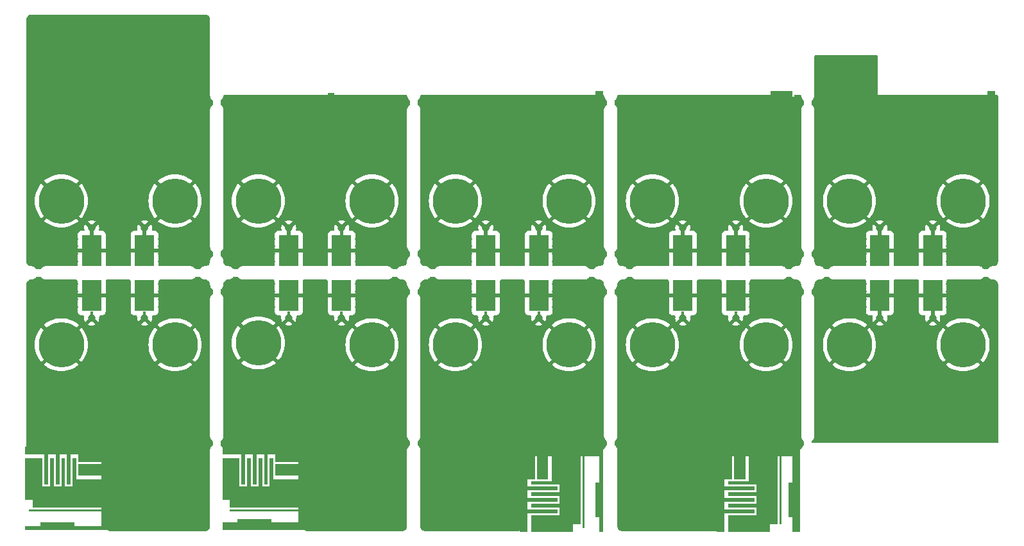
<source format=gbr>
%TF.GenerationSoftware,KiCad,Pcbnew,7.0.1*%
%TF.CreationDate,2023-05-05T11:57:27+02:00*%
%TF.ProjectId,antenna-evaluation-board,616e7465-6e6e-4612-9d65-76616c756174,rev?*%
%TF.SameCoordinates,Original*%
%TF.FileFunction,Copper,L4,Bot*%
%TF.FilePolarity,Positive*%
%FSLAX46Y46*%
G04 Gerber Fmt 4.6, Leading zero omitted, Abs format (unit mm)*
G04 Created by KiCad (PCBNEW 7.0.1) date 2023-05-05 11:57:27*
%MOMM*%
%LPD*%
G01*
G04 APERTURE LIST*
%TA.AperFunction,ComponentPad*%
%ADD10C,0.800000*%
%TD*%
%TA.AperFunction,ComponentPad*%
%ADD11C,6.000000*%
%TD*%
%TA.AperFunction,ComponentPad*%
%ADD12C,0.970000*%
%TD*%
%TA.AperFunction,SMDPad,CuDef*%
%ADD13R,0.460000X0.890000*%
%TD*%
%TA.AperFunction,SMDPad,CuDef*%
%ADD14R,2.665000X4.190000*%
%TD*%
%TA.AperFunction,ComponentPad*%
%ADD15R,1.000000X1.000000*%
%TD*%
%TA.AperFunction,ConnectorPad*%
%ADD16R,11.000000X0.500000*%
%TD*%
%TA.AperFunction,ConnectorPad*%
%ADD17R,0.500000X10.500000*%
%TD*%
%TA.AperFunction,ComponentPad*%
%ADD18R,0.900000X0.500000*%
%TD*%
%TA.AperFunction,ConnectorPad*%
%ADD19R,0.500000X11.000000*%
%TD*%
%TA.AperFunction,ConnectorPad*%
%ADD20R,10.500000X0.500000*%
%TD*%
%TA.AperFunction,ComponentPad*%
%ADD21R,1.070000X1.000000*%
%TD*%
%TA.AperFunction,ComponentPad*%
%ADD22R,3.000000X1.000000*%
%TD*%
%TA.AperFunction,ViaPad*%
%ADD23C,0.508000*%
%TD*%
G04 APERTURE END LIST*
%TO.C,AE8*%
G36*
X32750000Y-97500000D02*
G01*
X33250000Y-97500000D01*
X33250000Y-101500000D01*
X32750000Y-101500000D01*
X32750000Y-97500000D01*
G37*
G36*
X34250000Y-97500000D02*
G01*
X34750000Y-97500000D01*
X34750000Y-101500000D01*
X34250000Y-101500000D01*
X34250000Y-97500000D01*
G37*
G36*
X35750000Y-97500000D02*
G01*
X36250000Y-97500000D01*
X36250000Y-101500000D01*
X35750000Y-101500000D01*
X35750000Y-97500000D01*
G37*
%TA.AperFunction,EtchedComponent*%
G36*
X40750000Y-107500000D02*
G01*
X30250000Y-107500000D01*
X30250000Y-107000000D01*
X32250000Y-107000000D01*
X32250000Y-106500000D01*
X36750000Y-106500000D01*
X36750000Y-107000000D01*
X40250000Y-107000000D01*
X40250000Y-105000000D01*
X30750000Y-105000000D01*
X30750000Y-104750000D01*
X40250000Y-104750000D01*
X40250000Y-104500000D01*
X31250000Y-104500000D01*
X31250000Y-103500000D01*
X30250000Y-103500000D01*
X30250000Y-98000000D01*
X32500000Y-98000000D01*
X32500000Y-101750000D01*
X33500000Y-101750000D01*
X33500000Y-98000000D01*
X33997271Y-98000000D01*
X34000000Y-101750000D01*
X35000000Y-101750000D01*
X35000000Y-98000000D01*
X35500000Y-98000000D01*
X35500000Y-101750000D01*
X36500000Y-101750000D01*
X36500000Y-98000000D01*
X37000000Y-98000000D01*
X37000000Y-100750000D01*
X40250000Y-100750000D01*
X40250000Y-100250000D01*
X37250000Y-100250000D01*
X37250000Y-98750000D01*
X40250000Y-98750000D01*
X40250000Y-98500000D01*
X37250000Y-98500000D01*
X37250000Y-97500000D01*
X30250000Y-97500000D01*
X30250000Y-97000000D01*
X40750000Y-97000000D01*
X40750000Y-107500000D01*
G37*
%TD.AperFunction*%
%TO.C,AE7*%
G36*
X58750000Y-97500000D02*
G01*
X59250000Y-97500000D01*
X59250000Y-101500000D01*
X58750000Y-101500000D01*
X58750000Y-97500000D01*
G37*
G36*
X60250000Y-97500000D02*
G01*
X60750000Y-97500000D01*
X60750000Y-101500000D01*
X60250000Y-101500000D01*
X60250000Y-97500000D01*
G37*
G36*
X61750000Y-97500000D02*
G01*
X62250000Y-97500000D01*
X62250000Y-101500000D01*
X61750000Y-101500000D01*
X61750000Y-97500000D01*
G37*
%TA.AperFunction,EtchedComponent*%
G36*
X66750000Y-107500000D02*
G01*
X56250000Y-107500000D01*
X56250000Y-106500000D01*
X58250000Y-106500000D01*
X58250000Y-106000000D01*
X62750000Y-106000000D01*
X62750000Y-106500000D01*
X66250000Y-106500000D01*
X66250000Y-105000000D01*
X57250000Y-105000000D01*
X57250000Y-104750000D01*
X66250000Y-104750000D01*
X66250000Y-104500000D01*
X57250000Y-104500000D01*
X57250000Y-103500000D01*
X56250000Y-103500000D01*
X56250000Y-98000000D01*
X58500000Y-98000000D01*
X58500000Y-101750000D01*
X59500000Y-101750000D01*
X59500000Y-98000000D01*
X59997271Y-98000000D01*
X60000000Y-101750000D01*
X61000000Y-101750000D01*
X61000000Y-98000000D01*
X61500000Y-98000000D01*
X61500000Y-101750000D01*
X62500000Y-101750000D01*
X62500000Y-98000000D01*
X63000000Y-98000000D01*
X63000000Y-100750000D01*
X66250000Y-100750000D01*
X66250000Y-100250000D01*
X63250000Y-100250000D01*
X63250000Y-98750000D01*
X66250000Y-98750000D01*
X66250000Y-98500000D01*
X63250000Y-98500000D01*
X63250000Y-97500000D01*
X56250000Y-97500000D01*
X56250000Y-97000000D01*
X66750000Y-97000000D01*
X66750000Y-107500000D01*
G37*
%TD.AperFunction*%
%TO.C,AE6*%
G36*
X96500000Y-105250000D02*
G01*
X100500000Y-105250000D01*
X100500000Y-104750000D01*
X96500000Y-104750000D01*
X96500000Y-105250000D01*
G37*
G36*
X96500000Y-103750000D02*
G01*
X100500000Y-103750000D01*
X100500000Y-103250000D01*
X96500000Y-103250000D01*
X96500000Y-103750000D01*
G37*
G36*
X96500000Y-102250000D02*
G01*
X100500000Y-102250000D01*
X100500000Y-101750000D01*
X96500000Y-101750000D01*
X96500000Y-102250000D01*
G37*
%TA.AperFunction,EtchedComponent*%
G36*
X106500000Y-107750000D02*
G01*
X106000000Y-107750000D01*
X106000000Y-105750000D01*
X105500000Y-105750000D01*
X105500000Y-101250000D01*
X106000000Y-101250000D01*
X106000000Y-97750000D01*
X104000000Y-97750000D01*
X104000000Y-107250000D01*
X103750000Y-107250000D01*
X103750000Y-97750000D01*
X103500000Y-97750000D01*
X103500000Y-106750000D01*
X102500000Y-106750000D01*
X102500000Y-107750000D01*
X97000000Y-107750000D01*
X97000000Y-105500000D01*
X100750000Y-105500000D01*
X100750000Y-104500000D01*
X97000000Y-104500000D01*
X97000000Y-104002729D01*
X100750000Y-104000000D01*
X100750000Y-103000000D01*
X97000000Y-103000000D01*
X97000000Y-102500000D01*
X100750000Y-102500000D01*
X100750000Y-101500000D01*
X97000000Y-101500000D01*
X97000000Y-101000000D01*
X99750000Y-101000000D01*
X99750000Y-97750000D01*
X99250000Y-97750000D01*
X99250000Y-100750000D01*
X97750000Y-100750000D01*
X97750000Y-97750000D01*
X97500000Y-97750000D01*
X97500000Y-100750000D01*
X96500000Y-100750000D01*
X96500000Y-107750000D01*
X96000000Y-107750000D01*
X96000000Y-97250000D01*
X106500000Y-97250000D01*
X106500000Y-107750000D01*
G37*
%TD.AperFunction*%
%TO.C,AE5*%
G36*
X122500000Y-105250000D02*
G01*
X126500000Y-105250000D01*
X126500000Y-104750000D01*
X122500000Y-104750000D01*
X122500000Y-105250000D01*
G37*
G36*
X122500000Y-103750000D02*
G01*
X126500000Y-103750000D01*
X126500000Y-103250000D01*
X122500000Y-103250000D01*
X122500000Y-103750000D01*
G37*
G36*
X122500000Y-102250000D02*
G01*
X126500000Y-102250000D01*
X126500000Y-101750000D01*
X122500000Y-101750000D01*
X122500000Y-102250000D01*
G37*
%TA.AperFunction,EtchedComponent*%
G36*
X132500000Y-107750000D02*
G01*
X131500000Y-107750000D01*
X131500000Y-105750000D01*
X131000000Y-105750000D01*
X131000000Y-101250000D01*
X131500000Y-101250000D01*
X131500000Y-97750000D01*
X130000000Y-97750000D01*
X130000000Y-106750000D01*
X129750000Y-106750000D01*
X129750000Y-97750000D01*
X129500000Y-97750000D01*
X129500000Y-106750000D01*
X128500000Y-106750000D01*
X128500000Y-107750000D01*
X123000000Y-107750000D01*
X123000000Y-105500000D01*
X126750000Y-105500000D01*
X126750000Y-104500000D01*
X123000000Y-104500000D01*
X123000000Y-104002729D01*
X126750000Y-104000000D01*
X126750000Y-103000000D01*
X123000000Y-103000000D01*
X123000000Y-102500000D01*
X126750000Y-102500000D01*
X126750000Y-101500000D01*
X123000000Y-101500000D01*
X123000000Y-101000000D01*
X125750000Y-101000000D01*
X125750000Y-97750000D01*
X125250000Y-97750000D01*
X125250000Y-100750000D01*
X123750000Y-100750000D01*
X123750000Y-97750000D01*
X123500000Y-97750000D01*
X123500000Y-100750000D01*
X122500000Y-100750000D01*
X122500000Y-107750000D01*
X122000000Y-107750000D01*
X122000000Y-97250000D01*
X132500000Y-97250000D01*
X132500000Y-107750000D01*
G37*
%TD.AperFunction*%
%TD*%
D10*
%TO.P,H9,1,1*%
%TO.N,GND*%
X136750000Y-64000000D03*
X137409010Y-62409010D03*
X137409010Y-65590990D03*
X139000000Y-61750000D03*
D11*
X139000000Y-64000000D03*
D10*
X139000000Y-66250000D03*
X140590990Y-62409010D03*
X140590990Y-65590990D03*
X141250000Y-64000000D03*
%TD*%
%TO.P,H11,1,1*%
%TO.N,GND*%
X32750000Y-83000000D03*
X33409010Y-81409010D03*
X33409010Y-84590990D03*
X35000000Y-80750000D03*
D11*
X35000000Y-83000000D03*
D10*
X35000000Y-85250000D03*
X36590990Y-81409010D03*
X36590990Y-84590990D03*
X37250000Y-83000000D03*
%TD*%
%TO.P,H19,1,1*%
%TO.N,GND*%
X136750000Y-83000000D03*
X137409010Y-81409010D03*
X137409010Y-84590990D03*
X139000000Y-80750000D03*
D11*
X139000000Y-83000000D03*
D10*
X139000000Y-85250000D03*
X140590990Y-81409010D03*
X140590990Y-84590990D03*
X141250000Y-83000000D03*
%TD*%
%TO.P,H10,1,1*%
%TO.N,GND*%
X151750000Y-64000000D03*
X152409010Y-62409010D03*
X152409010Y-65590990D03*
X154000000Y-61750000D03*
D11*
X154000000Y-64000000D03*
D10*
X154000000Y-66250000D03*
X155590990Y-62409010D03*
X155590990Y-65590990D03*
X156250000Y-64000000D03*
%TD*%
D12*
%TO.P,J10,2,Ext*%
%TO.N,GND*%
X143007500Y-79485000D03*
X149992500Y-79485000D03*
D13*
X143007500Y-79040000D03*
X149992500Y-79040000D03*
D14*
X143007500Y-76500000D03*
X149992500Y-76500000D03*
%TD*%
D10*
%TO.P,H3,1,1*%
%TO.N,GND*%
X58750000Y-64000000D03*
X59409010Y-62409010D03*
X59409010Y-65590990D03*
X61000000Y-61750000D03*
D11*
X61000000Y-64000000D03*
D10*
X61000000Y-66250000D03*
X62590990Y-62409010D03*
X62590990Y-65590990D03*
X63250000Y-64000000D03*
%TD*%
D15*
%TO.P,AE4,2*%
%TO.N,GND*%
X157750000Y-50000000D03*
%TD*%
D12*
%TO.P,J4,2,Ext*%
%TO.N,GND*%
X123992500Y-67555000D03*
X117007500Y-67555000D03*
D13*
X123992500Y-68000000D03*
X117007500Y-68000000D03*
D14*
X123992500Y-70540000D03*
X117007500Y-70540000D03*
%TD*%
D12*
%TO.P,J7,2,Ext*%
%TO.N,GND*%
X91007500Y-79485000D03*
X97992500Y-79485000D03*
D13*
X91007500Y-79040000D03*
X97992500Y-79040000D03*
D14*
X91007500Y-76500000D03*
X97992500Y-76500000D03*
%TD*%
D10*
%TO.P,H6,1,1*%
%TO.N,GND*%
X99750000Y-64000000D03*
X100409010Y-62409010D03*
X100409010Y-65590990D03*
X102000000Y-61750000D03*
D11*
X102000000Y-64000000D03*
D10*
X102000000Y-66250000D03*
X103590990Y-62409010D03*
X103590990Y-65590990D03*
X104250000Y-64000000D03*
%TD*%
D15*
%TO.P,AE8,*%
%TO.N,*%
X38750000Y-98000000D03*
D16*
%TO.P,AE8,2*%
%TO.N,GND*%
X35750000Y-96750000D03*
D17*
X41000000Y-102250000D03*
%TD*%
D10*
%TO.P,H20,1,1*%
%TO.N,GND*%
X151750000Y-83000000D03*
X152409010Y-81409010D03*
X152409010Y-84590990D03*
X154000000Y-80750000D03*
D11*
X154000000Y-83000000D03*
D10*
X154000000Y-85250000D03*
X155590990Y-81409010D03*
X155590990Y-84590990D03*
X156250000Y-83000000D03*
%TD*%
D18*
%TO.P,AE2,2*%
%TO.N,GND*%
X70600000Y-50000000D03*
%TD*%
D10*
%TO.P,H8,1,1*%
%TO.N,GND*%
X125750000Y-64000000D03*
X126409010Y-62409010D03*
X126409010Y-65590990D03*
X128000000Y-61750000D03*
D11*
X128000000Y-64000000D03*
D10*
X128000000Y-66250000D03*
X129590990Y-62409010D03*
X129590990Y-65590990D03*
X130250000Y-64000000D03*
%TD*%
%TO.P,H15,1,1*%
%TO.N,GND*%
X84750000Y-83000000D03*
X85409010Y-81409010D03*
X85409010Y-84590990D03*
X87000000Y-80750000D03*
D11*
X87000000Y-83000000D03*
D10*
X87000000Y-85250000D03*
X88590990Y-81409010D03*
X88590990Y-84590990D03*
X89250000Y-83000000D03*
%TD*%
%TO.P,H12,1,1*%
%TO.N,GND*%
X47750000Y-83000000D03*
X48409010Y-81409010D03*
X48409010Y-84590990D03*
X50000000Y-80750000D03*
D11*
X50000000Y-83000000D03*
D10*
X50000000Y-85250000D03*
X51590990Y-81409010D03*
X51590990Y-84590990D03*
X52250000Y-83000000D03*
%TD*%
%TO.P,H16,1,1*%
%TO.N,GND*%
X99750000Y-83000000D03*
X100409010Y-81409010D03*
X100409010Y-84590990D03*
X102000000Y-80750000D03*
D11*
X102000000Y-83000000D03*
D10*
X102000000Y-85250000D03*
X103590990Y-81409010D03*
X103590990Y-84590990D03*
X104250000Y-83000000D03*
%TD*%
D15*
%TO.P,AE7,*%
%TO.N,*%
X64250000Y-98000000D03*
X64750000Y-107000000D03*
D16*
%TO.P,AE7,2*%
%TO.N,GND*%
X61750000Y-96750000D03*
D17*
X67000000Y-102250000D03*
%TD*%
D10*
%TO.P,H13,1,1*%
%TO.N,GND*%
X58750000Y-82759010D03*
X59409010Y-81168020D03*
X59409010Y-84350000D03*
X61000000Y-80509010D03*
D11*
X61000000Y-82759010D03*
D10*
X61000000Y-85009010D03*
X62590990Y-81168020D03*
X62590990Y-84350000D03*
X63250000Y-82759010D03*
%TD*%
D12*
%TO.P,J1,2,Ext*%
%TO.N,GND*%
X45992500Y-67555000D03*
X39007500Y-67555000D03*
D13*
X45992500Y-68000000D03*
X39007500Y-68000000D03*
D14*
X45992500Y-70540000D03*
X39007500Y-70540000D03*
%TD*%
D15*
%TO.P,AE6,*%
%TO.N,*%
X97000000Y-99250000D03*
D19*
%TO.P,AE6,2*%
%TO.N,GND*%
X95750000Y-102250000D03*
D20*
X101250000Y-97000000D03*
%TD*%
D12*
%TO.P,J8,2,Ext*%
%TO.N,GND*%
X65007500Y-79485000D03*
X71992500Y-79485000D03*
D13*
X65007500Y-79040000D03*
X71992500Y-79040000D03*
D14*
X65007500Y-76500000D03*
X71992500Y-76500000D03*
%TD*%
D12*
%TO.P,J9,2,Ext*%
%TO.N,GND*%
X39007500Y-79485000D03*
X45992500Y-79485000D03*
D13*
X39007500Y-79040000D03*
X45992500Y-79040000D03*
D14*
X39007500Y-76500000D03*
X45992500Y-76500000D03*
%TD*%
D12*
%TO.P,J6,2,Ext*%
%TO.N,GND*%
X117007500Y-79485000D03*
X123992500Y-79485000D03*
D13*
X117007500Y-79040000D03*
X123992500Y-79040000D03*
D14*
X117007500Y-76500000D03*
X123992500Y-76500000D03*
%TD*%
D15*
%TO.P,AE5,*%
%TO.N,*%
X123000000Y-99750000D03*
X132000000Y-99250000D03*
D19*
%TO.P,AE5,2*%
%TO.N,GND*%
X121750000Y-102250000D03*
D20*
X127250000Y-97000000D03*
%TD*%
D12*
%TO.P,J2,2,Ext*%
%TO.N,GND*%
X97992500Y-67555000D03*
X91007500Y-67555000D03*
D13*
X97992500Y-68000000D03*
X91007500Y-68000000D03*
D14*
X97992500Y-70540000D03*
X91007500Y-70540000D03*
%TD*%
D10*
%TO.P,H1,1,1*%
%TO.N,GND*%
X32750000Y-64000000D03*
X33409010Y-62409010D03*
X33409010Y-65590990D03*
X35000000Y-61750000D03*
D11*
X35000000Y-64000000D03*
D10*
X35000000Y-66250000D03*
X36590990Y-62409010D03*
X36590990Y-65590990D03*
X37250000Y-64000000D03*
%TD*%
%TO.P,H18,1,1*%
%TO.N,GND*%
X125750000Y-83000000D03*
X126409010Y-81409010D03*
X126409010Y-84590990D03*
X128000000Y-80750000D03*
D11*
X128000000Y-83000000D03*
D10*
X128000000Y-85250000D03*
X129590990Y-81409010D03*
X129590990Y-84590990D03*
X130250000Y-83000000D03*
%TD*%
%TO.P,H14,1,1*%
%TO.N,GND*%
X73750000Y-83000000D03*
X74409010Y-81409010D03*
X74409010Y-84590990D03*
X76000000Y-80750000D03*
D11*
X76000000Y-83000000D03*
D10*
X76000000Y-85250000D03*
X77590990Y-81409010D03*
X77590990Y-84590990D03*
X78250000Y-83000000D03*
%TD*%
D12*
%TO.P,J3,2,Ext*%
%TO.N,GND*%
X71992500Y-67555000D03*
X65007500Y-67555000D03*
D13*
X71992500Y-68000000D03*
X65007500Y-68000000D03*
D14*
X71992500Y-70540000D03*
X65007500Y-70540000D03*
%TD*%
D10*
%TO.P,H17,1,1*%
%TO.N,GND*%
X110750000Y-83000000D03*
X111409010Y-81409010D03*
X111409010Y-84590990D03*
X113000000Y-80750000D03*
D11*
X113000000Y-83000000D03*
D10*
X113000000Y-85250000D03*
X114590990Y-81409010D03*
X114590990Y-84590990D03*
X115250000Y-83000000D03*
%TD*%
%TO.P,H4,1,1*%
%TO.N,GND*%
X73750000Y-64000000D03*
X74409010Y-62409010D03*
X74409010Y-65590990D03*
X76000000Y-61750000D03*
D11*
X76000000Y-64000000D03*
D10*
X76000000Y-66250000D03*
X77590990Y-62409010D03*
X77590990Y-65590990D03*
X78250000Y-64000000D03*
%TD*%
D21*
%TO.P,AE1,2*%
%TO.N,GND*%
X106000000Y-50000000D03*
%TD*%
D10*
%TO.P,H2,1,1*%
%TO.N,GND*%
X47750000Y-64000000D03*
X48409010Y-62409010D03*
X48409010Y-65590990D03*
X50000000Y-61750000D03*
D11*
X50000000Y-64000000D03*
D10*
X50000000Y-66250000D03*
X51590990Y-62409010D03*
X51590990Y-65590990D03*
X52250000Y-64000000D03*
%TD*%
D22*
%TO.P,AE3,2*%
%TO.N,GND*%
X130000000Y-50000000D03*
%TD*%
D12*
%TO.P,J5,2,Ext*%
%TO.N,GND*%
X149992500Y-67555000D03*
X143007500Y-67555000D03*
D13*
X149992500Y-68000000D03*
X143007500Y-68000000D03*
D14*
X149992500Y-70540000D03*
X143007500Y-70540000D03*
%TD*%
D10*
%TO.P,H7,1,1*%
%TO.N,GND*%
X110750000Y-64000000D03*
X111409010Y-62409010D03*
X111409010Y-65590990D03*
X113000000Y-61750000D03*
D11*
X113000000Y-64000000D03*
D10*
X113000000Y-66250000D03*
X114590990Y-62409010D03*
X114590990Y-65590990D03*
X115250000Y-64000000D03*
%TD*%
%TO.P,H5,1,1*%
%TO.N,GND*%
X84750000Y-64000000D03*
X85409010Y-62409010D03*
X85409010Y-65590990D03*
X87000000Y-61750000D03*
D11*
X87000000Y-64000000D03*
D10*
X87000000Y-66250000D03*
X88590990Y-62409010D03*
X88590990Y-65590990D03*
X89250000Y-64000000D03*
%TD*%
D23*
%TO.N,GND*%
X112000000Y-72000000D03*
X31000000Y-43000000D03*
X158000000Y-67000000D03*
X115000000Y-77000000D03*
X132000000Y-78000000D03*
X67000000Y-97000000D03*
X158000000Y-62000000D03*
X54000000Y-106000000D03*
X74000000Y-71000000D03*
X67000000Y-51000000D03*
X122000000Y-102000000D03*
X140000000Y-95000000D03*
X135000000Y-49000000D03*
X158000000Y-61000000D03*
X57000000Y-84000000D03*
X31000000Y-54000000D03*
X31000000Y-94000000D03*
X109000000Y-72000000D03*
X31000000Y-58000000D03*
X80000000Y-62000000D03*
X158000000Y-79000000D03*
X158000000Y-75000000D03*
X158000000Y-56000000D03*
X123000000Y-97000000D03*
X83000000Y-56000000D03*
X141000000Y-95000000D03*
X153000000Y-95000000D03*
X48000000Y-70000000D03*
X31000000Y-87000000D03*
X80000000Y-81000000D03*
X31000000Y-47000000D03*
X77000000Y-51000000D03*
X83000000Y-101000000D03*
X80000000Y-70000000D03*
X135000000Y-83000000D03*
X52000000Y-107000000D03*
X106000000Y-78000000D03*
X89000000Y-68000000D03*
X83000000Y-98000000D03*
X33000000Y-40000000D03*
X155000000Y-75000000D03*
X57000000Y-83000000D03*
X158000000Y-65000000D03*
X110000000Y-107000000D03*
X37000000Y-97000000D03*
X135000000Y-64000000D03*
X89000000Y-78000000D03*
X57000000Y-89000000D03*
X106000000Y-72000000D03*
X41000000Y-106000000D03*
X57000000Y-79000000D03*
X45000000Y-107000000D03*
X109000000Y-87000000D03*
X112000000Y-107000000D03*
X109000000Y-63000000D03*
X80000000Y-98000000D03*
X83000000Y-64000000D03*
X87000000Y-51000000D03*
X54000000Y-100000000D03*
X144000000Y-95000000D03*
X106000000Y-91000000D03*
X54000000Y-48000000D03*
X132000000Y-90000000D03*
X57000000Y-67000000D03*
X83000000Y-88000000D03*
X54000000Y-91000000D03*
X126000000Y-76000000D03*
X54000000Y-55000000D03*
X63000000Y-75000000D03*
X109000000Y-104000000D03*
X33000000Y-72000000D03*
X80000000Y-76000000D03*
X109000000Y-75000000D03*
X48000000Y-40000000D03*
X132000000Y-89000000D03*
X35000000Y-40000000D03*
X158000000Y-57000000D03*
X106000000Y-75000000D03*
X158000000Y-51000000D03*
X76000000Y-75000000D03*
X54000000Y-47000000D03*
X54000000Y-77000000D03*
X85000000Y-75000000D03*
X156000000Y-75000000D03*
X83000000Y-53000000D03*
X127000000Y-51000000D03*
X83000000Y-78000000D03*
X64000000Y-51000000D03*
X150000000Y-51000000D03*
X113000000Y-75000000D03*
X115000000Y-76000000D03*
X80000000Y-104000000D03*
X109000000Y-53000000D03*
X34000000Y-40000000D03*
X100000000Y-69000000D03*
X104000000Y-97000000D03*
X70000000Y-107000000D03*
X132000000Y-59000000D03*
X76000000Y-72000000D03*
X132000000Y-65000000D03*
X158000000Y-63000000D03*
X142000000Y-50000000D03*
X158000000Y-59000000D03*
X37000000Y-68000000D03*
X31000000Y-80000000D03*
X113000000Y-107000000D03*
X135000000Y-72000000D03*
X96000000Y-51000000D03*
X80000000Y-51000000D03*
X158000000Y-88000000D03*
X34000000Y-72000000D03*
X135000000Y-68000000D03*
X83000000Y-72000000D03*
X36000000Y-97000000D03*
X80000000Y-77000000D03*
X142000000Y-47000000D03*
X73000000Y-51000000D03*
X54000000Y-85000000D03*
X135000000Y-46000000D03*
X83000000Y-63000000D03*
X54000000Y-92000000D03*
X101000000Y-72000000D03*
X80000000Y-52000000D03*
X57000000Y-71000000D03*
X80000000Y-61000000D03*
X96000000Y-97000000D03*
X57000000Y-90000000D03*
X96000000Y-103000000D03*
X53000000Y-75000000D03*
X54000000Y-90000000D03*
X135000000Y-75000000D03*
X79000000Y-72000000D03*
X122000000Y-101000000D03*
X115000000Y-68000000D03*
X106000000Y-71000000D03*
X121000000Y-99000000D03*
X135000000Y-60000000D03*
X106000000Y-84000000D03*
X41000000Y-102000000D03*
X114000000Y-51000000D03*
X100000000Y-78000000D03*
X109000000Y-69000000D03*
X151000000Y-51000000D03*
X152000000Y-71000000D03*
X158000000Y-53000000D03*
X74000000Y-75000000D03*
X100000000Y-68000000D03*
X111000000Y-72000000D03*
X132000000Y-55000000D03*
X142000000Y-49000000D03*
X152000000Y-72000000D03*
X127000000Y-75000000D03*
X132000000Y-86000000D03*
X109000000Y-89000000D03*
X109000000Y-77000000D03*
X153000000Y-51000000D03*
X100000000Y-51000000D03*
X31000000Y-92000000D03*
X115000000Y-71000000D03*
X83000000Y-71000000D03*
X61000000Y-72000000D03*
X127000000Y-97000000D03*
X63000000Y-71000000D03*
X106000000Y-90000000D03*
X106000000Y-79000000D03*
X132000000Y-66000000D03*
X158000000Y-81000000D03*
X154000000Y-95000000D03*
X158000000Y-82000000D03*
X78000000Y-75000000D03*
X117000000Y-51000000D03*
X109000000Y-96000000D03*
X126000000Y-79000000D03*
X37000000Y-71000000D03*
X57000000Y-65000000D03*
X59000000Y-97000000D03*
X106000000Y-63000000D03*
X145000000Y-51000000D03*
X54000000Y-50000000D03*
X106000000Y-52000000D03*
X141000000Y-79000000D03*
X53000000Y-40000000D03*
X136000000Y-95000000D03*
X98000000Y-97000000D03*
X89000000Y-76000000D03*
X100000000Y-79000000D03*
X32000000Y-72000000D03*
X132000000Y-88000000D03*
X74000000Y-69000000D03*
X83000000Y-58000000D03*
X135000000Y-47000000D03*
X158000000Y-83000000D03*
X132000000Y-81000000D03*
X75000000Y-107000000D03*
X106000000Y-65000000D03*
X132000000Y-79000000D03*
X156000000Y-95000000D03*
X39000000Y-96000000D03*
X57000000Y-54000000D03*
X48000000Y-71000000D03*
X118000000Y-51000000D03*
X80000000Y-94000000D03*
X83000000Y-102000000D03*
X142000000Y-46000000D03*
X109000000Y-70000000D03*
X106000000Y-62000000D03*
X109000000Y-93000000D03*
X67000000Y-106000000D03*
X48000000Y-68000000D03*
X31000000Y-64000000D03*
X36000000Y-75000000D03*
X86000000Y-72000000D03*
X54000000Y-54000000D03*
X138000000Y-46000000D03*
X109000000Y-103000000D03*
X48000000Y-69000000D03*
X83000000Y-103000000D03*
X89000000Y-70000000D03*
X109000000Y-84000000D03*
X158000000Y-71000000D03*
X80000000Y-95000000D03*
X31000000Y-55000000D03*
X115000000Y-75000000D03*
X124000000Y-97000000D03*
X122000000Y-105000000D03*
X115000000Y-69000000D03*
X99000000Y-51000000D03*
X65000000Y-96000000D03*
X106000000Y-68000000D03*
X31000000Y-66000000D03*
X31000000Y-57000000D03*
X83000000Y-79000000D03*
X158000000Y-89000000D03*
X106000000Y-80000000D03*
X152000000Y-51000000D03*
X109000000Y-95000000D03*
X47000000Y-40000000D03*
X37000000Y-72000000D03*
X83000000Y-61000000D03*
X57000000Y-95000000D03*
X132000000Y-82000000D03*
X158000000Y-77000000D03*
X57000000Y-68000000D03*
X89000000Y-79000000D03*
X137000000Y-46000000D03*
X155000000Y-72000000D03*
X121000000Y-100000000D03*
X132000000Y-96000000D03*
X71000000Y-107000000D03*
X80000000Y-56000000D03*
X158000000Y-94000000D03*
X57000000Y-72000000D03*
X54000000Y-59000000D03*
X80000000Y-82000000D03*
X100000000Y-76000000D03*
X73000000Y-107000000D03*
X53000000Y-72000000D03*
X67000000Y-99000000D03*
X129000000Y-51000000D03*
X135000000Y-69000000D03*
X135000000Y-63000000D03*
X136000000Y-46000000D03*
X139000000Y-72000000D03*
X135000000Y-76000000D03*
X106000000Y-96000000D03*
X83000000Y-107000000D03*
X54000000Y-72000000D03*
X57000000Y-70000000D03*
X83000000Y-93000000D03*
X106000000Y-97000000D03*
X31000000Y-70000000D03*
X80000000Y-90000000D03*
X41000000Y-103000000D03*
X54000000Y-56000000D03*
X135000000Y-89000000D03*
X42000000Y-107000000D03*
X83000000Y-94000000D03*
X130000000Y-75000000D03*
X109000000Y-52000000D03*
X132000000Y-77000000D03*
X152000000Y-76000000D03*
X31000000Y-77000000D03*
X54000000Y-68000000D03*
X103000000Y-75000000D03*
X135000000Y-70000000D03*
X96000000Y-104000000D03*
X31000000Y-48000000D03*
X141000000Y-78000000D03*
X31000000Y-65000000D03*
X83000000Y-87000000D03*
X158000000Y-68000000D03*
X135000000Y-58000000D03*
X135000000Y-92000000D03*
X58000000Y-97000000D03*
X109000000Y-79000000D03*
X79000000Y-51000000D03*
X49000000Y-75000000D03*
X106000000Y-66000000D03*
X128000000Y-75000000D03*
X158000000Y-64000000D03*
X31000000Y-46000000D03*
X158000000Y-80000000D03*
X59000000Y-75000000D03*
X135000000Y-80000000D03*
X84000000Y-72000000D03*
X80000000Y-64000000D03*
X53000000Y-107000000D03*
X111000000Y-75000000D03*
X158000000Y-86000000D03*
X33000000Y-97000000D03*
X86000000Y-107000000D03*
X131000000Y-97000000D03*
X54000000Y-97000000D03*
X158000000Y-70000000D03*
X132000000Y-87000000D03*
X106000000Y-81000000D03*
X135000000Y-95000000D03*
X90000000Y-51000000D03*
X128000000Y-72000000D03*
X48000000Y-78000000D03*
X31000000Y-68000000D03*
X31000000Y-85000000D03*
X111000000Y-107000000D03*
X43000000Y-40000000D03*
X149000000Y-95000000D03*
X135000000Y-84000000D03*
X31000000Y-71000000D03*
X158000000Y-92000000D03*
X115000000Y-78000000D03*
X130000000Y-51000000D03*
X135000000Y-56000000D03*
X80000000Y-55000000D03*
X80000000Y-68000000D03*
X132000000Y-68000000D03*
X66000000Y-97000000D03*
X89000000Y-77000000D03*
X54000000Y-64000000D03*
X90000000Y-107000000D03*
X135000000Y-67000000D03*
X62000000Y-97000000D03*
X109000000Y-76000000D03*
X41000000Y-97000000D03*
X54000000Y-78000000D03*
X74000000Y-78000000D03*
X58000000Y-75000000D03*
X74000000Y-77000000D03*
X106000000Y-76000000D03*
X135000000Y-59000000D03*
X155000000Y-95000000D03*
X110000000Y-72000000D03*
X120000000Y-51000000D03*
X85000000Y-107000000D03*
X54000000Y-83000000D03*
X57000000Y-75000000D03*
X141000000Y-76000000D03*
X83000000Y-51000000D03*
X115000000Y-51000000D03*
X140000000Y-75000000D03*
X54000000Y-82000000D03*
X54000000Y-71000000D03*
X76000000Y-51000000D03*
X156000000Y-51000000D03*
X80000000Y-89000000D03*
X80000000Y-99000000D03*
X58000000Y-51000000D03*
X54000000Y-62000000D03*
X50000000Y-40000000D03*
X109000000Y-91000000D03*
X89000000Y-71000000D03*
X80000000Y-57000000D03*
X80000000Y-102000000D03*
X83000000Y-104000000D03*
X57000000Y-91000000D03*
X97000000Y-97000000D03*
X83000000Y-68000000D03*
X67000000Y-105000000D03*
X80000000Y-96000000D03*
X96000000Y-106000000D03*
X153000000Y-72000000D03*
X61000000Y-97000000D03*
X51000000Y-75000000D03*
X135000000Y-71000000D03*
X152000000Y-69000000D03*
X57000000Y-81000000D03*
X77000000Y-72000000D03*
X126000000Y-51000000D03*
X54000000Y-66000000D03*
X109000000Y-107000000D03*
X72000000Y-107000000D03*
X38000000Y-40000000D03*
X57000000Y-55000000D03*
X93000000Y-107000000D03*
X80000000Y-93000000D03*
X93000000Y-51000000D03*
X44000000Y-107000000D03*
X33000000Y-75000000D03*
X121000000Y-107000000D03*
X54000000Y-63000000D03*
X63000000Y-78000000D03*
X34000000Y-75000000D03*
X132000000Y-84000000D03*
X41000000Y-105000000D03*
X49000000Y-107000000D03*
X54000000Y-95000000D03*
X150000000Y-95000000D03*
X41000000Y-104000000D03*
X54000000Y-67000000D03*
X135000000Y-79000000D03*
X75000000Y-75000000D03*
X106000000Y-57000000D03*
X103000000Y-51000000D03*
X31000000Y-79000000D03*
X83000000Y-76000000D03*
X109000000Y-56000000D03*
X152000000Y-79000000D03*
X74000000Y-70000000D03*
X152000000Y-70000000D03*
X57000000Y-87000000D03*
X31000000Y-42000000D03*
X54000000Y-60000000D03*
X121000000Y-51000000D03*
X142000000Y-51000000D03*
X54000000Y-103000000D03*
X109000000Y-82000000D03*
X144000000Y-51000000D03*
X45000000Y-40000000D03*
X83000000Y-59000000D03*
X54000000Y-98000000D03*
X71000000Y-51000000D03*
X31000000Y-63000000D03*
X83000000Y-85000000D03*
X38000000Y-96000000D03*
X109000000Y-100000000D03*
X31000000Y-83000000D03*
X58000000Y-72000000D03*
X41000000Y-107000000D03*
X83000000Y-70000000D03*
X48000000Y-79000000D03*
X94000000Y-51000000D03*
X135000000Y-94000000D03*
X139000000Y-95000000D03*
X135000000Y-54000000D03*
X80000000Y-72000000D03*
X109000000Y-86000000D03*
X52000000Y-72000000D03*
X31000000Y-45000000D03*
X74000000Y-51000000D03*
X60000000Y-51000000D03*
X106000000Y-95000000D03*
X54000000Y-88000000D03*
X65000000Y-51000000D03*
X158000000Y-72000000D03*
X132000000Y-57000000D03*
X122000000Y-104000000D03*
X149000000Y-51000000D03*
X54000000Y-49000000D03*
X57000000Y-57000000D03*
X57000000Y-61000000D03*
X116000000Y-51000000D03*
X83000000Y-80000000D03*
X31000000Y-59000000D03*
X80000000Y-69000000D03*
X106000000Y-94000000D03*
X106000000Y-53000000D03*
X62000000Y-75000000D03*
X114000000Y-75000000D03*
X106000000Y-87000000D03*
X104000000Y-51000000D03*
X115000000Y-107000000D03*
X106000000Y-89000000D03*
X157000000Y-72000000D03*
X135000000Y-86000000D03*
X48000000Y-77000000D03*
X132000000Y-51000000D03*
X54000000Y-96000000D03*
X141000000Y-72000000D03*
X143000000Y-51000000D03*
X49000000Y-72000000D03*
X139000000Y-75000000D03*
X88000000Y-75000000D03*
X31000000Y-75000000D03*
X109000000Y-85000000D03*
X100000000Y-72000000D03*
X59000000Y-51000000D03*
X109000000Y-64000000D03*
X41000000Y-99000000D03*
X106000000Y-82000000D03*
X57000000Y-85000000D03*
X91000000Y-107000000D03*
X80000000Y-92000000D03*
X46000000Y-40000000D03*
X158000000Y-52000000D03*
X72000000Y-51000000D03*
X83000000Y-106000000D03*
X106000000Y-77000000D03*
X109000000Y-59000000D03*
X48000000Y-107000000D03*
X31000000Y-96000000D03*
X154000000Y-51000000D03*
X31000000Y-51000000D03*
X54000000Y-57000000D03*
X106000000Y-58000000D03*
X154000000Y-75000000D03*
X109000000Y-58000000D03*
X52000000Y-75000000D03*
X31000000Y-56000000D03*
X63000000Y-76000000D03*
X135000000Y-88000000D03*
X115000000Y-72000000D03*
X54000000Y-86000000D03*
X35000000Y-75000000D03*
X106000000Y-69000000D03*
X80000000Y-63000000D03*
X87000000Y-75000000D03*
X122000000Y-51000000D03*
X132000000Y-91000000D03*
X47000000Y-107000000D03*
X106000000Y-54000000D03*
X141000000Y-69000000D03*
X67000000Y-100000000D03*
X31000000Y-60000000D03*
X63000000Y-51000000D03*
X80000000Y-105000000D03*
X100000000Y-71000000D03*
X89000000Y-69000000D03*
X106000000Y-59000000D03*
X60000000Y-72000000D03*
X63000000Y-97000000D03*
X83000000Y-75000000D03*
X142000000Y-48000000D03*
X64000000Y-96000000D03*
X80000000Y-67000000D03*
X129000000Y-72000000D03*
X80000000Y-60000000D03*
X57000000Y-86000000D03*
X135000000Y-82000000D03*
X132000000Y-67000000D03*
X52000000Y-40000000D03*
X141000000Y-77000000D03*
X127000000Y-72000000D03*
X80000000Y-66000000D03*
X109000000Y-81000000D03*
X132000000Y-94000000D03*
X126000000Y-71000000D03*
X95000000Y-100000000D03*
X83000000Y-67000000D03*
X80000000Y-103000000D03*
X143000000Y-95000000D03*
X137000000Y-72000000D03*
X37000000Y-76000000D03*
X132000000Y-75000000D03*
X109000000Y-62000000D03*
X57000000Y-56000000D03*
X83000000Y-97000000D03*
X129000000Y-75000000D03*
X31000000Y-52000000D03*
X146000000Y-51000000D03*
X83000000Y-57000000D03*
X135000000Y-81000000D03*
X48000000Y-75000000D03*
X36000000Y-72000000D03*
X111000000Y-51000000D03*
X95000000Y-107000000D03*
X83000000Y-91000000D03*
X74000000Y-107000000D03*
X54000000Y-51000000D03*
X135000000Y-55000000D03*
X42000000Y-40000000D03*
X80000000Y-71000000D03*
X54000000Y-94000000D03*
X158000000Y-90000000D03*
X105000000Y-51000000D03*
X141000000Y-75000000D03*
X115000000Y-79000000D03*
X130000000Y-72000000D03*
X135000000Y-53000000D03*
X31000000Y-53000000D03*
X115000000Y-70000000D03*
X31000000Y-90000000D03*
X67000000Y-103000000D03*
X57000000Y-88000000D03*
X122000000Y-106000000D03*
X54000000Y-76000000D03*
X57000000Y-66000000D03*
X152000000Y-68000000D03*
X70000000Y-51000000D03*
X83000000Y-100000000D03*
X95000000Y-99000000D03*
X31000000Y-49000000D03*
X100000000Y-77000000D03*
X37000000Y-40000000D03*
X132000000Y-52000000D03*
X69000000Y-107000000D03*
X158000000Y-66000000D03*
X126000000Y-68000000D03*
X131000000Y-72000000D03*
X37000000Y-78000000D03*
X75000000Y-51000000D03*
X85000000Y-72000000D03*
X51000000Y-107000000D03*
X106000000Y-85000000D03*
X88000000Y-107000000D03*
X132000000Y-61000000D03*
X135000000Y-66000000D03*
X54000000Y-104000000D03*
X106000000Y-70000000D03*
X41000000Y-40000000D03*
X89000000Y-75000000D03*
X136000000Y-72000000D03*
X39000000Y-40000000D03*
X54000000Y-105000000D03*
X122000000Y-97750000D03*
X31000000Y-50000000D03*
X102000000Y-97000000D03*
X31000000Y-69000000D03*
X109000000Y-67000000D03*
X62000000Y-51000000D03*
X132000000Y-62000000D03*
X119000000Y-107000000D03*
X37000000Y-69000000D03*
X83000000Y-62000000D03*
X57000000Y-76000000D03*
X96000000Y-102000000D03*
X125000000Y-97000000D03*
X40000000Y-40000000D03*
X152000000Y-75000000D03*
X98000000Y-51000000D03*
X35000000Y-72000000D03*
X32000000Y-97000000D03*
X75000000Y-72000000D03*
X80000000Y-107000000D03*
X152000000Y-95000000D03*
X57000000Y-80000000D03*
X74000000Y-76000000D03*
X74000000Y-79000000D03*
X109000000Y-60000000D03*
X50000000Y-75000000D03*
X37000000Y-70000000D03*
X92000000Y-107000000D03*
X78000000Y-51000000D03*
X74000000Y-68000000D03*
X114000000Y-107000000D03*
X131000000Y-75000000D03*
X106000000Y-64000000D03*
X83000000Y-86000000D03*
X94000000Y-107000000D03*
X158000000Y-78000000D03*
X80000000Y-100000000D03*
X101000000Y-97000000D03*
X131000000Y-51000000D03*
X80000000Y-78000000D03*
X80000000Y-59000000D03*
X67000000Y-98000000D03*
X135000000Y-62000000D03*
X57000000Y-59000000D03*
X119000000Y-51000000D03*
X76000000Y-107000000D03*
X51000000Y-72000000D03*
X63000000Y-79000000D03*
X31000000Y-78000000D03*
X129000000Y-97000000D03*
X57000000Y-97000000D03*
X126000000Y-72000000D03*
X141000000Y-68000000D03*
X80000000Y-65000000D03*
X110000000Y-75000000D03*
X54000000Y-102000000D03*
X116000000Y-107000000D03*
X31000000Y-93000000D03*
X96000000Y-101000000D03*
X158000000Y-91000000D03*
X128000000Y-51000000D03*
X60000000Y-75000000D03*
X113000000Y-72000000D03*
X57000000Y-92000000D03*
X135000000Y-90000000D03*
X100000000Y-75000000D03*
X83000000Y-69000000D03*
X37000000Y-77000000D03*
X109000000Y-51000000D03*
X106000000Y-93000000D03*
X57000000Y-62000000D03*
X57000000Y-51000000D03*
X109000000Y-105000000D03*
X104000000Y-72000000D03*
X109000000Y-54000000D03*
X57000000Y-93000000D03*
X83000000Y-52000000D03*
X110000000Y-51000000D03*
X57000000Y-64000000D03*
X118000000Y-107000000D03*
X105000000Y-97000000D03*
X109000000Y-83000000D03*
X141000000Y-46000000D03*
X106000000Y-86000000D03*
X80000000Y-101000000D03*
X37000000Y-79000000D03*
X74000000Y-72000000D03*
X138000000Y-95000000D03*
X80000000Y-86000000D03*
X126000000Y-78000000D03*
X80000000Y-58000000D03*
X154000000Y-72000000D03*
X57000000Y-60000000D03*
X99000000Y-97000000D03*
X157000000Y-51000000D03*
X57000000Y-69000000D03*
X48000000Y-76000000D03*
X132000000Y-76000000D03*
X57000000Y-63000000D03*
X130000000Y-97000000D03*
X57000000Y-52000000D03*
X34000000Y-97000000D03*
X48000000Y-72000000D03*
X96000000Y-98000000D03*
X63000000Y-72000000D03*
X106000000Y-83000000D03*
X135000000Y-57000000D03*
X132000000Y-63000000D03*
X109000000Y-97000000D03*
X83000000Y-81000000D03*
X31000000Y-88000000D03*
X101000000Y-51000000D03*
X123000000Y-51000000D03*
X96000000Y-105000000D03*
X106000000Y-56000000D03*
X109000000Y-66000000D03*
X126000000Y-75000000D03*
X132000000Y-95000000D03*
X80000000Y-87000000D03*
X91000000Y-51000000D03*
X43000000Y-107000000D03*
X92000000Y-51000000D03*
X152000000Y-78000000D03*
X105000000Y-72000000D03*
X80000000Y-97000000D03*
X95000000Y-51000000D03*
X50000000Y-72000000D03*
X135000000Y-48000000D03*
X158000000Y-58000000D03*
X44000000Y-40000000D03*
X128000000Y-97000000D03*
X105000000Y-75000000D03*
X109000000Y-80000000D03*
X157000000Y-75000000D03*
X61000000Y-75000000D03*
X141000000Y-71000000D03*
X36000000Y-40000000D03*
X113000000Y-51000000D03*
X83000000Y-55000000D03*
X106000000Y-92000000D03*
X135000000Y-61000000D03*
X80000000Y-75000000D03*
X83000000Y-90000000D03*
X40000000Y-97000000D03*
X41000000Y-100000000D03*
X132000000Y-60000000D03*
X54000000Y-46000000D03*
X77000000Y-75000000D03*
X122000000Y-103000000D03*
X84000000Y-107000000D03*
X57000000Y-77000000D03*
X63000000Y-68000000D03*
X63000000Y-77000000D03*
X109000000Y-71000000D03*
X79000000Y-75000000D03*
X54000000Y-53000000D03*
X83000000Y-82000000D03*
X87000000Y-107000000D03*
X54000000Y-89000000D03*
X83000000Y-105000000D03*
X80000000Y-54000000D03*
X112000000Y-75000000D03*
X66000000Y-51000000D03*
X152000000Y-77000000D03*
X54000000Y-70000000D03*
X86000000Y-75000000D03*
X137000000Y-95000000D03*
X54000000Y-40000000D03*
X83000000Y-99000000D03*
X135000000Y-93000000D03*
X89000000Y-72000000D03*
X109000000Y-106000000D03*
X101000000Y-75000000D03*
X135000000Y-50000000D03*
X57000000Y-53000000D03*
X31000000Y-67000000D03*
X117000000Y-107000000D03*
X140000000Y-72000000D03*
X109000000Y-68000000D03*
X109000000Y-102000000D03*
X54000000Y-61000000D03*
X132000000Y-80000000D03*
X80000000Y-106000000D03*
X31000000Y-89000000D03*
X132000000Y-92000000D03*
X158000000Y-55000000D03*
X151000000Y-95000000D03*
X78000000Y-107000000D03*
X67000000Y-102000000D03*
X109000000Y-98000000D03*
X158000000Y-76000000D03*
X132000000Y-58000000D03*
X32000000Y-75000000D03*
X132000000Y-93000000D03*
X54000000Y-80000000D03*
X31000000Y-97000000D03*
X153000000Y-75000000D03*
X102000000Y-72000000D03*
X135000000Y-85000000D03*
X54000000Y-45000000D03*
X83000000Y-77000000D03*
X83000000Y-96000000D03*
X87000000Y-72000000D03*
X158000000Y-95000000D03*
X135000000Y-91000000D03*
X84000000Y-51000000D03*
X77000000Y-107000000D03*
X54000000Y-75000000D03*
X147000000Y-51000000D03*
X54000000Y-81000000D03*
X120000000Y-107000000D03*
X132000000Y-97000000D03*
X80000000Y-88000000D03*
X89000000Y-51000000D03*
X109000000Y-57000000D03*
X80000000Y-85000000D03*
X109000000Y-88000000D03*
X83000000Y-65000000D03*
X158000000Y-69000000D03*
X86000000Y-51000000D03*
X138000000Y-75000000D03*
X106000000Y-61000000D03*
X54000000Y-44000000D03*
X32000000Y-40000000D03*
X158000000Y-54000000D03*
X132000000Y-83000000D03*
X132000000Y-71000000D03*
X59000000Y-72000000D03*
X122000000Y-107000000D03*
X79000000Y-107000000D03*
X88000000Y-51000000D03*
X132000000Y-85000000D03*
X109000000Y-90000000D03*
X60000000Y-97000000D03*
X54000000Y-65000000D03*
X83000000Y-84000000D03*
X158000000Y-87000000D03*
X57000000Y-96000000D03*
X54000000Y-87000000D03*
X126000000Y-70000000D03*
X63000000Y-69000000D03*
X83000000Y-95000000D03*
X83000000Y-54000000D03*
X132000000Y-69000000D03*
X125000000Y-51000000D03*
X41000000Y-98000000D03*
X114000000Y-72000000D03*
X80000000Y-79000000D03*
X97000000Y-51000000D03*
X96000000Y-107000000D03*
X54000000Y-99000000D03*
X50000000Y-107000000D03*
X104000000Y-75000000D03*
X54000000Y-101000000D03*
X68000000Y-107000000D03*
X135000000Y-87000000D03*
X31000000Y-76000000D03*
X132000000Y-54000000D03*
X112000000Y-51000000D03*
X84000000Y-75000000D03*
X106000000Y-60000000D03*
X89000000Y-107000000D03*
X139000000Y-46000000D03*
X137000000Y-75000000D03*
X31000000Y-41000000D03*
X57000000Y-58000000D03*
X78000000Y-72000000D03*
X31000000Y-61000000D03*
X37000000Y-75000000D03*
X54000000Y-43000000D03*
X54000000Y-84000000D03*
X83000000Y-89000000D03*
X158000000Y-85000000D03*
X148000000Y-51000000D03*
X83000000Y-83000000D03*
X106000000Y-67000000D03*
X132000000Y-56000000D03*
X106000000Y-88000000D03*
X109000000Y-92000000D03*
X141000000Y-70000000D03*
X61000000Y-51000000D03*
X57000000Y-78000000D03*
X109000000Y-101000000D03*
X31000000Y-44000000D03*
X46000000Y-107000000D03*
X31000000Y-62000000D03*
X54000000Y-93000000D03*
X35000000Y-97000000D03*
X57000000Y-82000000D03*
X132000000Y-70000000D03*
X109000000Y-61000000D03*
X158000000Y-93000000D03*
X67000000Y-107000000D03*
X54000000Y-52000000D03*
X80000000Y-53000000D03*
X122000000Y-97000000D03*
X106000000Y-51000000D03*
X67000000Y-104000000D03*
X156000000Y-72000000D03*
X109000000Y-78000000D03*
X135000000Y-77000000D03*
X132000000Y-72000000D03*
X31000000Y-72000000D03*
X31000000Y-86000000D03*
X80000000Y-84000000D03*
X109000000Y-94000000D03*
X158000000Y-60000000D03*
X49000000Y-40000000D03*
X126000000Y-77000000D03*
X140000000Y-46000000D03*
X158000000Y-84000000D03*
X31000000Y-81000000D03*
X54000000Y-42000000D03*
X157000000Y-95000000D03*
X54000000Y-107000000D03*
X85000000Y-51000000D03*
X109000000Y-65000000D03*
X100000000Y-70000000D03*
X31000000Y-91000000D03*
X31000000Y-82000000D03*
X88000000Y-72000000D03*
X51000000Y-40000000D03*
X136000000Y-75000000D03*
X31000000Y-95000000D03*
X80000000Y-91000000D03*
X109000000Y-99000000D03*
X80000000Y-83000000D03*
X83000000Y-66000000D03*
X102000000Y-75000000D03*
X103000000Y-72000000D03*
X135000000Y-52000000D03*
X132000000Y-64000000D03*
X138000000Y-72000000D03*
X80000000Y-80000000D03*
X54000000Y-41000000D03*
X54000000Y-58000000D03*
X54000000Y-79000000D03*
X63000000Y-70000000D03*
X126000000Y-69000000D03*
X57000000Y-94000000D03*
X31000000Y-84000000D03*
X62000000Y-72000000D03*
X54000000Y-69000000D03*
X109000000Y-55000000D03*
X103000000Y-97000000D03*
X106000000Y-55000000D03*
X132000000Y-53000000D03*
X83000000Y-60000000D03*
X135000000Y-78000000D03*
X31000000Y-40000000D03*
X142000000Y-95000000D03*
X83000000Y-92000000D03*
X135000000Y-65000000D03*
X135000000Y-51000000D03*
%TD*%
%TA.AperFunction,Conductor*%
%TO.N,GND*%
G36*
X110245519Y-74018954D02*
G01*
X110326300Y-74072930D01*
X110438076Y-74184705D01*
X110438077Y-74184706D01*
X110582453Y-74281175D01*
X110742876Y-74347624D01*
X110785452Y-74356093D01*
X110913177Y-74381500D01*
X114926000Y-74381500D01*
X115021288Y-74400454D01*
X115102070Y-74454430D01*
X115156046Y-74535212D01*
X115175000Y-74630500D01*
X115175000Y-76249999D01*
X115175001Y-76250000D01*
X118839999Y-76250000D01*
X118840000Y-76249999D01*
X118840000Y-74630500D01*
X118858954Y-74535212D01*
X118912930Y-74454430D01*
X118993712Y-74400454D01*
X119089000Y-74381500D01*
X121911000Y-74381500D01*
X122006288Y-74400454D01*
X122087070Y-74454430D01*
X122141046Y-74535212D01*
X122160000Y-74630500D01*
X122160000Y-76249999D01*
X122160001Y-76250000D01*
X125824999Y-76250000D01*
X125825000Y-76249999D01*
X125825000Y-74630500D01*
X125843954Y-74535212D01*
X125897930Y-74454430D01*
X125978712Y-74400454D01*
X126074000Y-74381500D01*
X130086823Y-74381500D01*
X130189002Y-74361174D01*
X130257124Y-74347624D01*
X130417547Y-74281175D01*
X130561923Y-74184706D01*
X130617811Y-74128817D01*
X130673700Y-74072930D01*
X130754481Y-74018954D01*
X130849769Y-74000000D01*
X131150231Y-74000000D01*
X131245519Y-74018954D01*
X131326300Y-74072930D01*
X131438076Y-74184705D01*
X131438077Y-74184706D01*
X131582453Y-74281175D01*
X131742876Y-74347624D01*
X131785452Y-74356093D01*
X131913177Y-74381500D01*
X131913180Y-74381500D01*
X131945149Y-74381500D01*
X131986020Y-74381500D01*
X132013898Y-74383066D01*
X132031218Y-74385017D01*
X132109749Y-74393865D01*
X132164109Y-74406273D01*
X132241875Y-74433485D01*
X132292109Y-74457676D01*
X132361871Y-74501510D01*
X132405466Y-74536275D01*
X132463724Y-74594533D01*
X132498489Y-74638128D01*
X132542323Y-74707890D01*
X132566514Y-74758124D01*
X132593726Y-74835890D01*
X132606134Y-74890251D01*
X132616934Y-74986100D01*
X132618500Y-75013980D01*
X132618500Y-75086823D01*
X132652375Y-75257122D01*
X132718824Y-75417546D01*
X132815294Y-75561923D01*
X132927070Y-75673700D01*
X132981046Y-75754481D01*
X133000000Y-75849769D01*
X133000000Y-76150231D01*
X132981046Y-76245519D01*
X132927070Y-76326300D01*
X132815294Y-76438076D01*
X132718824Y-76582453D01*
X132652375Y-76742877D01*
X132618500Y-76913177D01*
X132618500Y-95086823D01*
X132652375Y-95257122D01*
X132718824Y-95417546D01*
X132815294Y-95561923D01*
X132927070Y-95673700D01*
X132981046Y-95754481D01*
X133000000Y-95849769D01*
X133000000Y-96150231D01*
X132981046Y-96245519D01*
X132927070Y-96326300D01*
X132815294Y-96438076D01*
X132718824Y-96582453D01*
X132667640Y-96706025D01*
X132630074Y-96768701D01*
X132575931Y-96817773D01*
X132509875Y-96849015D01*
X132437594Y-96859737D01*
X122050312Y-96859737D01*
X122011358Y-96856671D01*
X122000000Y-96854871D01*
X121969286Y-96859736D01*
X121969284Y-96859736D01*
X121969284Y-96859737D01*
X121917143Y-96867995D01*
X121877895Y-96874211D01*
X121767752Y-96930333D01*
X121680333Y-97017752D01*
X121624210Y-97127898D01*
X121604871Y-97249998D01*
X121606671Y-97261358D01*
X121609737Y-97300312D01*
X121609737Y-107369500D01*
X121590783Y-107464788D01*
X121536807Y-107545570D01*
X121456025Y-107599546D01*
X121360737Y-107618500D01*
X109013980Y-107618500D01*
X108986102Y-107616934D01*
X108955117Y-107613442D01*
X108890251Y-107606134D01*
X108835890Y-107593726D01*
X108758124Y-107566514D01*
X108707890Y-107542323D01*
X108638128Y-107498489D01*
X108594533Y-107463724D01*
X108536275Y-107405466D01*
X108501510Y-107361871D01*
X108457676Y-107292109D01*
X108433485Y-107241875D01*
X108406273Y-107164109D01*
X108393865Y-107109746D01*
X108383066Y-107013898D01*
X108381500Y-106986020D01*
X108381500Y-96913177D01*
X108347624Y-96742877D01*
X108281175Y-96582453D01*
X108184705Y-96438076D01*
X108072930Y-96326300D01*
X108018954Y-96245519D01*
X108000000Y-96150231D01*
X108000000Y-95849769D01*
X108018954Y-95754481D01*
X108072930Y-95673700D01*
X108128817Y-95617811D01*
X108184706Y-95561923D01*
X108281175Y-95417547D01*
X108347624Y-95257124D01*
X108361174Y-95189002D01*
X108381500Y-95086823D01*
X108381500Y-85646702D01*
X110706851Y-85646702D01*
X110939931Y-85835448D01*
X111247600Y-86035249D01*
X111574459Y-86201793D01*
X111916957Y-86333265D01*
X112271318Y-86428216D01*
X112633641Y-86485602D01*
X113000000Y-86504803D01*
X113366358Y-86485602D01*
X113728681Y-86428216D01*
X114083042Y-86333265D01*
X114425540Y-86201793D01*
X114752399Y-86035249D01*
X115060072Y-85835444D01*
X115293147Y-85646702D01*
X125706851Y-85646702D01*
X125939931Y-85835448D01*
X126247600Y-86035249D01*
X126574459Y-86201793D01*
X126916957Y-86333265D01*
X127271318Y-86428216D01*
X127633641Y-86485602D01*
X128000000Y-86504803D01*
X128366358Y-86485602D01*
X128728681Y-86428216D01*
X129083042Y-86333265D01*
X129425540Y-86201793D01*
X129752399Y-86035249D01*
X130060072Y-85835444D01*
X130293147Y-85646702D01*
X130293147Y-85646701D01*
X128000000Y-83353554D01*
X125706851Y-85646702D01*
X115293147Y-85646702D01*
X115293147Y-85646701D01*
X113000000Y-83353554D01*
X110706851Y-85646702D01*
X108381500Y-85646702D01*
X108381500Y-83000000D01*
X109495196Y-83000000D01*
X109514397Y-83366358D01*
X109571783Y-83728681D01*
X109666734Y-84083042D01*
X109798206Y-84425540D01*
X109964750Y-84752399D01*
X110164555Y-85060073D01*
X110353296Y-85293147D01*
X112646443Y-83000000D01*
X113353554Y-83000000D01*
X115646701Y-85293147D01*
X115646702Y-85293147D01*
X115835444Y-85060072D01*
X116035249Y-84752399D01*
X116201793Y-84425540D01*
X116333265Y-84083042D01*
X116428216Y-83728681D01*
X116485602Y-83366358D01*
X116504803Y-83000000D01*
X124495196Y-83000000D01*
X124514397Y-83366358D01*
X124571783Y-83728681D01*
X124666734Y-84083042D01*
X124798206Y-84425540D01*
X124964750Y-84752399D01*
X125164555Y-85060073D01*
X125353296Y-85293147D01*
X127646443Y-83000000D01*
X128353554Y-83000000D01*
X130646701Y-85293147D01*
X130646702Y-85293147D01*
X130835444Y-85060072D01*
X131035249Y-84752399D01*
X131201793Y-84425540D01*
X131333265Y-84083042D01*
X131428216Y-83728681D01*
X131485602Y-83366358D01*
X131504803Y-83000000D01*
X131485602Y-82633641D01*
X131428216Y-82271318D01*
X131333265Y-81916957D01*
X131201793Y-81574459D01*
X131035249Y-81247601D01*
X130835444Y-80939927D01*
X130646702Y-80706851D01*
X128353554Y-83000000D01*
X127646443Y-83000000D01*
X127646444Y-82999999D01*
X125353296Y-80706851D01*
X125164551Y-80939933D01*
X124964750Y-81247601D01*
X124798206Y-81574459D01*
X124666734Y-81916957D01*
X124571783Y-82271318D01*
X124514397Y-82633641D01*
X124495196Y-83000000D01*
X116504803Y-83000000D01*
X116485602Y-82633641D01*
X116428216Y-82271318D01*
X116333265Y-81916957D01*
X116201793Y-81574459D01*
X116035249Y-81247601D01*
X115835444Y-80939927D01*
X115646702Y-80706851D01*
X113353554Y-83000000D01*
X112646443Y-83000000D01*
X112646444Y-82999999D01*
X110353296Y-80706851D01*
X110164551Y-80939933D01*
X109964750Y-81247601D01*
X109798206Y-81574459D01*
X109666734Y-81916957D01*
X109571783Y-82271318D01*
X109514397Y-82633641D01*
X109495196Y-83000000D01*
X108381500Y-83000000D01*
X108381500Y-80353296D01*
X110706851Y-80353296D01*
X112999999Y-82646444D01*
X115293147Y-80353296D01*
X115271777Y-80335991D01*
X116510060Y-80335991D01*
X116628735Y-80399426D01*
X116814403Y-80455747D01*
X117007500Y-80474766D01*
X117200596Y-80455747D01*
X117386266Y-80399425D01*
X117504938Y-80335992D01*
X117504937Y-80335991D01*
X123495060Y-80335991D01*
X123613735Y-80399426D01*
X123799403Y-80455747D01*
X123992500Y-80474766D01*
X124185596Y-80455747D01*
X124371266Y-80399425D01*
X124457565Y-80353296D01*
X125706851Y-80353296D01*
X127999999Y-82646444D01*
X130293147Y-80353296D01*
X130060073Y-80164555D01*
X129752399Y-79964750D01*
X129425540Y-79798206D01*
X129083042Y-79666734D01*
X128728681Y-79571783D01*
X128366358Y-79514397D01*
X128000000Y-79495196D01*
X127633641Y-79514397D01*
X127271318Y-79571783D01*
X126916957Y-79666734D01*
X126574459Y-79798206D01*
X126247601Y-79964750D01*
X125939933Y-80164551D01*
X125706851Y-80353296D01*
X124457565Y-80353296D01*
X124489938Y-80335992D01*
X123992499Y-79838553D01*
X123495060Y-80335991D01*
X117504937Y-80335991D01*
X117007499Y-79838553D01*
X116510060Y-80335991D01*
X115271777Y-80335991D01*
X115060073Y-80164555D01*
X114752399Y-79964750D01*
X114425540Y-79798206D01*
X114083042Y-79666734D01*
X113728681Y-79571783D01*
X113366358Y-79514397D01*
X113000000Y-79495196D01*
X112633641Y-79514397D01*
X112271318Y-79571783D01*
X111916957Y-79666734D01*
X111574459Y-79798206D01*
X111247601Y-79964750D01*
X110939933Y-80164551D01*
X110706851Y-80353296D01*
X108381500Y-80353296D01*
X108381500Y-78642831D01*
X115175000Y-78642831D01*
X115181401Y-78702373D01*
X115231647Y-78837090D01*
X115317810Y-78952189D01*
X115432909Y-79038352D01*
X115567626Y-79088598D01*
X115627169Y-79095000D01*
X115781416Y-79095000D01*
X115862996Y-79108743D01*
X115935570Y-79148456D01*
X115991128Y-79209754D01*
X116023536Y-79285872D01*
X116029217Y-79368406D01*
X116017733Y-79484999D01*
X116036752Y-79678095D01*
X116093074Y-79863766D01*
X116156506Y-79982438D01*
X116831429Y-79307516D01*
X116912211Y-79253540D01*
X117007499Y-79234586D01*
X117102787Y-79253540D01*
X117183568Y-79307516D01*
X117858491Y-79982439D01*
X117858492Y-79982438D01*
X117921925Y-79863766D01*
X117978247Y-79678096D01*
X117997266Y-79484999D01*
X117985783Y-79368406D01*
X117991464Y-79285872D01*
X118023872Y-79209754D01*
X118079430Y-79148456D01*
X118152004Y-79108743D01*
X118233584Y-79095000D01*
X118387831Y-79095000D01*
X118447373Y-79088598D01*
X118582090Y-79038352D01*
X118697189Y-78952189D01*
X118783352Y-78837090D01*
X118833598Y-78702373D01*
X118840000Y-78642831D01*
X122160000Y-78642831D01*
X122166401Y-78702373D01*
X122216647Y-78837090D01*
X122302810Y-78952189D01*
X122417909Y-79038352D01*
X122552626Y-79088598D01*
X122612169Y-79095000D01*
X122766416Y-79095000D01*
X122847996Y-79108743D01*
X122920570Y-79148456D01*
X122976128Y-79209754D01*
X123008536Y-79285872D01*
X123014217Y-79368406D01*
X123002733Y-79484999D01*
X123021752Y-79678095D01*
X123078074Y-79863766D01*
X123141506Y-79982438D01*
X123816429Y-79307516D01*
X123897211Y-79253540D01*
X123992499Y-79234586D01*
X124087787Y-79253540D01*
X124168568Y-79307516D01*
X124843491Y-79982439D01*
X124843492Y-79982438D01*
X124906925Y-79863766D01*
X124963247Y-79678096D01*
X124982266Y-79484999D01*
X124970783Y-79368406D01*
X124976464Y-79285872D01*
X125008872Y-79209754D01*
X125064430Y-79148456D01*
X125137004Y-79108743D01*
X125218584Y-79095000D01*
X125372831Y-79095000D01*
X125432373Y-79088598D01*
X125567090Y-79038352D01*
X125682189Y-78952189D01*
X125768352Y-78837090D01*
X125818598Y-78702373D01*
X125825000Y-78642831D01*
X125825000Y-76750001D01*
X125824999Y-76750000D01*
X122160001Y-76750000D01*
X122160000Y-76750001D01*
X122160000Y-78642831D01*
X118840000Y-78642831D01*
X118840000Y-76750001D01*
X118839999Y-76750000D01*
X115175001Y-76750000D01*
X115175000Y-76750001D01*
X115175000Y-78642831D01*
X108381500Y-78642831D01*
X108381500Y-76913177D01*
X108347624Y-76742877D01*
X108281175Y-76582453D01*
X108184705Y-76438076D01*
X108072930Y-76326300D01*
X108018954Y-76245519D01*
X108000000Y-76150231D01*
X108000000Y-75849769D01*
X108018954Y-75754481D01*
X108072930Y-75673700D01*
X108128817Y-75617811D01*
X108184706Y-75561923D01*
X108281175Y-75417547D01*
X108347624Y-75257124D01*
X108361174Y-75189002D01*
X108381500Y-75086823D01*
X108381500Y-75013980D01*
X108383064Y-74986118D01*
X108393866Y-74890240D01*
X108406273Y-74835890D01*
X108433485Y-74758124D01*
X108457676Y-74707890D01*
X108501510Y-74638128D01*
X108536271Y-74594537D01*
X108594537Y-74536271D01*
X108638128Y-74501510D01*
X108707890Y-74457676D01*
X108758124Y-74433485D01*
X108835890Y-74406273D01*
X108890240Y-74393866D01*
X108986118Y-74383064D01*
X109013980Y-74381500D01*
X109086823Y-74381500D01*
X109189002Y-74361174D01*
X109257124Y-74347624D01*
X109417547Y-74281175D01*
X109561923Y-74184706D01*
X109617811Y-74128817D01*
X109673700Y-74072930D01*
X109754481Y-74018954D01*
X109849769Y-74000000D01*
X110150231Y-74000000D01*
X110245519Y-74018954D01*
G37*
%TD.AperFunction*%
%TD*%
%TA.AperFunction,Conductor*%
%TO.N,GND*%
G36*
X32245519Y-74018954D02*
G01*
X32326300Y-74072930D01*
X32438076Y-74184705D01*
X32438077Y-74184706D01*
X32582453Y-74281175D01*
X32742876Y-74347624D01*
X32785452Y-74356093D01*
X32913177Y-74381500D01*
X36926000Y-74381500D01*
X37021288Y-74400454D01*
X37102070Y-74454430D01*
X37156046Y-74535212D01*
X37175000Y-74630500D01*
X37175000Y-76249999D01*
X37175001Y-76250000D01*
X40839999Y-76250000D01*
X40840000Y-76249999D01*
X40840000Y-74630500D01*
X40858954Y-74535212D01*
X40912930Y-74454430D01*
X40993712Y-74400454D01*
X41089000Y-74381500D01*
X43911000Y-74381500D01*
X44006288Y-74400454D01*
X44087070Y-74454430D01*
X44141046Y-74535212D01*
X44160000Y-74630500D01*
X44160000Y-76249999D01*
X44160001Y-76250000D01*
X47824999Y-76250000D01*
X47825000Y-76249999D01*
X47825000Y-74630500D01*
X47843954Y-74535212D01*
X47897930Y-74454430D01*
X47978712Y-74400454D01*
X48074000Y-74381500D01*
X52086823Y-74381500D01*
X52189002Y-74361174D01*
X52257124Y-74347624D01*
X52417547Y-74281175D01*
X52561923Y-74184706D01*
X52617811Y-74128817D01*
X52673700Y-74072930D01*
X52754481Y-74018954D01*
X52849769Y-74000000D01*
X53150231Y-74000000D01*
X53245519Y-74018954D01*
X53326300Y-74072930D01*
X53438076Y-74184705D01*
X53438077Y-74184706D01*
X53582453Y-74281175D01*
X53742876Y-74347624D01*
X53785452Y-74356093D01*
X53913177Y-74381500D01*
X53913180Y-74381500D01*
X53945149Y-74381500D01*
X53986020Y-74381500D01*
X54013898Y-74383066D01*
X54031218Y-74385017D01*
X54109749Y-74393865D01*
X54164109Y-74406273D01*
X54241875Y-74433485D01*
X54292109Y-74457676D01*
X54361871Y-74501510D01*
X54405466Y-74536275D01*
X54463724Y-74594533D01*
X54498489Y-74638128D01*
X54542323Y-74707890D01*
X54566514Y-74758124D01*
X54593726Y-74835890D01*
X54606134Y-74890251D01*
X54616934Y-74986100D01*
X54618500Y-75013980D01*
X54618500Y-75086823D01*
X54652375Y-75257122D01*
X54718824Y-75417546D01*
X54815294Y-75561923D01*
X54927070Y-75673700D01*
X54981046Y-75754481D01*
X55000000Y-75849769D01*
X55000000Y-76150231D01*
X54981046Y-76245519D01*
X54927070Y-76326300D01*
X54815294Y-76438076D01*
X54718824Y-76582453D01*
X54652375Y-76742877D01*
X54618500Y-76913177D01*
X54618500Y-95086823D01*
X54652375Y-95257122D01*
X54718824Y-95417546D01*
X54815294Y-95561923D01*
X54927070Y-95673700D01*
X54981046Y-95754481D01*
X55000000Y-95849769D01*
X55000000Y-96150231D01*
X54981046Y-96245519D01*
X54927070Y-96326300D01*
X54815294Y-96438076D01*
X54718824Y-96582453D01*
X54652375Y-96742877D01*
X54618500Y-96913177D01*
X54618500Y-106986020D01*
X54616934Y-107013900D01*
X54606134Y-107109748D01*
X54593726Y-107164109D01*
X54566514Y-107241875D01*
X54542323Y-107292109D01*
X54498489Y-107361871D01*
X54463724Y-107405466D01*
X54405466Y-107463724D01*
X54361871Y-107498489D01*
X54292109Y-107542323D01*
X54241875Y-107566514D01*
X54164109Y-107593726D01*
X54109748Y-107606134D01*
X54038743Y-107614134D01*
X54013897Y-107616934D01*
X53986020Y-107618500D01*
X41389263Y-107618500D01*
X41293975Y-107599546D01*
X41213193Y-107545570D01*
X41159217Y-107464788D01*
X41140263Y-107369500D01*
X41140263Y-97050312D01*
X41143329Y-97011358D01*
X41145128Y-96999998D01*
X41125789Y-96877898D01*
X41069666Y-96767752D01*
X41069665Y-96767750D01*
X40982250Y-96680335D01*
X40982247Y-96680333D01*
X40872104Y-96624211D01*
X40839127Y-96618988D01*
X40780716Y-96609737D01*
X40780714Y-96609736D01*
X40780713Y-96609736D01*
X40749999Y-96604871D01*
X40738642Y-96606671D01*
X40699688Y-96609737D01*
X30630500Y-96609737D01*
X30535212Y-96590783D01*
X30454430Y-96536807D01*
X30400454Y-96456025D01*
X30381500Y-96360737D01*
X30381500Y-85646702D01*
X32706851Y-85646702D01*
X32939931Y-85835448D01*
X33247600Y-86035249D01*
X33574459Y-86201793D01*
X33916957Y-86333265D01*
X34271318Y-86428216D01*
X34633641Y-86485602D01*
X35000000Y-86504803D01*
X35366358Y-86485602D01*
X35728681Y-86428216D01*
X36083042Y-86333265D01*
X36425540Y-86201793D01*
X36752399Y-86035249D01*
X37060072Y-85835444D01*
X37293147Y-85646702D01*
X47706851Y-85646702D01*
X47939931Y-85835448D01*
X48247600Y-86035249D01*
X48574459Y-86201793D01*
X48916957Y-86333265D01*
X49271318Y-86428216D01*
X49633641Y-86485602D01*
X50000000Y-86504803D01*
X50366358Y-86485602D01*
X50728681Y-86428216D01*
X51083042Y-86333265D01*
X51425540Y-86201793D01*
X51752399Y-86035249D01*
X52060072Y-85835444D01*
X52293147Y-85646702D01*
X52293147Y-85646701D01*
X50000000Y-83353554D01*
X47706851Y-85646702D01*
X37293147Y-85646702D01*
X37293147Y-85646701D01*
X35000000Y-83353554D01*
X32706851Y-85646702D01*
X30381500Y-85646702D01*
X30381500Y-83000000D01*
X31495196Y-83000000D01*
X31514397Y-83366358D01*
X31571783Y-83728681D01*
X31666734Y-84083042D01*
X31798206Y-84425540D01*
X31964750Y-84752399D01*
X32164555Y-85060073D01*
X32353296Y-85293147D01*
X34646443Y-83000000D01*
X35353554Y-83000000D01*
X37646701Y-85293147D01*
X37646702Y-85293147D01*
X37835444Y-85060072D01*
X38035249Y-84752399D01*
X38201793Y-84425540D01*
X38333265Y-84083042D01*
X38428216Y-83728681D01*
X38485602Y-83366358D01*
X38504803Y-83000000D01*
X46495196Y-83000000D01*
X46514397Y-83366358D01*
X46571783Y-83728681D01*
X46666734Y-84083042D01*
X46798206Y-84425540D01*
X46964750Y-84752399D01*
X47164555Y-85060073D01*
X47353296Y-85293147D01*
X49646443Y-83000000D01*
X50353554Y-83000000D01*
X52646701Y-85293147D01*
X52646702Y-85293147D01*
X52835444Y-85060072D01*
X53035249Y-84752399D01*
X53201793Y-84425540D01*
X53333265Y-84083042D01*
X53428216Y-83728681D01*
X53485602Y-83366358D01*
X53504803Y-83000000D01*
X53485602Y-82633641D01*
X53428216Y-82271318D01*
X53333265Y-81916957D01*
X53201793Y-81574459D01*
X53035249Y-81247601D01*
X52835444Y-80939927D01*
X52646702Y-80706851D01*
X50353554Y-83000000D01*
X49646443Y-83000000D01*
X49646444Y-82999999D01*
X47353296Y-80706851D01*
X47164551Y-80939933D01*
X46964750Y-81247601D01*
X46798206Y-81574459D01*
X46666734Y-81916957D01*
X46571783Y-82271318D01*
X46514397Y-82633641D01*
X46495196Y-83000000D01*
X38504803Y-83000000D01*
X38485602Y-82633641D01*
X38428216Y-82271318D01*
X38333265Y-81916957D01*
X38201793Y-81574459D01*
X38035249Y-81247601D01*
X37835444Y-80939927D01*
X37646702Y-80706851D01*
X35353554Y-83000000D01*
X34646443Y-83000000D01*
X34646444Y-82999999D01*
X32353296Y-80706851D01*
X32164551Y-80939933D01*
X31964750Y-81247601D01*
X31798206Y-81574459D01*
X31666734Y-81916957D01*
X31571783Y-82271318D01*
X31514397Y-82633641D01*
X31495196Y-83000000D01*
X30381500Y-83000000D01*
X30381500Y-80353296D01*
X32706851Y-80353296D01*
X34999999Y-82646444D01*
X37293147Y-80353296D01*
X37271777Y-80335991D01*
X38510060Y-80335991D01*
X38628735Y-80399426D01*
X38814403Y-80455747D01*
X39007500Y-80474766D01*
X39200596Y-80455747D01*
X39386266Y-80399425D01*
X39504938Y-80335992D01*
X39504937Y-80335991D01*
X45495060Y-80335991D01*
X45613735Y-80399426D01*
X45799403Y-80455747D01*
X45992500Y-80474766D01*
X46185596Y-80455747D01*
X46371266Y-80399425D01*
X46457565Y-80353296D01*
X47706851Y-80353296D01*
X49999999Y-82646444D01*
X52293147Y-80353296D01*
X52060073Y-80164555D01*
X51752399Y-79964750D01*
X51425540Y-79798206D01*
X51083042Y-79666734D01*
X50728681Y-79571783D01*
X50366358Y-79514397D01*
X50000000Y-79495196D01*
X49633641Y-79514397D01*
X49271318Y-79571783D01*
X48916957Y-79666734D01*
X48574459Y-79798206D01*
X48247601Y-79964750D01*
X47939933Y-80164551D01*
X47706851Y-80353296D01*
X46457565Y-80353296D01*
X46489938Y-80335992D01*
X45992499Y-79838553D01*
X45495060Y-80335991D01*
X39504937Y-80335991D01*
X39007499Y-79838553D01*
X38510060Y-80335991D01*
X37271777Y-80335991D01*
X37060073Y-80164555D01*
X36752399Y-79964750D01*
X36425540Y-79798206D01*
X36083042Y-79666734D01*
X35728681Y-79571783D01*
X35366358Y-79514397D01*
X35000000Y-79495196D01*
X34633641Y-79514397D01*
X34271318Y-79571783D01*
X33916957Y-79666734D01*
X33574459Y-79798206D01*
X33247601Y-79964750D01*
X32939933Y-80164551D01*
X32706851Y-80353296D01*
X30381500Y-80353296D01*
X30381500Y-78642831D01*
X37175000Y-78642831D01*
X37181401Y-78702373D01*
X37231647Y-78837090D01*
X37317810Y-78952189D01*
X37432909Y-79038352D01*
X37567626Y-79088598D01*
X37627169Y-79095000D01*
X37781416Y-79095000D01*
X37862996Y-79108743D01*
X37935570Y-79148456D01*
X37991128Y-79209754D01*
X38023536Y-79285872D01*
X38029217Y-79368406D01*
X38017733Y-79484999D01*
X38036752Y-79678095D01*
X38093074Y-79863766D01*
X38156506Y-79982438D01*
X38831429Y-79307516D01*
X38912211Y-79253540D01*
X39007499Y-79234586D01*
X39102787Y-79253540D01*
X39183568Y-79307516D01*
X39858491Y-79982439D01*
X39858492Y-79982438D01*
X39921925Y-79863766D01*
X39978247Y-79678096D01*
X39997266Y-79484999D01*
X39985783Y-79368406D01*
X39991464Y-79285872D01*
X40023872Y-79209754D01*
X40079430Y-79148456D01*
X40152004Y-79108743D01*
X40233584Y-79095000D01*
X40387831Y-79095000D01*
X40447373Y-79088598D01*
X40582090Y-79038352D01*
X40697189Y-78952189D01*
X40783352Y-78837090D01*
X40833598Y-78702373D01*
X40840000Y-78642831D01*
X44160000Y-78642831D01*
X44166401Y-78702373D01*
X44216647Y-78837090D01*
X44302810Y-78952189D01*
X44417909Y-79038352D01*
X44552626Y-79088598D01*
X44612169Y-79095000D01*
X44766416Y-79095000D01*
X44847996Y-79108743D01*
X44920570Y-79148456D01*
X44976128Y-79209754D01*
X45008536Y-79285872D01*
X45014217Y-79368406D01*
X45002733Y-79484999D01*
X45021752Y-79678095D01*
X45078074Y-79863766D01*
X45141506Y-79982438D01*
X45816429Y-79307516D01*
X45897211Y-79253540D01*
X45992499Y-79234586D01*
X46087787Y-79253540D01*
X46168568Y-79307516D01*
X46843491Y-79982439D01*
X46843492Y-79982438D01*
X46906925Y-79863766D01*
X46963247Y-79678096D01*
X46982266Y-79484999D01*
X46970783Y-79368406D01*
X46976464Y-79285872D01*
X47008872Y-79209754D01*
X47064430Y-79148456D01*
X47137004Y-79108743D01*
X47218584Y-79095000D01*
X47372831Y-79095000D01*
X47432373Y-79088598D01*
X47567090Y-79038352D01*
X47682189Y-78952189D01*
X47768352Y-78837090D01*
X47818598Y-78702373D01*
X47825000Y-78642831D01*
X47825000Y-76750001D01*
X47824999Y-76750000D01*
X44160001Y-76750000D01*
X44160000Y-76750001D01*
X44160000Y-78642831D01*
X40840000Y-78642831D01*
X40840000Y-76750001D01*
X40839999Y-76750000D01*
X37175001Y-76750000D01*
X37175000Y-76750001D01*
X37175000Y-78642831D01*
X30381500Y-78642831D01*
X30381500Y-75013980D01*
X30383064Y-74986118D01*
X30393866Y-74890240D01*
X30406273Y-74835890D01*
X30433485Y-74758124D01*
X30457676Y-74707890D01*
X30501510Y-74638128D01*
X30536271Y-74594537D01*
X30594537Y-74536271D01*
X30638128Y-74501510D01*
X30707890Y-74457676D01*
X30758124Y-74433485D01*
X30835890Y-74406273D01*
X30890240Y-74393866D01*
X30986118Y-74383064D01*
X31013980Y-74381500D01*
X31086823Y-74381500D01*
X31189002Y-74361174D01*
X31257124Y-74347624D01*
X31417547Y-74281175D01*
X31561923Y-74184706D01*
X31617811Y-74128817D01*
X31673700Y-74072930D01*
X31754481Y-74018954D01*
X31849769Y-74000000D01*
X32150231Y-74000000D01*
X32245519Y-74018954D01*
G37*
%TD.AperFunction*%
%TD*%
%TA.AperFunction,Conductor*%
%TO.N,GND*%
G36*
X58245519Y-74018954D02*
G01*
X58326300Y-74072930D01*
X58438076Y-74184705D01*
X58438077Y-74184706D01*
X58582453Y-74281175D01*
X58742876Y-74347624D01*
X58785452Y-74356093D01*
X58913177Y-74381500D01*
X62926000Y-74381500D01*
X63021288Y-74400454D01*
X63102070Y-74454430D01*
X63156046Y-74535212D01*
X63175000Y-74630500D01*
X63175000Y-76249999D01*
X63175001Y-76250000D01*
X66839999Y-76250000D01*
X66840000Y-76249999D01*
X66840000Y-74630500D01*
X66858954Y-74535212D01*
X66912930Y-74454430D01*
X66993712Y-74400454D01*
X67089000Y-74381500D01*
X69911000Y-74381500D01*
X70006288Y-74400454D01*
X70087070Y-74454430D01*
X70141046Y-74535212D01*
X70160000Y-74630500D01*
X70160000Y-76249999D01*
X70160001Y-76250000D01*
X73824999Y-76250000D01*
X73825000Y-76249999D01*
X73825000Y-74630500D01*
X73843954Y-74535212D01*
X73897930Y-74454430D01*
X73978712Y-74400454D01*
X74074000Y-74381500D01*
X78086823Y-74381500D01*
X78189002Y-74361174D01*
X78257124Y-74347624D01*
X78417547Y-74281175D01*
X78561923Y-74184706D01*
X78617811Y-74128817D01*
X78673700Y-74072930D01*
X78754481Y-74018954D01*
X78849769Y-74000000D01*
X79150231Y-74000000D01*
X79245519Y-74018954D01*
X79326300Y-74072930D01*
X79438076Y-74184705D01*
X79438077Y-74184706D01*
X79582453Y-74281175D01*
X79742876Y-74347624D01*
X79785452Y-74356093D01*
X79913177Y-74381500D01*
X79913180Y-74381500D01*
X79945149Y-74381500D01*
X79986020Y-74381500D01*
X80013898Y-74383066D01*
X80031218Y-74385017D01*
X80109749Y-74393865D01*
X80164109Y-74406273D01*
X80241875Y-74433485D01*
X80292109Y-74457676D01*
X80361871Y-74501510D01*
X80405466Y-74536275D01*
X80463724Y-74594533D01*
X80498489Y-74638128D01*
X80542323Y-74707890D01*
X80566514Y-74758124D01*
X80593726Y-74835890D01*
X80606134Y-74890251D01*
X80616934Y-74986100D01*
X80618500Y-75013980D01*
X80618500Y-75086823D01*
X80652375Y-75257122D01*
X80718824Y-75417546D01*
X80815294Y-75561923D01*
X80927070Y-75673700D01*
X80981046Y-75754481D01*
X81000000Y-75849769D01*
X81000000Y-76150231D01*
X80981046Y-76245519D01*
X80927070Y-76326300D01*
X80815294Y-76438076D01*
X80718824Y-76582453D01*
X80652375Y-76742877D01*
X80618500Y-76913177D01*
X80618500Y-95086823D01*
X80652375Y-95257122D01*
X80718824Y-95417546D01*
X80815294Y-95561923D01*
X80927070Y-95673700D01*
X80981046Y-95754481D01*
X81000000Y-95849769D01*
X81000000Y-96150231D01*
X80981046Y-96245519D01*
X80927070Y-96326300D01*
X80815294Y-96438076D01*
X80718824Y-96582453D01*
X80652375Y-96742877D01*
X80618500Y-96913177D01*
X80618500Y-106986020D01*
X80616934Y-107013900D01*
X80606134Y-107109748D01*
X80593726Y-107164109D01*
X80566514Y-107241875D01*
X80542323Y-107292109D01*
X80498489Y-107361871D01*
X80463724Y-107405466D01*
X80405466Y-107463724D01*
X80361871Y-107498489D01*
X80292109Y-107542323D01*
X80241875Y-107566514D01*
X80164109Y-107593726D01*
X80109748Y-107606134D01*
X80038743Y-107614134D01*
X80013897Y-107616934D01*
X79986020Y-107618500D01*
X67389263Y-107618500D01*
X67293975Y-107599546D01*
X67213193Y-107545570D01*
X67159217Y-107464788D01*
X67140263Y-107369500D01*
X67140263Y-97050312D01*
X67143329Y-97011358D01*
X67145128Y-96999998D01*
X67125789Y-96877898D01*
X67069666Y-96767752D01*
X67069665Y-96767750D01*
X66982250Y-96680335D01*
X66982247Y-96680333D01*
X66872104Y-96624211D01*
X66839127Y-96618988D01*
X66780716Y-96609737D01*
X66780714Y-96609736D01*
X66780713Y-96609736D01*
X66749999Y-96604871D01*
X66738642Y-96606671D01*
X66699688Y-96609737D01*
X56432499Y-96609737D01*
X56352461Y-96596523D01*
X56280918Y-96558282D01*
X56225463Y-96499074D01*
X56184705Y-96438076D01*
X56072930Y-96326300D01*
X56018954Y-96245519D01*
X56000000Y-96150231D01*
X56000000Y-95849769D01*
X56018954Y-95754481D01*
X56072930Y-95673700D01*
X56128817Y-95617811D01*
X56184706Y-95561923D01*
X56281175Y-95417547D01*
X56347624Y-95257124D01*
X56361174Y-95189002D01*
X56381500Y-95086823D01*
X56381500Y-85405712D01*
X58706851Y-85405712D01*
X58939931Y-85594458D01*
X59247600Y-85794259D01*
X59574459Y-85960803D01*
X59916957Y-86092275D01*
X60271318Y-86187226D01*
X60633641Y-86244612D01*
X61000000Y-86263813D01*
X61366358Y-86244612D01*
X61728681Y-86187226D01*
X62083042Y-86092275D01*
X62425540Y-85960803D01*
X62752399Y-85794259D01*
X62979617Y-85646702D01*
X73706851Y-85646702D01*
X73939931Y-85835448D01*
X74247600Y-86035249D01*
X74574459Y-86201793D01*
X74916957Y-86333265D01*
X75271318Y-86428216D01*
X75633641Y-86485602D01*
X76000000Y-86504803D01*
X76366358Y-86485602D01*
X76728681Y-86428216D01*
X77083042Y-86333265D01*
X77425540Y-86201793D01*
X77752399Y-86035249D01*
X78060072Y-85835444D01*
X78293147Y-85646702D01*
X78293147Y-85646701D01*
X76000000Y-83353554D01*
X73706851Y-85646702D01*
X62979617Y-85646702D01*
X63060072Y-85594454D01*
X63293147Y-85405712D01*
X63293147Y-85405711D01*
X61000000Y-83112564D01*
X58706851Y-85405712D01*
X56381500Y-85405712D01*
X56381500Y-82759009D01*
X57495196Y-82759009D01*
X57514397Y-83125368D01*
X57571783Y-83487691D01*
X57666734Y-83842052D01*
X57798206Y-84184550D01*
X57964750Y-84511409D01*
X58164555Y-84819083D01*
X58353296Y-85052157D01*
X60646443Y-82759010D01*
X61353554Y-82759010D01*
X63646701Y-85052157D01*
X63646702Y-85052157D01*
X63835444Y-84819082D01*
X64035249Y-84511409D01*
X64201793Y-84184550D01*
X64333265Y-83842052D01*
X64428216Y-83487691D01*
X64485602Y-83125368D01*
X64492173Y-83000000D01*
X72495196Y-83000000D01*
X72514397Y-83366358D01*
X72571783Y-83728681D01*
X72666734Y-84083042D01*
X72798206Y-84425540D01*
X72964750Y-84752399D01*
X73164555Y-85060073D01*
X73353296Y-85293147D01*
X75646443Y-83000000D01*
X76353554Y-83000000D01*
X78646701Y-85293147D01*
X78646702Y-85293147D01*
X78835444Y-85060072D01*
X79035249Y-84752399D01*
X79201793Y-84425540D01*
X79333265Y-84083042D01*
X79428216Y-83728681D01*
X79485602Y-83366358D01*
X79504803Y-83000000D01*
X79485602Y-82633641D01*
X79428216Y-82271318D01*
X79333265Y-81916957D01*
X79201793Y-81574459D01*
X79035249Y-81247601D01*
X78835444Y-80939927D01*
X78646702Y-80706851D01*
X76353554Y-83000000D01*
X75646443Y-83000000D01*
X75646444Y-82999999D01*
X73353296Y-80706851D01*
X73164551Y-80939933D01*
X72964750Y-81247601D01*
X72798206Y-81574459D01*
X72666734Y-81916957D01*
X72571783Y-82271318D01*
X72514397Y-82633641D01*
X72495196Y-83000000D01*
X64492173Y-83000000D01*
X64504803Y-82759010D01*
X64485602Y-82392651D01*
X64428216Y-82030328D01*
X64333265Y-81675967D01*
X64201793Y-81333469D01*
X64035249Y-81006611D01*
X63835444Y-80698937D01*
X63646702Y-80465861D01*
X61353554Y-82759010D01*
X60646443Y-82759010D01*
X60646444Y-82759009D01*
X58353296Y-80465861D01*
X58164551Y-80698943D01*
X57964750Y-81006611D01*
X57798206Y-81333469D01*
X57666734Y-81675967D01*
X57571783Y-82030328D01*
X57514397Y-82392651D01*
X57495196Y-82759009D01*
X56381500Y-82759009D01*
X56381500Y-80112306D01*
X58706851Y-80112306D01*
X60999999Y-82405454D01*
X63069462Y-80335991D01*
X64510060Y-80335991D01*
X64628735Y-80399426D01*
X64814403Y-80455747D01*
X65007500Y-80474766D01*
X65200596Y-80455747D01*
X65386266Y-80399425D01*
X65504938Y-80335992D01*
X65504937Y-80335991D01*
X71495060Y-80335991D01*
X71613735Y-80399426D01*
X71799403Y-80455747D01*
X71992500Y-80474766D01*
X72185596Y-80455747D01*
X72371266Y-80399425D01*
X72457565Y-80353296D01*
X73706851Y-80353296D01*
X75999999Y-82646444D01*
X78293147Y-80353296D01*
X78060073Y-80164555D01*
X77752399Y-79964750D01*
X77425540Y-79798206D01*
X77083042Y-79666734D01*
X76728681Y-79571783D01*
X76366358Y-79514397D01*
X76000000Y-79495196D01*
X75633641Y-79514397D01*
X75271318Y-79571783D01*
X74916957Y-79666734D01*
X74574459Y-79798206D01*
X74247601Y-79964750D01*
X73939933Y-80164551D01*
X73706851Y-80353296D01*
X72457565Y-80353296D01*
X72489938Y-80335992D01*
X71992499Y-79838553D01*
X71495060Y-80335991D01*
X65504937Y-80335991D01*
X65007499Y-79838553D01*
X64510060Y-80335991D01*
X63069462Y-80335991D01*
X63293147Y-80112306D01*
X63060073Y-79923565D01*
X62752399Y-79723760D01*
X62425540Y-79557216D01*
X62083042Y-79425744D01*
X61728681Y-79330793D01*
X61366358Y-79273407D01*
X61000000Y-79254206D01*
X60633641Y-79273407D01*
X60271318Y-79330793D01*
X59916957Y-79425744D01*
X59574459Y-79557216D01*
X59247601Y-79723760D01*
X58939933Y-79923561D01*
X58706851Y-80112306D01*
X56381500Y-80112306D01*
X56381500Y-78642831D01*
X63175000Y-78642831D01*
X63181401Y-78702373D01*
X63231647Y-78837090D01*
X63317810Y-78952189D01*
X63432909Y-79038352D01*
X63567626Y-79088598D01*
X63627169Y-79095000D01*
X63781416Y-79095000D01*
X63862996Y-79108743D01*
X63935570Y-79148456D01*
X63991128Y-79209754D01*
X64023536Y-79285872D01*
X64029217Y-79368406D01*
X64017733Y-79484999D01*
X64036752Y-79678095D01*
X64093074Y-79863766D01*
X64156506Y-79982438D01*
X64831429Y-79307516D01*
X64912211Y-79253540D01*
X65007499Y-79234586D01*
X65102787Y-79253540D01*
X65183568Y-79307516D01*
X65858491Y-79982439D01*
X65858492Y-79982438D01*
X65921925Y-79863766D01*
X65978247Y-79678096D01*
X65997266Y-79484999D01*
X65985783Y-79368406D01*
X65991464Y-79285872D01*
X66023872Y-79209754D01*
X66079430Y-79148456D01*
X66152004Y-79108743D01*
X66233584Y-79095000D01*
X66387831Y-79095000D01*
X66447373Y-79088598D01*
X66582090Y-79038352D01*
X66697189Y-78952189D01*
X66783352Y-78837090D01*
X66833598Y-78702373D01*
X66840000Y-78642831D01*
X70160000Y-78642831D01*
X70166401Y-78702373D01*
X70216647Y-78837090D01*
X70302810Y-78952189D01*
X70417909Y-79038352D01*
X70552626Y-79088598D01*
X70612169Y-79095000D01*
X70766416Y-79095000D01*
X70847996Y-79108743D01*
X70920570Y-79148456D01*
X70976128Y-79209754D01*
X71008536Y-79285872D01*
X71014217Y-79368406D01*
X71002733Y-79484999D01*
X71021752Y-79678095D01*
X71078074Y-79863766D01*
X71141506Y-79982438D01*
X71816429Y-79307516D01*
X71897211Y-79253540D01*
X71992499Y-79234586D01*
X72087787Y-79253540D01*
X72168568Y-79307516D01*
X72843491Y-79982439D01*
X72843492Y-79982438D01*
X72906925Y-79863766D01*
X72963247Y-79678096D01*
X72982266Y-79484999D01*
X72970783Y-79368406D01*
X72976464Y-79285872D01*
X73008872Y-79209754D01*
X73064430Y-79148456D01*
X73137004Y-79108743D01*
X73218584Y-79095000D01*
X73372831Y-79095000D01*
X73432373Y-79088598D01*
X73567090Y-79038352D01*
X73682189Y-78952189D01*
X73768352Y-78837090D01*
X73818598Y-78702373D01*
X73825000Y-78642831D01*
X73825000Y-76750001D01*
X73824999Y-76750000D01*
X70160001Y-76750000D01*
X70160000Y-76750001D01*
X70160000Y-78642831D01*
X66840000Y-78642831D01*
X66840000Y-76750001D01*
X66839999Y-76750000D01*
X63175001Y-76750000D01*
X63175000Y-76750001D01*
X63175000Y-78642831D01*
X56381500Y-78642831D01*
X56381500Y-76913177D01*
X56347624Y-76742877D01*
X56281175Y-76582453D01*
X56184705Y-76438076D01*
X56072930Y-76326300D01*
X56018954Y-76245519D01*
X56000000Y-76150231D01*
X56000000Y-75849769D01*
X56018954Y-75754481D01*
X56072930Y-75673700D01*
X56128817Y-75617811D01*
X56184706Y-75561923D01*
X56281175Y-75417547D01*
X56347624Y-75257124D01*
X56361174Y-75189002D01*
X56381500Y-75086823D01*
X56381500Y-75013980D01*
X56383064Y-74986118D01*
X56393866Y-74890240D01*
X56406273Y-74835890D01*
X56433485Y-74758124D01*
X56457676Y-74707890D01*
X56501510Y-74638128D01*
X56536271Y-74594537D01*
X56594537Y-74536271D01*
X56638128Y-74501510D01*
X56707890Y-74457676D01*
X56758124Y-74433485D01*
X56835890Y-74406273D01*
X56890240Y-74393866D01*
X56986118Y-74383064D01*
X57013980Y-74381500D01*
X57086823Y-74381500D01*
X57189002Y-74361174D01*
X57257124Y-74347624D01*
X57417547Y-74281175D01*
X57561923Y-74184706D01*
X57617811Y-74128817D01*
X57673700Y-74072930D01*
X57754481Y-74018954D01*
X57849769Y-74000000D01*
X58150231Y-74000000D01*
X58245519Y-74018954D01*
G37*
%TD.AperFunction*%
%TD*%
%TA.AperFunction,Conductor*%
%TO.N,GND*%
G36*
X142688000Y-44766613D02*
G01*
X142733387Y-44812000D01*
X142750000Y-44874000D01*
X142750000Y-50000000D01*
X158494500Y-50000000D01*
X158556500Y-50016613D01*
X158601887Y-50062000D01*
X158618500Y-50124000D01*
X158618500Y-71993039D01*
X158617720Y-72006923D01*
X158604557Y-72123746D01*
X158598378Y-72150817D01*
X158561864Y-72255167D01*
X158549817Y-72280184D01*
X158490994Y-72373800D01*
X158473681Y-72395509D01*
X158395509Y-72473681D01*
X158373800Y-72490994D01*
X158280184Y-72549817D01*
X158255167Y-72561864D01*
X158150817Y-72598378D01*
X158123746Y-72604557D01*
X158006923Y-72617720D01*
X157993039Y-72618500D01*
X157913178Y-72618500D01*
X157742878Y-72652374D01*
X157582452Y-72718825D01*
X157438078Y-72815293D01*
X157315292Y-72938078D01*
X157310742Y-72944889D01*
X157266093Y-72985358D01*
X157207639Y-73000000D01*
X156792361Y-73000000D01*
X156733907Y-72985358D01*
X156689258Y-72944889D01*
X156684707Y-72938078D01*
X156646616Y-72899987D01*
X156561923Y-72815294D01*
X156417547Y-72718825D01*
X156257121Y-72652374D01*
X156086822Y-72618500D01*
X156086820Y-72618500D01*
X156063661Y-72618500D01*
X151949000Y-72618500D01*
X151887000Y-72601887D01*
X151841613Y-72556500D01*
X151825000Y-72494500D01*
X151825000Y-70790000D01*
X148160000Y-70790000D01*
X148160000Y-72494500D01*
X148143387Y-72556500D01*
X148098000Y-72601887D01*
X148036000Y-72618500D01*
X144964000Y-72618500D01*
X144902000Y-72601887D01*
X144856613Y-72556500D01*
X144840000Y-72494500D01*
X144840000Y-70790000D01*
X141175000Y-70790000D01*
X141175000Y-72494500D01*
X141158387Y-72556500D01*
X141113000Y-72601887D01*
X141051000Y-72618500D01*
X136913178Y-72618500D01*
X136742878Y-72652374D01*
X136582452Y-72718825D01*
X136438078Y-72815293D01*
X136315292Y-72938078D01*
X136310742Y-72944889D01*
X136266093Y-72985358D01*
X136207639Y-73000000D01*
X135792361Y-73000000D01*
X135733907Y-72985358D01*
X135689258Y-72944889D01*
X135684707Y-72938078D01*
X135646616Y-72899987D01*
X135561923Y-72815294D01*
X135417547Y-72718825D01*
X135257121Y-72652374D01*
X135086822Y-72618500D01*
X135086820Y-72618500D01*
X135006961Y-72618500D01*
X134993077Y-72617720D01*
X134876253Y-72604557D01*
X134849182Y-72598378D01*
X134744832Y-72561864D01*
X134719815Y-72549817D01*
X134626199Y-72490994D01*
X134604490Y-72473681D01*
X134526318Y-72395509D01*
X134509005Y-72373800D01*
X134450182Y-72280184D01*
X134438137Y-72255171D01*
X134401619Y-72150811D01*
X134395443Y-72123750D01*
X134382280Y-72006922D01*
X134381500Y-71993039D01*
X134381500Y-71913178D01*
X134347625Y-71742878D01*
X134332570Y-71706534D01*
X134281175Y-71582453D01*
X134184706Y-71438077D01*
X134061923Y-71315294D01*
X134061922Y-71315293D01*
X134061921Y-71315292D01*
X134055111Y-71310742D01*
X134014642Y-71266093D01*
X134000000Y-71207639D01*
X134000000Y-70792361D01*
X134014642Y-70733907D01*
X134055111Y-70689258D01*
X134058655Y-70686888D01*
X134061923Y-70684706D01*
X134184706Y-70561923D01*
X134281175Y-70417547D01*
X134334006Y-70290000D01*
X141175000Y-70290000D01*
X142757500Y-70290000D01*
X142757500Y-67976362D01*
X142766939Y-67928909D01*
X142777500Y-67913104D01*
X142777500Y-67894000D01*
X142794113Y-67832000D01*
X142839500Y-67786613D01*
X142864882Y-67779811D01*
X142868947Y-67769999D01*
X143146052Y-67769999D01*
X143150117Y-67779811D01*
X143175500Y-67786613D01*
X143220887Y-67832000D01*
X143237500Y-67894000D01*
X143237500Y-67913104D01*
X143248061Y-67928909D01*
X143257500Y-67976362D01*
X143257500Y-70290000D01*
X144840000Y-70290000D01*
X148160000Y-70290000D01*
X149742500Y-70290000D01*
X149742500Y-67976362D01*
X149751939Y-67928909D01*
X149762500Y-67913104D01*
X149762500Y-67894000D01*
X149779113Y-67832000D01*
X149824500Y-67786613D01*
X149849882Y-67779811D01*
X149853947Y-67769999D01*
X150131052Y-67769999D01*
X150135117Y-67779811D01*
X150160500Y-67786613D01*
X150205887Y-67832000D01*
X150222500Y-67894000D01*
X150222500Y-67913104D01*
X150233061Y-67928909D01*
X150242500Y-67976362D01*
X150242500Y-70290000D01*
X151825000Y-70290000D01*
X151825000Y-68397176D01*
X151818597Y-68337624D01*
X151768352Y-68202910D01*
X151682188Y-68087811D01*
X151567089Y-68001647D01*
X151432375Y-67951402D01*
X151372824Y-67945000D01*
X151070712Y-67945000D01*
X151014960Y-67931760D01*
X150971114Y-67894867D01*
X150948538Y-67842199D01*
X150952051Y-67785005D01*
X150963248Y-67748092D01*
X150982265Y-67554999D01*
X150963248Y-67361907D01*
X150906924Y-67176232D01*
X150843491Y-67057560D01*
X150131052Y-67769999D01*
X149853947Y-67769999D01*
X149141507Y-67057560D01*
X149141506Y-67057560D01*
X149078076Y-67176230D01*
X149021751Y-67361907D01*
X149002734Y-67554999D01*
X149021751Y-67748092D01*
X149032949Y-67785005D01*
X149036462Y-67842199D01*
X149013886Y-67894867D01*
X148970040Y-67931760D01*
X148914288Y-67945000D01*
X148612176Y-67945000D01*
X148552624Y-67951402D01*
X148417910Y-68001647D01*
X148302811Y-68087811D01*
X148216647Y-68202910D01*
X148166402Y-68337624D01*
X148160000Y-68397176D01*
X148160000Y-70290000D01*
X144840000Y-70290000D01*
X144840000Y-68397176D01*
X144833597Y-68337624D01*
X144783352Y-68202910D01*
X144697188Y-68087811D01*
X144582089Y-68001647D01*
X144447375Y-67951402D01*
X144387824Y-67945000D01*
X144085712Y-67945000D01*
X144029960Y-67931760D01*
X143986114Y-67894867D01*
X143963538Y-67842199D01*
X143967051Y-67785005D01*
X143978248Y-67748092D01*
X143997265Y-67554999D01*
X143978248Y-67361907D01*
X143921924Y-67176232D01*
X143858491Y-67057560D01*
X143146052Y-67769999D01*
X142868947Y-67769999D01*
X142156507Y-67057560D01*
X142156506Y-67057560D01*
X142093076Y-67176230D01*
X142036751Y-67361907D01*
X142017734Y-67554999D01*
X142036751Y-67748092D01*
X142047949Y-67785005D01*
X142051462Y-67842199D01*
X142028886Y-67894867D01*
X141985040Y-67931760D01*
X141929288Y-67945000D01*
X141627176Y-67945000D01*
X141567624Y-67951402D01*
X141432910Y-68001647D01*
X141317811Y-68087811D01*
X141231647Y-68202910D01*
X141181402Y-68337624D01*
X141175000Y-68397176D01*
X141175000Y-70290000D01*
X134334006Y-70290000D01*
X134347624Y-70257124D01*
X134375199Y-70118500D01*
X134381500Y-70086822D01*
X134381500Y-66646701D01*
X136706851Y-66646701D01*
X136939931Y-66835447D01*
X137247593Y-67035246D01*
X137574468Y-67201797D01*
X137916954Y-67333265D01*
X138271316Y-67428216D01*
X138633645Y-67485602D01*
X139000000Y-67504802D01*
X139366354Y-67485602D01*
X139728683Y-67428216D01*
X140083045Y-67333265D01*
X140425531Y-67201797D01*
X140752406Y-67035246D01*
X141060069Y-66835447D01*
X141222383Y-66704007D01*
X142510060Y-66704007D01*
X143007500Y-67201447D01*
X143007501Y-67201447D01*
X143504939Y-66704007D01*
X149495060Y-66704007D01*
X149992500Y-67201447D01*
X149992501Y-67201447D01*
X150489939Y-66704007D01*
X150489939Y-66704006D01*
X150382728Y-66646701D01*
X151706851Y-66646701D01*
X151939931Y-66835447D01*
X152247593Y-67035246D01*
X152574468Y-67201797D01*
X152916954Y-67333265D01*
X153271316Y-67428216D01*
X153633645Y-67485602D01*
X154000000Y-67504802D01*
X154366354Y-67485602D01*
X154728683Y-67428216D01*
X155083045Y-67333265D01*
X155425531Y-67201797D01*
X155752406Y-67035246D01*
X156060069Y-66835447D01*
X156293148Y-66646702D01*
X156293148Y-66646701D01*
X154000001Y-64353553D01*
X154000000Y-64353553D01*
X151706851Y-66646701D01*
X150382728Y-66646701D01*
X150371269Y-66640576D01*
X150185592Y-66584251D01*
X149992500Y-66565234D01*
X149799407Y-66584251D01*
X149613730Y-66640576D01*
X149495060Y-66704006D01*
X149495060Y-66704007D01*
X143504939Y-66704007D01*
X143504939Y-66704006D01*
X143386269Y-66640576D01*
X143200592Y-66584251D01*
X143007500Y-66565234D01*
X142814407Y-66584251D01*
X142628730Y-66640576D01*
X142510060Y-66704006D01*
X142510060Y-66704007D01*
X141222383Y-66704007D01*
X141293148Y-66646702D01*
X141293148Y-66646701D01*
X139000001Y-64353553D01*
X139000000Y-64353553D01*
X136706851Y-66646701D01*
X134381500Y-66646701D01*
X134381500Y-64000000D01*
X135495197Y-64000000D01*
X135514397Y-64366354D01*
X135571783Y-64728683D01*
X135666734Y-65083045D01*
X135798202Y-65425531D01*
X135964753Y-65752406D01*
X136164552Y-66060068D01*
X136353297Y-66293147D01*
X138646446Y-64000001D01*
X139353553Y-64000001D01*
X141646701Y-66293148D01*
X141646702Y-66293148D01*
X141835447Y-66060069D01*
X142035246Y-65752406D01*
X142201797Y-65425531D01*
X142333265Y-65083045D01*
X142428216Y-64728683D01*
X142485602Y-64366354D01*
X142504802Y-64000000D01*
X150495197Y-64000000D01*
X150514397Y-64366354D01*
X150571783Y-64728683D01*
X150666734Y-65083045D01*
X150798202Y-65425531D01*
X150964753Y-65752406D01*
X151164552Y-66060068D01*
X151353297Y-66293147D01*
X153646446Y-64000001D01*
X154353553Y-64000001D01*
X156646701Y-66293148D01*
X156646702Y-66293148D01*
X156835447Y-66060069D01*
X157035246Y-65752406D01*
X157201797Y-65425531D01*
X157333265Y-65083045D01*
X157428216Y-64728683D01*
X157485602Y-64366354D01*
X157504802Y-64000000D01*
X157485602Y-63633645D01*
X157428216Y-63271316D01*
X157333265Y-62916954D01*
X157201797Y-62574468D01*
X157035246Y-62247594D01*
X156835447Y-61939931D01*
X156646701Y-61706851D01*
X154353553Y-64000000D01*
X154353553Y-64000001D01*
X153646446Y-64000001D01*
X153646446Y-64000000D01*
X151353297Y-61706851D01*
X151164552Y-61939931D01*
X150964753Y-62247594D01*
X150798202Y-62574468D01*
X150666734Y-62916954D01*
X150571783Y-63271316D01*
X150514397Y-63633645D01*
X150495197Y-64000000D01*
X142504802Y-64000000D01*
X142485602Y-63633645D01*
X142428216Y-63271316D01*
X142333265Y-62916954D01*
X142201797Y-62574468D01*
X142035246Y-62247594D01*
X141835447Y-61939931D01*
X141646701Y-61706851D01*
X139353553Y-64000000D01*
X139353553Y-64000001D01*
X138646446Y-64000001D01*
X138646446Y-64000000D01*
X136353297Y-61706851D01*
X136164552Y-61939931D01*
X135964753Y-62247594D01*
X135798202Y-62574468D01*
X135666734Y-62916954D01*
X135571783Y-63271316D01*
X135514397Y-63633645D01*
X135495197Y-64000000D01*
X134381500Y-64000000D01*
X134381500Y-61353297D01*
X136706851Y-61353297D01*
X139000000Y-63646446D01*
X139000001Y-63646446D01*
X141293148Y-61353297D01*
X151706851Y-61353297D01*
X154000000Y-63646446D01*
X154000001Y-63646446D01*
X156293148Y-61353297D01*
X156060068Y-61164552D01*
X155752406Y-60964753D01*
X155425531Y-60798202D01*
X155083045Y-60666734D01*
X154728683Y-60571783D01*
X154366354Y-60514397D01*
X154000000Y-60495197D01*
X153633645Y-60514397D01*
X153271316Y-60571783D01*
X152916954Y-60666734D01*
X152574468Y-60798202D01*
X152247594Y-60964753D01*
X151939931Y-61164552D01*
X151706851Y-61353297D01*
X141293148Y-61353297D01*
X141060068Y-61164552D01*
X140752406Y-60964753D01*
X140425531Y-60798202D01*
X140083045Y-60666734D01*
X139728683Y-60571783D01*
X139366354Y-60514397D01*
X139000000Y-60495197D01*
X138633645Y-60514397D01*
X138271316Y-60571783D01*
X137916954Y-60666734D01*
X137574468Y-60798202D01*
X137247594Y-60964753D01*
X136939931Y-61164552D01*
X136706851Y-61353297D01*
X134381500Y-61353297D01*
X134381500Y-51913178D01*
X134347625Y-51742878D01*
X134332570Y-51706534D01*
X134281175Y-51582453D01*
X134184706Y-51438077D01*
X134061923Y-51315294D01*
X134061922Y-51315293D01*
X134061921Y-51315292D01*
X134055111Y-51310742D01*
X134014642Y-51266093D01*
X134000000Y-51207639D01*
X134000000Y-50792361D01*
X134014642Y-50733907D01*
X134055111Y-50689258D01*
X134058655Y-50686888D01*
X134061923Y-50684706D01*
X134184706Y-50561923D01*
X134281175Y-50417547D01*
X134347624Y-50257124D01*
X134374105Y-50124000D01*
X134381500Y-50086822D01*
X134381500Y-44874000D01*
X134398113Y-44812000D01*
X134443500Y-44766613D01*
X134505500Y-44750000D01*
X142626000Y-44750000D01*
X142688000Y-44766613D01*
G37*
%TD.AperFunction*%
%TD*%
%TA.AperFunction,Conductor*%
%TO.N,GND*%
G36*
X131438000Y-50016613D02*
G01*
X131483387Y-50062000D01*
X131500000Y-50124000D01*
X131500000Y-50250000D01*
X131700000Y-50250000D01*
X131700000Y-50124000D01*
X131716613Y-50062000D01*
X131762000Y-50016613D01*
X131824000Y-50000000D01*
X132499466Y-50000000D01*
X132554310Y-50012788D01*
X132597842Y-50048513D01*
X132621083Y-50099808D01*
X132652375Y-50257122D01*
X132652376Y-50257124D01*
X132718825Y-50417547D01*
X132815294Y-50561923D01*
X132938077Y-50684706D01*
X132938078Y-50684707D01*
X132944889Y-50689258D01*
X132985358Y-50733907D01*
X133000000Y-50792361D01*
X133000000Y-51207639D01*
X132985358Y-51266093D01*
X132944889Y-51310742D01*
X132938078Y-51315292D01*
X132815293Y-51438078D01*
X132718825Y-51582452D01*
X132652374Y-51742878D01*
X132618500Y-51913178D01*
X132618500Y-70086822D01*
X132652374Y-70257121D01*
X132718825Y-70417547D01*
X132815294Y-70561923D01*
X132938077Y-70684706D01*
X132938078Y-70684707D01*
X132944889Y-70689258D01*
X132985358Y-70733907D01*
X133000000Y-70792361D01*
X133000000Y-71207639D01*
X132985358Y-71266093D01*
X132944889Y-71310742D01*
X132938078Y-71315292D01*
X132815293Y-71438078D01*
X132718825Y-71582452D01*
X132652374Y-71742878D01*
X132618500Y-71913178D01*
X132618500Y-71993039D01*
X132617720Y-72006923D01*
X132604557Y-72123746D01*
X132598378Y-72150817D01*
X132561864Y-72255167D01*
X132549817Y-72280184D01*
X132490994Y-72373800D01*
X132473681Y-72395509D01*
X132395509Y-72473681D01*
X132373800Y-72490994D01*
X132280184Y-72549817D01*
X132255167Y-72561864D01*
X132150817Y-72598378D01*
X132123746Y-72604557D01*
X132006923Y-72617720D01*
X131993039Y-72618500D01*
X131913178Y-72618500D01*
X131742878Y-72652374D01*
X131582452Y-72718825D01*
X131438078Y-72815293D01*
X131315292Y-72938078D01*
X131310742Y-72944889D01*
X131266093Y-72985358D01*
X131207639Y-73000000D01*
X130792361Y-73000000D01*
X130733907Y-72985358D01*
X130689258Y-72944889D01*
X130684707Y-72938078D01*
X130646616Y-72899987D01*
X130561923Y-72815294D01*
X130417547Y-72718825D01*
X130257121Y-72652374D01*
X130086822Y-72618500D01*
X130086820Y-72618500D01*
X130063661Y-72618500D01*
X125949000Y-72618500D01*
X125887000Y-72601887D01*
X125841613Y-72556500D01*
X125825000Y-72494500D01*
X125825000Y-70790000D01*
X122160000Y-70790000D01*
X122160000Y-72494500D01*
X122143387Y-72556500D01*
X122098000Y-72601887D01*
X122036000Y-72618500D01*
X118964000Y-72618500D01*
X118902000Y-72601887D01*
X118856613Y-72556500D01*
X118840000Y-72494500D01*
X118840000Y-70790000D01*
X115175000Y-70790000D01*
X115175000Y-72494500D01*
X115158387Y-72556500D01*
X115113000Y-72601887D01*
X115051000Y-72618500D01*
X110913178Y-72618500D01*
X110742878Y-72652374D01*
X110582452Y-72718825D01*
X110438078Y-72815293D01*
X110315292Y-72938078D01*
X110310742Y-72944889D01*
X110266093Y-72985358D01*
X110207639Y-73000000D01*
X109792361Y-73000000D01*
X109733907Y-72985358D01*
X109689258Y-72944889D01*
X109684707Y-72938078D01*
X109646616Y-72899987D01*
X109561923Y-72815294D01*
X109417547Y-72718825D01*
X109257121Y-72652374D01*
X109086822Y-72618500D01*
X109086820Y-72618500D01*
X109006961Y-72618500D01*
X108993077Y-72617720D01*
X108876253Y-72604557D01*
X108849182Y-72598378D01*
X108744832Y-72561864D01*
X108719815Y-72549817D01*
X108626199Y-72490994D01*
X108604490Y-72473681D01*
X108526318Y-72395509D01*
X108509005Y-72373800D01*
X108450182Y-72280184D01*
X108438137Y-72255171D01*
X108401619Y-72150811D01*
X108395443Y-72123750D01*
X108382280Y-72006922D01*
X108381500Y-71993039D01*
X108381500Y-71913178D01*
X108347625Y-71742878D01*
X108332570Y-71706534D01*
X108281175Y-71582453D01*
X108184706Y-71438077D01*
X108061923Y-71315294D01*
X108061922Y-71315293D01*
X108061921Y-71315292D01*
X108055111Y-71310742D01*
X108014642Y-71266093D01*
X108000000Y-71207639D01*
X108000000Y-70792361D01*
X108014642Y-70733907D01*
X108055111Y-70689258D01*
X108058655Y-70686888D01*
X108061923Y-70684706D01*
X108184706Y-70561923D01*
X108281175Y-70417547D01*
X108334006Y-70290000D01*
X115175000Y-70290000D01*
X116757500Y-70290000D01*
X116757500Y-67976362D01*
X116766939Y-67928909D01*
X116777500Y-67913104D01*
X116777500Y-67894000D01*
X116794113Y-67832000D01*
X116839500Y-67786613D01*
X116864882Y-67779811D01*
X116868947Y-67769999D01*
X117146052Y-67769999D01*
X117150117Y-67779811D01*
X117175500Y-67786613D01*
X117220887Y-67832000D01*
X117237500Y-67894000D01*
X117237500Y-67913104D01*
X117248061Y-67928909D01*
X117257500Y-67976362D01*
X117257500Y-70290000D01*
X118840000Y-70290000D01*
X122160000Y-70290000D01*
X123742500Y-70290000D01*
X123742500Y-67976362D01*
X123751939Y-67928909D01*
X123762500Y-67913104D01*
X123762500Y-67894000D01*
X123779113Y-67832000D01*
X123824500Y-67786613D01*
X123849882Y-67779811D01*
X123853947Y-67769999D01*
X124131052Y-67769999D01*
X124135117Y-67779811D01*
X124160500Y-67786613D01*
X124205887Y-67832000D01*
X124222500Y-67894000D01*
X124222500Y-67913104D01*
X124233061Y-67928909D01*
X124242500Y-67976362D01*
X124242500Y-70290000D01*
X125825000Y-70290000D01*
X125825000Y-68397176D01*
X125818597Y-68337624D01*
X125768352Y-68202910D01*
X125682188Y-68087811D01*
X125567089Y-68001647D01*
X125432375Y-67951402D01*
X125372824Y-67945000D01*
X125070712Y-67945000D01*
X125014960Y-67931760D01*
X124971114Y-67894867D01*
X124948538Y-67842199D01*
X124952051Y-67785005D01*
X124963248Y-67748092D01*
X124982265Y-67555000D01*
X124963248Y-67361907D01*
X124906924Y-67176232D01*
X124843491Y-67057560D01*
X124131052Y-67769999D01*
X123853947Y-67769999D01*
X123141507Y-67057560D01*
X123141506Y-67057560D01*
X123078076Y-67176230D01*
X123021751Y-67361907D01*
X123002734Y-67555000D01*
X123021751Y-67748092D01*
X123032949Y-67785005D01*
X123036462Y-67842199D01*
X123013886Y-67894867D01*
X122970040Y-67931760D01*
X122914288Y-67945000D01*
X122612176Y-67945000D01*
X122552624Y-67951402D01*
X122417910Y-68001647D01*
X122302811Y-68087811D01*
X122216647Y-68202910D01*
X122166402Y-68337624D01*
X122160000Y-68397176D01*
X122160000Y-70290000D01*
X118840000Y-70290000D01*
X118840000Y-68397176D01*
X118833597Y-68337624D01*
X118783352Y-68202910D01*
X118697188Y-68087811D01*
X118582089Y-68001647D01*
X118447375Y-67951402D01*
X118387824Y-67945000D01*
X118085712Y-67945000D01*
X118029960Y-67931760D01*
X117986114Y-67894867D01*
X117963538Y-67842199D01*
X117967051Y-67785005D01*
X117978248Y-67748092D01*
X117997265Y-67555000D01*
X117978248Y-67361907D01*
X117921924Y-67176232D01*
X117858491Y-67057560D01*
X117146052Y-67769999D01*
X116868947Y-67769999D01*
X116156507Y-67057560D01*
X116156506Y-67057560D01*
X116093076Y-67176230D01*
X116036751Y-67361907D01*
X116017734Y-67555000D01*
X116036751Y-67748092D01*
X116047949Y-67785005D01*
X116051462Y-67842199D01*
X116028886Y-67894867D01*
X115985040Y-67931760D01*
X115929288Y-67945000D01*
X115627176Y-67945000D01*
X115567624Y-67951402D01*
X115432910Y-68001647D01*
X115317811Y-68087811D01*
X115231647Y-68202910D01*
X115181402Y-68337624D01*
X115175000Y-68397176D01*
X115175000Y-70290000D01*
X108334006Y-70290000D01*
X108347624Y-70257124D01*
X108375199Y-70118500D01*
X108381500Y-70086822D01*
X108381500Y-66646701D01*
X110706851Y-66646701D01*
X110939931Y-66835447D01*
X111247593Y-67035246D01*
X111574468Y-67201797D01*
X111916954Y-67333265D01*
X112271316Y-67428216D01*
X112633645Y-67485602D01*
X113000000Y-67504802D01*
X113366354Y-67485602D01*
X113728683Y-67428216D01*
X114083045Y-67333265D01*
X114425531Y-67201797D01*
X114752406Y-67035246D01*
X115060069Y-66835447D01*
X115222383Y-66704007D01*
X116510060Y-66704007D01*
X117007500Y-67201447D01*
X117007501Y-67201447D01*
X117504939Y-66704007D01*
X123495060Y-66704007D01*
X123992500Y-67201447D01*
X123992501Y-67201447D01*
X124489939Y-66704007D01*
X124489939Y-66704006D01*
X124382728Y-66646701D01*
X125706851Y-66646701D01*
X125939931Y-66835447D01*
X126247593Y-67035246D01*
X126574468Y-67201797D01*
X126916954Y-67333265D01*
X127271316Y-67428216D01*
X127633645Y-67485602D01*
X128000000Y-67504802D01*
X128366354Y-67485602D01*
X128728683Y-67428216D01*
X129083045Y-67333265D01*
X129425531Y-67201797D01*
X129752406Y-67035246D01*
X130060069Y-66835447D01*
X130293148Y-66646702D01*
X130293148Y-66646701D01*
X128000001Y-64353553D01*
X128000000Y-64353553D01*
X125706851Y-66646701D01*
X124382728Y-66646701D01*
X124371269Y-66640576D01*
X124185592Y-66584251D01*
X123992500Y-66565234D01*
X123799407Y-66584251D01*
X123613730Y-66640576D01*
X123495060Y-66704006D01*
X123495060Y-66704007D01*
X117504939Y-66704007D01*
X117504939Y-66704006D01*
X117386269Y-66640576D01*
X117200592Y-66584251D01*
X117007500Y-66565234D01*
X116814407Y-66584251D01*
X116628730Y-66640576D01*
X116510060Y-66704006D01*
X116510060Y-66704007D01*
X115222383Y-66704007D01*
X115293148Y-66646702D01*
X115293148Y-66646701D01*
X113000001Y-64353553D01*
X113000000Y-64353553D01*
X110706851Y-66646701D01*
X108381500Y-66646701D01*
X108381500Y-63999999D01*
X109495197Y-63999999D01*
X109514397Y-64366354D01*
X109571783Y-64728683D01*
X109666734Y-65083045D01*
X109798202Y-65425531D01*
X109964753Y-65752406D01*
X110164552Y-66060068D01*
X110353297Y-66293147D01*
X112646446Y-64000001D01*
X113353553Y-64000001D01*
X115646701Y-66293148D01*
X115646702Y-66293148D01*
X115835447Y-66060069D01*
X116035246Y-65752406D01*
X116201797Y-65425531D01*
X116333265Y-65083045D01*
X116428216Y-64728683D01*
X116485602Y-64366354D01*
X116504802Y-63999999D01*
X124495197Y-63999999D01*
X124514397Y-64366354D01*
X124571783Y-64728683D01*
X124666734Y-65083045D01*
X124798202Y-65425531D01*
X124964753Y-65752406D01*
X125164552Y-66060068D01*
X125353297Y-66293147D01*
X127646446Y-64000001D01*
X128353553Y-64000001D01*
X130646701Y-66293148D01*
X130646702Y-66293148D01*
X130835447Y-66060069D01*
X131035246Y-65752406D01*
X131201797Y-65425531D01*
X131333265Y-65083045D01*
X131428216Y-64728683D01*
X131485602Y-64366354D01*
X131504802Y-63999999D01*
X131485602Y-63633645D01*
X131428216Y-63271316D01*
X131333265Y-62916954D01*
X131201797Y-62574468D01*
X131035246Y-62247594D01*
X130835447Y-61939931D01*
X130646701Y-61706851D01*
X128353553Y-64000000D01*
X128353553Y-64000001D01*
X127646446Y-64000001D01*
X127646446Y-64000000D01*
X125353297Y-61706851D01*
X125164552Y-61939931D01*
X124964753Y-62247594D01*
X124798202Y-62574468D01*
X124666734Y-62916954D01*
X124571783Y-63271316D01*
X124514397Y-63633645D01*
X124495197Y-63999999D01*
X116504802Y-63999999D01*
X116485602Y-63633645D01*
X116428216Y-63271316D01*
X116333265Y-62916954D01*
X116201797Y-62574468D01*
X116035246Y-62247594D01*
X115835447Y-61939931D01*
X115646701Y-61706851D01*
X113353553Y-64000000D01*
X113353553Y-64000001D01*
X112646446Y-64000001D01*
X112646446Y-64000000D01*
X110353297Y-61706851D01*
X110164552Y-61939931D01*
X109964753Y-62247594D01*
X109798202Y-62574468D01*
X109666734Y-62916954D01*
X109571783Y-63271316D01*
X109514397Y-63633645D01*
X109495197Y-63999999D01*
X108381500Y-63999999D01*
X108381500Y-61353297D01*
X110706851Y-61353297D01*
X113000000Y-63646446D01*
X113000001Y-63646446D01*
X115293148Y-61353297D01*
X125706851Y-61353297D01*
X128000000Y-63646446D01*
X128000001Y-63646446D01*
X130293148Y-61353297D01*
X130060068Y-61164552D01*
X129752406Y-60964753D01*
X129425531Y-60798202D01*
X129083045Y-60666734D01*
X128728683Y-60571783D01*
X128366354Y-60514397D01*
X128000000Y-60495197D01*
X127633645Y-60514397D01*
X127271316Y-60571783D01*
X126916954Y-60666734D01*
X126574468Y-60798202D01*
X126247594Y-60964753D01*
X125939931Y-61164552D01*
X125706851Y-61353297D01*
X115293148Y-61353297D01*
X115060068Y-61164552D01*
X114752406Y-60964753D01*
X114425531Y-60798202D01*
X114083045Y-60666734D01*
X113728683Y-60571783D01*
X113366354Y-60514397D01*
X113000000Y-60495197D01*
X112633645Y-60514397D01*
X112271316Y-60571783D01*
X111916954Y-60666734D01*
X111574468Y-60798202D01*
X111247594Y-60964753D01*
X110939931Y-61164552D01*
X110706851Y-61353297D01*
X108381500Y-61353297D01*
X108381500Y-51913178D01*
X108347625Y-51742878D01*
X108332570Y-51706534D01*
X108281175Y-51582453D01*
X108184706Y-51438077D01*
X108061923Y-51315294D01*
X108061922Y-51315293D01*
X108061921Y-51315292D01*
X108055111Y-51310742D01*
X108014642Y-51266093D01*
X108000000Y-51207639D01*
X108000000Y-50792361D01*
X108014642Y-50733907D01*
X108055111Y-50689258D01*
X108058655Y-50686888D01*
X108061923Y-50684706D01*
X108184706Y-50561923D01*
X108281175Y-50417547D01*
X108347624Y-50257124D01*
X108361390Y-50187915D01*
X108378917Y-50099808D01*
X108402158Y-50048513D01*
X108445690Y-50012788D01*
X108500534Y-50000000D01*
X131376000Y-50000000D01*
X131438000Y-50016613D01*
G37*
%TD.AperFunction*%
%TD*%
%TA.AperFunction,Conductor*%
%TO.N,GND*%
G36*
X54006922Y-39382280D02*
G01*
X54019791Y-39383729D01*
X54123750Y-39395443D01*
X54150811Y-39401619D01*
X54255171Y-39438137D01*
X54280181Y-39450180D01*
X54373800Y-39509005D01*
X54395509Y-39526318D01*
X54473681Y-39604490D01*
X54490994Y-39626199D01*
X54549817Y-39719815D01*
X54561864Y-39744832D01*
X54598378Y-39849182D01*
X54604557Y-39876253D01*
X54617720Y-39993077D01*
X54618500Y-40006961D01*
X54618500Y-50086822D01*
X54652374Y-50257121D01*
X54718824Y-50417546D01*
X54718825Y-50417547D01*
X54815294Y-50561923D01*
X54938077Y-50684706D01*
X54938078Y-50684707D01*
X54944889Y-50689258D01*
X54985358Y-50733907D01*
X55000000Y-50792361D01*
X55000000Y-51207639D01*
X54985358Y-51266093D01*
X54944889Y-51310742D01*
X54938078Y-51315292D01*
X54815293Y-51438078D01*
X54718825Y-51582452D01*
X54652374Y-51742878D01*
X54618500Y-51913178D01*
X54618500Y-70086822D01*
X54652374Y-70257121D01*
X54718824Y-70417546D01*
X54718825Y-70417547D01*
X54815294Y-70561923D01*
X54938077Y-70684706D01*
X54938078Y-70684707D01*
X54944889Y-70689258D01*
X54985358Y-70733907D01*
X55000000Y-70792361D01*
X55000000Y-71207639D01*
X54985358Y-71266093D01*
X54944889Y-71310742D01*
X54938078Y-71315292D01*
X54815293Y-71438078D01*
X54718825Y-71582452D01*
X54652374Y-71742878D01*
X54618500Y-71913178D01*
X54618500Y-71993039D01*
X54617720Y-72006923D01*
X54604557Y-72123746D01*
X54598378Y-72150817D01*
X54561864Y-72255167D01*
X54549817Y-72280184D01*
X54490994Y-72373800D01*
X54473681Y-72395509D01*
X54395509Y-72473681D01*
X54373800Y-72490994D01*
X54280184Y-72549817D01*
X54255167Y-72561864D01*
X54150817Y-72598378D01*
X54123746Y-72604557D01*
X54006923Y-72617720D01*
X53993039Y-72618500D01*
X53913178Y-72618500D01*
X53742878Y-72652374D01*
X53582452Y-72718825D01*
X53438078Y-72815293D01*
X53315292Y-72938078D01*
X53310742Y-72944889D01*
X53266093Y-72985358D01*
X53207639Y-73000000D01*
X52792361Y-73000000D01*
X52733907Y-72985358D01*
X52689258Y-72944889D01*
X52684707Y-72938078D01*
X52646616Y-72899987D01*
X52561923Y-72815294D01*
X52417547Y-72718825D01*
X52257121Y-72652374D01*
X52086822Y-72618500D01*
X52086820Y-72618500D01*
X52063661Y-72618500D01*
X47949000Y-72618500D01*
X47887000Y-72601887D01*
X47841613Y-72556500D01*
X47825000Y-72494500D01*
X47825000Y-70790000D01*
X44160000Y-70790000D01*
X44160000Y-72494500D01*
X44143387Y-72556500D01*
X44098000Y-72601887D01*
X44036000Y-72618500D01*
X40964000Y-72618500D01*
X40902000Y-72601887D01*
X40856613Y-72556500D01*
X40840000Y-72494500D01*
X40840000Y-70790000D01*
X37175000Y-70790000D01*
X37175000Y-72494500D01*
X37158387Y-72556500D01*
X37113000Y-72601887D01*
X37051000Y-72618500D01*
X32913178Y-72618500D01*
X32742878Y-72652374D01*
X32582452Y-72718825D01*
X32438078Y-72815293D01*
X32315292Y-72938078D01*
X32310742Y-72944889D01*
X32266093Y-72985358D01*
X32207639Y-73000000D01*
X31792361Y-73000000D01*
X31733907Y-72985358D01*
X31689258Y-72944889D01*
X31684707Y-72938078D01*
X31646616Y-72899987D01*
X31561923Y-72815294D01*
X31417547Y-72718825D01*
X31257121Y-72652374D01*
X31086822Y-72618500D01*
X31086820Y-72618500D01*
X31006961Y-72618500D01*
X30993077Y-72617720D01*
X30876253Y-72604557D01*
X30849182Y-72598378D01*
X30744832Y-72561864D01*
X30719815Y-72549817D01*
X30626199Y-72490994D01*
X30604490Y-72473681D01*
X30526318Y-72395509D01*
X30509005Y-72373800D01*
X30450182Y-72280184D01*
X30438137Y-72255171D01*
X30401619Y-72150811D01*
X30395443Y-72123750D01*
X30382280Y-72006922D01*
X30381500Y-71993039D01*
X30381500Y-70290000D01*
X37175000Y-70290000D01*
X38757500Y-70290000D01*
X38757500Y-67976362D01*
X38766939Y-67928909D01*
X38777500Y-67913104D01*
X38777500Y-67894000D01*
X38794113Y-67832000D01*
X38839500Y-67786613D01*
X38864882Y-67779811D01*
X38868947Y-67769999D01*
X39146052Y-67769999D01*
X39150117Y-67779811D01*
X39175500Y-67786613D01*
X39220887Y-67832000D01*
X39237500Y-67894000D01*
X39237500Y-67913104D01*
X39248061Y-67928909D01*
X39257500Y-67976362D01*
X39257500Y-70290000D01*
X40840000Y-70290000D01*
X44160000Y-70290000D01*
X45742500Y-70290000D01*
X45742500Y-67976362D01*
X45751939Y-67928909D01*
X45762500Y-67913104D01*
X45762500Y-67894000D01*
X45779113Y-67832000D01*
X45824500Y-67786613D01*
X45849882Y-67779811D01*
X45853947Y-67769999D01*
X46131052Y-67769999D01*
X46135117Y-67779811D01*
X46160500Y-67786613D01*
X46205887Y-67832000D01*
X46222500Y-67894000D01*
X46222500Y-67913104D01*
X46233061Y-67928909D01*
X46242500Y-67976362D01*
X46242500Y-70290000D01*
X47825000Y-70290000D01*
X47825000Y-68397176D01*
X47818597Y-68337624D01*
X47768352Y-68202910D01*
X47682188Y-68087811D01*
X47567089Y-68001647D01*
X47432375Y-67951402D01*
X47372824Y-67945000D01*
X47070712Y-67945000D01*
X47014960Y-67931760D01*
X46971114Y-67894867D01*
X46948538Y-67842199D01*
X46952051Y-67785005D01*
X46963248Y-67748092D01*
X46982265Y-67555000D01*
X46963248Y-67361907D01*
X46906924Y-67176232D01*
X46843491Y-67057560D01*
X46131052Y-67769999D01*
X45853947Y-67769999D01*
X45141507Y-67057560D01*
X45141506Y-67057560D01*
X45078076Y-67176230D01*
X45021751Y-67361907D01*
X45002734Y-67555000D01*
X45021751Y-67748092D01*
X45032949Y-67785005D01*
X45036462Y-67842199D01*
X45013886Y-67894867D01*
X44970040Y-67931760D01*
X44914288Y-67945000D01*
X44612176Y-67945000D01*
X44552624Y-67951402D01*
X44417910Y-68001647D01*
X44302811Y-68087811D01*
X44216647Y-68202910D01*
X44166402Y-68337624D01*
X44160000Y-68397176D01*
X44160000Y-70290000D01*
X40840000Y-70290000D01*
X40840000Y-68397176D01*
X40833597Y-68337624D01*
X40783352Y-68202910D01*
X40697188Y-68087811D01*
X40582089Y-68001647D01*
X40447375Y-67951402D01*
X40387824Y-67945000D01*
X40085712Y-67945000D01*
X40029960Y-67931760D01*
X39986114Y-67894867D01*
X39963538Y-67842199D01*
X39967051Y-67785005D01*
X39978248Y-67748092D01*
X39997265Y-67555000D01*
X39978248Y-67361907D01*
X39921924Y-67176232D01*
X39858491Y-67057560D01*
X39146052Y-67769999D01*
X38868947Y-67769999D01*
X38156507Y-67057560D01*
X38156506Y-67057560D01*
X38093076Y-67176230D01*
X38036751Y-67361907D01*
X38017734Y-67555000D01*
X38036751Y-67748092D01*
X38047949Y-67785005D01*
X38051462Y-67842199D01*
X38028886Y-67894867D01*
X37985040Y-67931760D01*
X37929288Y-67945000D01*
X37627176Y-67945000D01*
X37567624Y-67951402D01*
X37432910Y-68001647D01*
X37317811Y-68087811D01*
X37231647Y-68202910D01*
X37181402Y-68337624D01*
X37175000Y-68397176D01*
X37175000Y-70290000D01*
X30381500Y-70290000D01*
X30381500Y-66646701D01*
X32706851Y-66646701D01*
X32939931Y-66835447D01*
X33247593Y-67035246D01*
X33574468Y-67201797D01*
X33916954Y-67333265D01*
X34271316Y-67428216D01*
X34633645Y-67485602D01*
X35000000Y-67504802D01*
X35366354Y-67485602D01*
X35728683Y-67428216D01*
X36083045Y-67333265D01*
X36425531Y-67201797D01*
X36752406Y-67035246D01*
X37060069Y-66835447D01*
X37222383Y-66704007D01*
X38510060Y-66704007D01*
X39007500Y-67201447D01*
X39007501Y-67201447D01*
X39504939Y-66704007D01*
X45495060Y-66704007D01*
X45992500Y-67201447D01*
X45992501Y-67201447D01*
X46489939Y-66704007D01*
X46489939Y-66704006D01*
X46382728Y-66646701D01*
X47706851Y-66646701D01*
X47939931Y-66835447D01*
X48247593Y-67035246D01*
X48574468Y-67201797D01*
X48916954Y-67333265D01*
X49271316Y-67428216D01*
X49633645Y-67485602D01*
X50000000Y-67504802D01*
X50366354Y-67485602D01*
X50728683Y-67428216D01*
X51083045Y-67333265D01*
X51425531Y-67201797D01*
X51752406Y-67035246D01*
X52060069Y-66835447D01*
X52293148Y-66646702D01*
X52293148Y-66646701D01*
X50000001Y-64353553D01*
X50000000Y-64353553D01*
X47706851Y-66646701D01*
X46382728Y-66646701D01*
X46371269Y-66640576D01*
X46185592Y-66584251D01*
X45992500Y-66565234D01*
X45799407Y-66584251D01*
X45613730Y-66640576D01*
X45495060Y-66704006D01*
X45495060Y-66704007D01*
X39504939Y-66704007D01*
X39504939Y-66704006D01*
X39386269Y-66640576D01*
X39200592Y-66584251D01*
X39007500Y-66565234D01*
X38814407Y-66584251D01*
X38628730Y-66640576D01*
X38510060Y-66704006D01*
X38510060Y-66704007D01*
X37222383Y-66704007D01*
X37293148Y-66646702D01*
X37293148Y-66646701D01*
X35000001Y-64353553D01*
X35000000Y-64353553D01*
X32706851Y-66646701D01*
X30381500Y-66646701D01*
X30381500Y-63999999D01*
X31495197Y-63999999D01*
X31514397Y-64366354D01*
X31571783Y-64728683D01*
X31666734Y-65083045D01*
X31798202Y-65425531D01*
X31964753Y-65752406D01*
X32164552Y-66060068D01*
X32353297Y-66293147D01*
X34646445Y-64000001D01*
X35353553Y-64000001D01*
X37646701Y-66293148D01*
X37646702Y-66293148D01*
X37835447Y-66060069D01*
X38035246Y-65752406D01*
X38201797Y-65425531D01*
X38333265Y-65083045D01*
X38428216Y-64728683D01*
X38485602Y-64366354D01*
X38504802Y-63999999D01*
X46495197Y-63999999D01*
X46514397Y-64366354D01*
X46571783Y-64728683D01*
X46666734Y-65083045D01*
X46798202Y-65425531D01*
X46964753Y-65752406D01*
X47164552Y-66060068D01*
X47353297Y-66293147D01*
X49646446Y-64000001D01*
X49646446Y-64000000D01*
X50353553Y-64000000D01*
X52646702Y-66293148D01*
X52835447Y-66060069D01*
X53035246Y-65752406D01*
X53201797Y-65425531D01*
X53333265Y-65083045D01*
X53428216Y-64728683D01*
X53485602Y-64366354D01*
X53504802Y-63999999D01*
X53485602Y-63633645D01*
X53428216Y-63271316D01*
X53333265Y-62916954D01*
X53201797Y-62574468D01*
X53035246Y-62247594D01*
X52835447Y-61939931D01*
X52646701Y-61706851D01*
X50353553Y-64000000D01*
X49646446Y-64000000D01*
X47353297Y-61706851D01*
X47164552Y-61939931D01*
X46964753Y-62247594D01*
X46798202Y-62574468D01*
X46666734Y-62916954D01*
X46571783Y-63271316D01*
X46514397Y-63633645D01*
X46495197Y-63999999D01*
X38504802Y-63999999D01*
X38485602Y-63633645D01*
X38428216Y-63271316D01*
X38333265Y-62916954D01*
X38201797Y-62574468D01*
X38035246Y-62247594D01*
X37835447Y-61939931D01*
X37646701Y-61706851D01*
X35353553Y-64000000D01*
X35353553Y-64000001D01*
X34646445Y-64000001D01*
X34646446Y-64000000D01*
X32353297Y-61706851D01*
X32164552Y-61939931D01*
X31964753Y-62247594D01*
X31798202Y-62574468D01*
X31666734Y-62916954D01*
X31571783Y-63271316D01*
X31514397Y-63633645D01*
X31495197Y-63999999D01*
X30381500Y-63999999D01*
X30381500Y-61353297D01*
X32706850Y-61353297D01*
X34999998Y-63646446D01*
X34999999Y-63646446D01*
X37293147Y-61353297D01*
X47706850Y-61353297D01*
X49999998Y-63646446D01*
X49999999Y-63646446D01*
X52293147Y-61353297D01*
X52060068Y-61164552D01*
X51752406Y-60964753D01*
X51425531Y-60798202D01*
X51083045Y-60666734D01*
X50728683Y-60571783D01*
X50366354Y-60514397D01*
X50000000Y-60495197D01*
X49633645Y-60514397D01*
X49271316Y-60571783D01*
X48916954Y-60666734D01*
X48574468Y-60798202D01*
X48247594Y-60964753D01*
X47939931Y-61164552D01*
X47706850Y-61353297D01*
X37293147Y-61353297D01*
X37060068Y-61164552D01*
X36752406Y-60964753D01*
X36425531Y-60798202D01*
X36083045Y-60666734D01*
X35728683Y-60571783D01*
X35366354Y-60514397D01*
X35000000Y-60495197D01*
X34633645Y-60514397D01*
X34271316Y-60571783D01*
X33916954Y-60666734D01*
X33574468Y-60798202D01*
X33247594Y-60964753D01*
X32939931Y-61164552D01*
X32706850Y-61353297D01*
X30381500Y-61353297D01*
X30381500Y-40006961D01*
X30382280Y-39993078D01*
X30393750Y-39891274D01*
X30395443Y-39876247D01*
X30401619Y-39849190D01*
X30438138Y-39744824D01*
X30450178Y-39719821D01*
X30509007Y-39626195D01*
X30526314Y-39604494D01*
X30604494Y-39526314D01*
X30626195Y-39509007D01*
X30719821Y-39450178D01*
X30744824Y-39438138D01*
X30849190Y-39401619D01*
X30876247Y-39395443D01*
X30981916Y-39383537D01*
X30993078Y-39382280D01*
X31006961Y-39381500D01*
X31054851Y-39381500D01*
X53945149Y-39381500D01*
X53993039Y-39381500D01*
X54006922Y-39382280D01*
G37*
%TD.AperFunction*%
%TD*%
%TA.AperFunction,Conductor*%
%TO.N,GND*%
G36*
X80554310Y-50012788D02*
G01*
X80597842Y-50048513D01*
X80621083Y-50099808D01*
X80652375Y-50257122D01*
X80652376Y-50257124D01*
X80718825Y-50417547D01*
X80815294Y-50561923D01*
X80938077Y-50684706D01*
X80938078Y-50684707D01*
X80944889Y-50689258D01*
X80985358Y-50733907D01*
X81000000Y-50792361D01*
X81000000Y-51207639D01*
X80985358Y-51266093D01*
X80944889Y-51310742D01*
X80938078Y-51315292D01*
X80815293Y-51438078D01*
X80718825Y-51582452D01*
X80652374Y-51742878D01*
X80618500Y-51913178D01*
X80618500Y-70086822D01*
X80652374Y-70257121D01*
X80718825Y-70417547D01*
X80815294Y-70561923D01*
X80938077Y-70684706D01*
X80938078Y-70684707D01*
X80944889Y-70689258D01*
X80985358Y-70733907D01*
X81000000Y-70792361D01*
X81000000Y-71207639D01*
X80985358Y-71266093D01*
X80944889Y-71310742D01*
X80938078Y-71315292D01*
X80815293Y-71438078D01*
X80718825Y-71582452D01*
X80652374Y-71742878D01*
X80618500Y-71913178D01*
X80618500Y-71993039D01*
X80617720Y-72006923D01*
X80604557Y-72123746D01*
X80598378Y-72150817D01*
X80561864Y-72255167D01*
X80549817Y-72280184D01*
X80490994Y-72373800D01*
X80473681Y-72395509D01*
X80395509Y-72473681D01*
X80373800Y-72490994D01*
X80280184Y-72549817D01*
X80255167Y-72561864D01*
X80150817Y-72598378D01*
X80123746Y-72604557D01*
X80006923Y-72617720D01*
X79993039Y-72618500D01*
X79913178Y-72618500D01*
X79742878Y-72652374D01*
X79582452Y-72718825D01*
X79438078Y-72815293D01*
X79315292Y-72938078D01*
X79310742Y-72944889D01*
X79266093Y-72985358D01*
X79207639Y-73000000D01*
X78792361Y-73000000D01*
X78733907Y-72985358D01*
X78689258Y-72944889D01*
X78684707Y-72938078D01*
X78646616Y-72899987D01*
X78561923Y-72815294D01*
X78417547Y-72718825D01*
X78257121Y-72652374D01*
X78086822Y-72618500D01*
X78086820Y-72618500D01*
X78063661Y-72618500D01*
X73949000Y-72618500D01*
X73887000Y-72601887D01*
X73841613Y-72556500D01*
X73825000Y-72494500D01*
X73825000Y-70790000D01*
X70160000Y-70790000D01*
X70160000Y-72494500D01*
X70143387Y-72556500D01*
X70098000Y-72601887D01*
X70036000Y-72618500D01*
X66964000Y-72618500D01*
X66902000Y-72601887D01*
X66856613Y-72556500D01*
X66840000Y-72494500D01*
X66840000Y-70790000D01*
X63175000Y-70790000D01*
X63175000Y-72494500D01*
X63158387Y-72556500D01*
X63113000Y-72601887D01*
X63051000Y-72618500D01*
X58913178Y-72618500D01*
X58742878Y-72652374D01*
X58582452Y-72718825D01*
X58438078Y-72815293D01*
X58315292Y-72938078D01*
X58310742Y-72944889D01*
X58266093Y-72985358D01*
X58207639Y-73000000D01*
X57792361Y-73000000D01*
X57733907Y-72985358D01*
X57689258Y-72944889D01*
X57684707Y-72938078D01*
X57646616Y-72899987D01*
X57561923Y-72815294D01*
X57417547Y-72718825D01*
X57257121Y-72652374D01*
X57086822Y-72618500D01*
X57086820Y-72618500D01*
X57006961Y-72618500D01*
X56993077Y-72617720D01*
X56876253Y-72604557D01*
X56849182Y-72598378D01*
X56744832Y-72561864D01*
X56719815Y-72549817D01*
X56626199Y-72490994D01*
X56604490Y-72473681D01*
X56526318Y-72395509D01*
X56509005Y-72373800D01*
X56450182Y-72280184D01*
X56438137Y-72255171D01*
X56401619Y-72150811D01*
X56395443Y-72123750D01*
X56382280Y-72006922D01*
X56381500Y-71993039D01*
X56381500Y-71913178D01*
X56347625Y-71742878D01*
X56332570Y-71706534D01*
X56281175Y-71582453D01*
X56184706Y-71438077D01*
X56061923Y-71315294D01*
X56061922Y-71315293D01*
X56061921Y-71315292D01*
X56055111Y-71310742D01*
X56014642Y-71266093D01*
X56000000Y-71207639D01*
X56000000Y-70792361D01*
X56014642Y-70733907D01*
X56055111Y-70689258D01*
X56058655Y-70686888D01*
X56061923Y-70684706D01*
X56184706Y-70561923D01*
X56281175Y-70417547D01*
X56334006Y-70290000D01*
X63175000Y-70290000D01*
X64757500Y-70290000D01*
X64757500Y-67976362D01*
X64766939Y-67928909D01*
X64777500Y-67913104D01*
X64777500Y-67894000D01*
X64794113Y-67832000D01*
X64839500Y-67786613D01*
X64864882Y-67779811D01*
X64868947Y-67769999D01*
X65146052Y-67769999D01*
X65150117Y-67779811D01*
X65175500Y-67786613D01*
X65220887Y-67832000D01*
X65237500Y-67894000D01*
X65237500Y-67913104D01*
X65248061Y-67928909D01*
X65257500Y-67976362D01*
X65257500Y-70290000D01*
X66840000Y-70290000D01*
X70160000Y-70290000D01*
X71742500Y-70290000D01*
X71742500Y-67976362D01*
X71751939Y-67928909D01*
X71762500Y-67913104D01*
X71762500Y-67894000D01*
X71779113Y-67832000D01*
X71824500Y-67786613D01*
X71849882Y-67779811D01*
X71853947Y-67769999D01*
X72131052Y-67769999D01*
X72135117Y-67779811D01*
X72160500Y-67786613D01*
X72205887Y-67832000D01*
X72222500Y-67894000D01*
X72222500Y-67913104D01*
X72233061Y-67928909D01*
X72242500Y-67976362D01*
X72242500Y-70290000D01*
X73825000Y-70290000D01*
X73825000Y-68397176D01*
X73818597Y-68337624D01*
X73768352Y-68202910D01*
X73682188Y-68087811D01*
X73567089Y-68001647D01*
X73432375Y-67951402D01*
X73372824Y-67945000D01*
X73070712Y-67945000D01*
X73014960Y-67931760D01*
X72971114Y-67894867D01*
X72948538Y-67842199D01*
X72952051Y-67785005D01*
X72963248Y-67748092D01*
X72982265Y-67555000D01*
X72963248Y-67361907D01*
X72906924Y-67176232D01*
X72843491Y-67057560D01*
X72131052Y-67769999D01*
X71853947Y-67769999D01*
X71141507Y-67057560D01*
X71141506Y-67057560D01*
X71078076Y-67176230D01*
X71021751Y-67361907D01*
X71002734Y-67555000D01*
X71021751Y-67748092D01*
X71032949Y-67785005D01*
X71036462Y-67842199D01*
X71013886Y-67894867D01*
X70970040Y-67931760D01*
X70914288Y-67945000D01*
X70612176Y-67945000D01*
X70552624Y-67951402D01*
X70417910Y-68001647D01*
X70302811Y-68087811D01*
X70216647Y-68202910D01*
X70166402Y-68337624D01*
X70160000Y-68397176D01*
X70160000Y-70290000D01*
X66840000Y-70290000D01*
X66840000Y-68397176D01*
X66833597Y-68337624D01*
X66783352Y-68202910D01*
X66697188Y-68087811D01*
X66582089Y-68001647D01*
X66447375Y-67951402D01*
X66387824Y-67945000D01*
X66085712Y-67945000D01*
X66029960Y-67931760D01*
X65986114Y-67894867D01*
X65963538Y-67842199D01*
X65967051Y-67785005D01*
X65978248Y-67748092D01*
X65997265Y-67555000D01*
X65978248Y-67361907D01*
X65921924Y-67176232D01*
X65858491Y-67057560D01*
X65146052Y-67769999D01*
X64868947Y-67769999D01*
X64156507Y-67057560D01*
X64156506Y-67057560D01*
X64093076Y-67176230D01*
X64036751Y-67361907D01*
X64017734Y-67555000D01*
X64036751Y-67748092D01*
X64047949Y-67785005D01*
X64051462Y-67842199D01*
X64028886Y-67894867D01*
X63985040Y-67931760D01*
X63929288Y-67945000D01*
X63627176Y-67945000D01*
X63567624Y-67951402D01*
X63432910Y-68001647D01*
X63317811Y-68087811D01*
X63231647Y-68202910D01*
X63181402Y-68337624D01*
X63175000Y-68397176D01*
X63175000Y-70290000D01*
X56334006Y-70290000D01*
X56347624Y-70257124D01*
X56375199Y-70118500D01*
X56381500Y-70086822D01*
X56381500Y-66646701D01*
X58706851Y-66646701D01*
X58939931Y-66835447D01*
X59247593Y-67035246D01*
X59574468Y-67201797D01*
X59916954Y-67333265D01*
X60271316Y-67428216D01*
X60633645Y-67485602D01*
X61000000Y-67504802D01*
X61366354Y-67485602D01*
X61728683Y-67428216D01*
X62083045Y-67333265D01*
X62425531Y-67201797D01*
X62752406Y-67035246D01*
X63060069Y-66835447D01*
X63222383Y-66704007D01*
X64510060Y-66704007D01*
X65007500Y-67201447D01*
X65007501Y-67201447D01*
X65504939Y-66704007D01*
X71495060Y-66704007D01*
X71992500Y-67201447D01*
X71992501Y-67201447D01*
X72489939Y-66704007D01*
X72489939Y-66704006D01*
X72382728Y-66646701D01*
X73706851Y-66646701D01*
X73939931Y-66835447D01*
X74247593Y-67035246D01*
X74574468Y-67201797D01*
X74916954Y-67333265D01*
X75271316Y-67428216D01*
X75633645Y-67485602D01*
X76000000Y-67504802D01*
X76366354Y-67485602D01*
X76728683Y-67428216D01*
X77083045Y-67333265D01*
X77425531Y-67201797D01*
X77752406Y-67035246D01*
X78060069Y-66835447D01*
X78293148Y-66646702D01*
X78293148Y-66646701D01*
X76000001Y-64353553D01*
X76000000Y-64353553D01*
X73706851Y-66646701D01*
X72382728Y-66646701D01*
X72371269Y-66640576D01*
X72185592Y-66584251D01*
X71992500Y-66565234D01*
X71799407Y-66584251D01*
X71613730Y-66640576D01*
X71495060Y-66704006D01*
X71495060Y-66704007D01*
X65504939Y-66704007D01*
X65504939Y-66704006D01*
X65386269Y-66640576D01*
X65200592Y-66584251D01*
X65007500Y-66565234D01*
X64814407Y-66584251D01*
X64628730Y-66640576D01*
X64510060Y-66704006D01*
X64510060Y-66704007D01*
X63222383Y-66704007D01*
X63293148Y-66646702D01*
X63293148Y-66646701D01*
X61000001Y-64353553D01*
X61000000Y-64353553D01*
X58706851Y-66646701D01*
X56381500Y-66646701D01*
X56381500Y-63999999D01*
X57495197Y-63999999D01*
X57514397Y-64366354D01*
X57571783Y-64728683D01*
X57666734Y-65083045D01*
X57798202Y-65425531D01*
X57964753Y-65752406D01*
X58164552Y-66060068D01*
X58353297Y-66293147D01*
X60646446Y-64000001D01*
X61353553Y-64000001D01*
X63646701Y-66293148D01*
X63646702Y-66293148D01*
X63835447Y-66060069D01*
X64035246Y-65752406D01*
X64201797Y-65425531D01*
X64333265Y-65083045D01*
X64428216Y-64728683D01*
X64485602Y-64366354D01*
X64504802Y-63999999D01*
X72495197Y-63999999D01*
X72514397Y-64366354D01*
X72571783Y-64728683D01*
X72666734Y-65083045D01*
X72798202Y-65425531D01*
X72964753Y-65752406D01*
X73164552Y-66060068D01*
X73353297Y-66293147D01*
X75646446Y-64000001D01*
X76353553Y-64000001D01*
X78646701Y-66293148D01*
X78646702Y-66293148D01*
X78835447Y-66060069D01*
X79035246Y-65752406D01*
X79201797Y-65425531D01*
X79333265Y-65083045D01*
X79428216Y-64728683D01*
X79485602Y-64366354D01*
X79504802Y-63999999D01*
X79485602Y-63633645D01*
X79428216Y-63271316D01*
X79333265Y-62916954D01*
X79201797Y-62574468D01*
X79035246Y-62247594D01*
X78835447Y-61939931D01*
X78646701Y-61706851D01*
X76353553Y-64000000D01*
X76353553Y-64000001D01*
X75646446Y-64000001D01*
X75646446Y-64000000D01*
X73353297Y-61706851D01*
X73164552Y-61939931D01*
X72964753Y-62247594D01*
X72798202Y-62574468D01*
X72666734Y-62916954D01*
X72571783Y-63271316D01*
X72514397Y-63633645D01*
X72495197Y-63999999D01*
X64504802Y-63999999D01*
X64485602Y-63633645D01*
X64428216Y-63271316D01*
X64333265Y-62916954D01*
X64201797Y-62574468D01*
X64035246Y-62247594D01*
X63835447Y-61939931D01*
X63646701Y-61706851D01*
X61353553Y-64000000D01*
X61353553Y-64000001D01*
X60646446Y-64000001D01*
X60646446Y-64000000D01*
X58353297Y-61706851D01*
X58164552Y-61939931D01*
X57964753Y-62247594D01*
X57798202Y-62574468D01*
X57666734Y-62916954D01*
X57571783Y-63271316D01*
X57514397Y-63633645D01*
X57495197Y-63999999D01*
X56381500Y-63999999D01*
X56381500Y-61353297D01*
X58706850Y-61353297D01*
X60999998Y-63646446D01*
X60999999Y-63646446D01*
X63293147Y-61353297D01*
X73706851Y-61353297D01*
X76000000Y-63646446D01*
X76000001Y-63646446D01*
X78293148Y-61353297D01*
X78060068Y-61164552D01*
X77752406Y-60964753D01*
X77425531Y-60798202D01*
X77083045Y-60666734D01*
X76728683Y-60571783D01*
X76366354Y-60514397D01*
X76000000Y-60495197D01*
X75633645Y-60514397D01*
X75271316Y-60571783D01*
X74916954Y-60666734D01*
X74574468Y-60798202D01*
X74247594Y-60964753D01*
X73939931Y-61164552D01*
X73706851Y-61353297D01*
X63293147Y-61353297D01*
X63060068Y-61164552D01*
X62752406Y-60964753D01*
X62425531Y-60798202D01*
X62083045Y-60666734D01*
X61728683Y-60571783D01*
X61366354Y-60514397D01*
X61000000Y-60495197D01*
X60633645Y-60514397D01*
X60271316Y-60571783D01*
X59916954Y-60666734D01*
X59574468Y-60798202D01*
X59247594Y-60964753D01*
X58939931Y-61164552D01*
X58706850Y-61353297D01*
X56381500Y-61353297D01*
X56381500Y-51913178D01*
X56347625Y-51742878D01*
X56332570Y-51706534D01*
X56281175Y-51582453D01*
X56184706Y-51438077D01*
X56061923Y-51315294D01*
X56061922Y-51315293D01*
X56061921Y-51315292D01*
X56055111Y-51310742D01*
X56014642Y-51266093D01*
X56000000Y-51207639D01*
X56000000Y-50792361D01*
X56014642Y-50733907D01*
X56055111Y-50689258D01*
X56058655Y-50686888D01*
X56061923Y-50684706D01*
X56184706Y-50561923D01*
X56281175Y-50417547D01*
X56347624Y-50257124D01*
X56361390Y-50187915D01*
X56378917Y-50099808D01*
X56402158Y-50048513D01*
X56445690Y-50012788D01*
X56500534Y-50000000D01*
X80499466Y-50000000D01*
X80554310Y-50012788D01*
G37*
%TD.AperFunction*%
%TD*%
%TA.AperFunction,Conductor*%
%TO.N,GND*%
G36*
X136266093Y-74014642D02*
G01*
X136310742Y-74055111D01*
X136315292Y-74061921D01*
X136315293Y-74061922D01*
X136315294Y-74061923D01*
X136438077Y-74184706D01*
X136582453Y-74281175D01*
X136706534Y-74332570D01*
X136742878Y-74347625D01*
X136913178Y-74381500D01*
X141051000Y-74381500D01*
X141113000Y-74398113D01*
X141158387Y-74443500D01*
X141175000Y-74505500D01*
X141175000Y-76250000D01*
X144840000Y-76250000D01*
X144840000Y-74505500D01*
X144856613Y-74443500D01*
X144902000Y-74398113D01*
X144964000Y-74381500D01*
X148036000Y-74381500D01*
X148098000Y-74398113D01*
X148143387Y-74443500D01*
X148160000Y-74505500D01*
X148160000Y-76250000D01*
X151825000Y-76250000D01*
X151825000Y-74505500D01*
X151841613Y-74443500D01*
X151887000Y-74398113D01*
X151949000Y-74381500D01*
X156086822Y-74381500D01*
X156257121Y-74347625D01*
X156257122Y-74347624D01*
X156257124Y-74347624D01*
X156417547Y-74281175D01*
X156561923Y-74184706D01*
X156684706Y-74061923D01*
X156689257Y-74055111D01*
X156733907Y-74014642D01*
X156792361Y-74000000D01*
X157207639Y-74000000D01*
X157266093Y-74014642D01*
X157310742Y-74055111D01*
X157315292Y-74061921D01*
X157315293Y-74061922D01*
X157315294Y-74061923D01*
X157438077Y-74184706D01*
X157582453Y-74281175D01*
X157706534Y-74332570D01*
X157742878Y-74347625D01*
X157913178Y-74381500D01*
X157913180Y-74381500D01*
X157945149Y-74381500D01*
X157993039Y-74381500D01*
X158006922Y-74382280D01*
X158019791Y-74383729D01*
X158123750Y-74395443D01*
X158150811Y-74401619D01*
X158255171Y-74438137D01*
X158280181Y-74450180D01*
X158368222Y-74505500D01*
X158373800Y-74509005D01*
X158395509Y-74526318D01*
X158473681Y-74604490D01*
X158490994Y-74626199D01*
X158549817Y-74719815D01*
X158561864Y-74744832D01*
X158598378Y-74849182D01*
X158604557Y-74876253D01*
X158617720Y-74993077D01*
X158618500Y-75006961D01*
X158618500Y-95876000D01*
X158601887Y-95938000D01*
X158556500Y-95983387D01*
X158494500Y-96000000D01*
X134124000Y-96000000D01*
X134062000Y-95983387D01*
X134016613Y-95938000D01*
X134000000Y-95876000D01*
X134000000Y-95792361D01*
X134014642Y-95733907D01*
X134055111Y-95689258D01*
X134058655Y-95686888D01*
X134061923Y-95684706D01*
X134184706Y-95561923D01*
X134281175Y-95417547D01*
X134347624Y-95257124D01*
X134375199Y-95118500D01*
X134381500Y-95086822D01*
X134381500Y-85646701D01*
X136706851Y-85646701D01*
X136939931Y-85835447D01*
X137247593Y-86035246D01*
X137574468Y-86201797D01*
X137916954Y-86333265D01*
X138271316Y-86428216D01*
X138633645Y-86485602D01*
X139000000Y-86504802D01*
X139366354Y-86485602D01*
X139728683Y-86428216D01*
X140083045Y-86333265D01*
X140425531Y-86201797D01*
X140752406Y-86035246D01*
X141060069Y-85835447D01*
X141293148Y-85646702D01*
X141293148Y-85646701D01*
X151706851Y-85646701D01*
X151939931Y-85835447D01*
X152247593Y-86035246D01*
X152574468Y-86201797D01*
X152916954Y-86333265D01*
X153271316Y-86428216D01*
X153633645Y-86485602D01*
X154000000Y-86504802D01*
X154366354Y-86485602D01*
X154728683Y-86428216D01*
X155083045Y-86333265D01*
X155425531Y-86201797D01*
X155752406Y-86035246D01*
X156060069Y-85835447D01*
X156293148Y-85646702D01*
X156293148Y-85646701D01*
X154000001Y-83353553D01*
X154000000Y-83353553D01*
X151706851Y-85646701D01*
X141293148Y-85646701D01*
X139000001Y-83353553D01*
X139000000Y-83353553D01*
X136706851Y-85646701D01*
X134381500Y-85646701D01*
X134381500Y-82999999D01*
X135495197Y-82999999D01*
X135514397Y-83366354D01*
X135571783Y-83728683D01*
X135666734Y-84083045D01*
X135798202Y-84425531D01*
X135964753Y-84752406D01*
X136164552Y-85060068D01*
X136353297Y-85293147D01*
X138646446Y-83000001D01*
X139353553Y-83000001D01*
X141646701Y-85293148D01*
X141646702Y-85293148D01*
X141835447Y-85060069D01*
X142035246Y-84752406D01*
X142201797Y-84425531D01*
X142333265Y-84083045D01*
X142428216Y-83728683D01*
X142485602Y-83366354D01*
X142504802Y-83000000D01*
X150495197Y-83000000D01*
X150514397Y-83366354D01*
X150571783Y-83728683D01*
X150666734Y-84083045D01*
X150798202Y-84425531D01*
X150964753Y-84752406D01*
X151164552Y-85060068D01*
X151353297Y-85293147D01*
X153646446Y-83000001D01*
X154353553Y-83000001D01*
X156646701Y-85293148D01*
X156646702Y-85293148D01*
X156835447Y-85060069D01*
X157035246Y-84752406D01*
X157201797Y-84425531D01*
X157333265Y-84083045D01*
X157428216Y-83728683D01*
X157485602Y-83366354D01*
X157504802Y-83000000D01*
X157485602Y-82633645D01*
X157428216Y-82271316D01*
X157333265Y-81916954D01*
X157201797Y-81574468D01*
X157035246Y-81247594D01*
X156835447Y-80939931D01*
X156646701Y-80706851D01*
X154353553Y-83000000D01*
X154353553Y-83000001D01*
X153646446Y-83000001D01*
X153646446Y-83000000D01*
X151353297Y-80706851D01*
X151164552Y-80939931D01*
X150964753Y-81247594D01*
X150798202Y-81574468D01*
X150666734Y-81916954D01*
X150571783Y-82271316D01*
X150514397Y-82633645D01*
X150495197Y-83000000D01*
X142504802Y-83000000D01*
X142485602Y-82633645D01*
X142428216Y-82271316D01*
X142333265Y-81916954D01*
X142201797Y-81574468D01*
X142035246Y-81247594D01*
X141835447Y-80939931D01*
X141646701Y-80706851D01*
X139353553Y-83000000D01*
X139353553Y-83000001D01*
X138646446Y-83000001D01*
X138646446Y-83000000D01*
X136353297Y-80706851D01*
X136164552Y-80939931D01*
X135964753Y-81247594D01*
X135798202Y-81574468D01*
X135666734Y-81916954D01*
X135571783Y-82271316D01*
X135514397Y-82633645D01*
X135495197Y-82999999D01*
X134381500Y-82999999D01*
X134381500Y-80353297D01*
X136706851Y-80353297D01*
X139000000Y-82646446D01*
X139000001Y-82646446D01*
X141293148Y-80353297D01*
X141271778Y-80335992D01*
X142510060Y-80335992D01*
X142628732Y-80399424D01*
X142814407Y-80455748D01*
X143007500Y-80474765D01*
X143200592Y-80455748D01*
X143386267Y-80399424D01*
X143504936Y-80335992D01*
X149495060Y-80335992D01*
X149613732Y-80399424D01*
X149799407Y-80455748D01*
X149992500Y-80474765D01*
X150185592Y-80455748D01*
X150371267Y-80399424D01*
X150457563Y-80353297D01*
X151706851Y-80353297D01*
X154000000Y-82646446D01*
X154000001Y-82646446D01*
X156293148Y-80353297D01*
X156060068Y-80164552D01*
X155752406Y-79964753D01*
X155425531Y-79798202D01*
X155083045Y-79666734D01*
X154728683Y-79571783D01*
X154366354Y-79514397D01*
X154000000Y-79495197D01*
X153633645Y-79514397D01*
X153271316Y-79571783D01*
X152916954Y-79666734D01*
X152574468Y-79798202D01*
X152247594Y-79964753D01*
X151939931Y-80164552D01*
X151706851Y-80353297D01*
X150457563Y-80353297D01*
X150489939Y-80335991D01*
X149992501Y-79838553D01*
X149992500Y-79838553D01*
X149495060Y-80335992D01*
X143504936Y-80335992D01*
X143504938Y-80335991D01*
X143007501Y-79838553D01*
X143007500Y-79838553D01*
X142510060Y-80335992D01*
X141271778Y-80335992D01*
X141060068Y-80164552D01*
X140752406Y-79964753D01*
X140425531Y-79798202D01*
X140083045Y-79666734D01*
X139728683Y-79571783D01*
X139366354Y-79514397D01*
X139000000Y-79495197D01*
X138633645Y-79514397D01*
X138271316Y-79571783D01*
X137916954Y-79666734D01*
X137574468Y-79798202D01*
X137247594Y-79964753D01*
X136939931Y-80164552D01*
X136706851Y-80353297D01*
X134381500Y-80353297D01*
X134381500Y-76913178D01*
X134349042Y-76750000D01*
X141175000Y-76750000D01*
X141175000Y-78642824D01*
X141181402Y-78702375D01*
X141231647Y-78837089D01*
X141317811Y-78952188D01*
X141432910Y-79038352D01*
X141567624Y-79088597D01*
X141627176Y-79095000D01*
X141929288Y-79095000D01*
X141985040Y-79108240D01*
X142028886Y-79145133D01*
X142051462Y-79197801D01*
X142047949Y-79254995D01*
X142036751Y-79291907D01*
X142017734Y-79485000D01*
X142036751Y-79678092D01*
X142093076Y-79863769D01*
X142156506Y-79982439D01*
X142868945Y-79270000D01*
X143146052Y-79270000D01*
X143858491Y-79982438D01*
X143921924Y-79863767D01*
X143978248Y-79678092D01*
X143997265Y-79484999D01*
X143978248Y-79291907D01*
X143967051Y-79254995D01*
X143963538Y-79197801D01*
X143986114Y-79145133D01*
X144029960Y-79108240D01*
X144085712Y-79095000D01*
X144387824Y-79095000D01*
X144447375Y-79088597D01*
X144582089Y-79038352D01*
X144697188Y-78952188D01*
X144783352Y-78837089D01*
X144833597Y-78702375D01*
X144840000Y-78642824D01*
X144840000Y-76750000D01*
X148160000Y-76750000D01*
X148160000Y-78642824D01*
X148166402Y-78702375D01*
X148216647Y-78837089D01*
X148302811Y-78952188D01*
X148417910Y-79038352D01*
X148552624Y-79088597D01*
X148612176Y-79095000D01*
X148914288Y-79095000D01*
X148970040Y-79108240D01*
X149013886Y-79145133D01*
X149036462Y-79197801D01*
X149032949Y-79254995D01*
X149021751Y-79291907D01*
X149002734Y-79484999D01*
X149021751Y-79678092D01*
X149078076Y-79863769D01*
X149141506Y-79982439D01*
X149853945Y-79270000D01*
X150131052Y-79270000D01*
X150843491Y-79982438D01*
X150906924Y-79863767D01*
X150963248Y-79678092D01*
X150982265Y-79484999D01*
X150963248Y-79291907D01*
X150952051Y-79254995D01*
X150948538Y-79197801D01*
X150971114Y-79145133D01*
X151014960Y-79108240D01*
X151070712Y-79095000D01*
X151372824Y-79095000D01*
X151432375Y-79088597D01*
X151567089Y-79038352D01*
X151682188Y-78952188D01*
X151768352Y-78837089D01*
X151818597Y-78702375D01*
X151825000Y-78642824D01*
X151825000Y-76750000D01*
X150242500Y-76750000D01*
X150242500Y-79063638D01*
X150233061Y-79111091D01*
X150222500Y-79126896D01*
X150222500Y-79146000D01*
X150205887Y-79208000D01*
X150160500Y-79253387D01*
X150135117Y-79260188D01*
X150131052Y-79270000D01*
X149853945Y-79270000D01*
X149853946Y-79269999D01*
X149849882Y-79260188D01*
X149824500Y-79253387D01*
X149779113Y-79208000D01*
X149762500Y-79146000D01*
X149762500Y-79126896D01*
X149751939Y-79111091D01*
X149742500Y-79063638D01*
X149742500Y-76750000D01*
X148160000Y-76750000D01*
X144840000Y-76750000D01*
X143257500Y-76750000D01*
X143257500Y-79063638D01*
X143248061Y-79111091D01*
X143237500Y-79126896D01*
X143237500Y-79146000D01*
X143220887Y-79208000D01*
X143175500Y-79253387D01*
X143150117Y-79260188D01*
X143146052Y-79270000D01*
X142868945Y-79270000D01*
X142868946Y-79269999D01*
X142864882Y-79260188D01*
X142839500Y-79253387D01*
X142794113Y-79208000D01*
X142777500Y-79146000D01*
X142777500Y-79126896D01*
X142766939Y-79111091D01*
X142757500Y-79063638D01*
X142757500Y-76750000D01*
X141175000Y-76750000D01*
X134349042Y-76750000D01*
X134347625Y-76742878D01*
X134332570Y-76706534D01*
X134281175Y-76582453D01*
X134184706Y-76438077D01*
X134061923Y-76315294D01*
X134061922Y-76315293D01*
X134061921Y-76315292D01*
X134055111Y-76310742D01*
X134014642Y-76266093D01*
X134000000Y-76207639D01*
X134000000Y-75792361D01*
X134014642Y-75733907D01*
X134055111Y-75689258D01*
X134058655Y-75686888D01*
X134061923Y-75684706D01*
X134184706Y-75561923D01*
X134281175Y-75417547D01*
X134347624Y-75257124D01*
X134375199Y-75118500D01*
X134381500Y-75086822D01*
X134381500Y-75006961D01*
X134382280Y-74993078D01*
X134393750Y-74891274D01*
X134395443Y-74876247D01*
X134401619Y-74849190D01*
X134438138Y-74744824D01*
X134450178Y-74719821D01*
X134509007Y-74626195D01*
X134526314Y-74604494D01*
X134604494Y-74526314D01*
X134626195Y-74509007D01*
X134719821Y-74450178D01*
X134744824Y-74438138D01*
X134849190Y-74401619D01*
X134876247Y-74395443D01*
X134981916Y-74383537D01*
X134993078Y-74382280D01*
X135006961Y-74381500D01*
X135086822Y-74381500D01*
X135257121Y-74347625D01*
X135257122Y-74347624D01*
X135257124Y-74347624D01*
X135417547Y-74281175D01*
X135561923Y-74184706D01*
X135684706Y-74061923D01*
X135689257Y-74055111D01*
X135733907Y-74014642D01*
X135792361Y-74000000D01*
X136207639Y-74000000D01*
X136266093Y-74014642D01*
G37*
%TD.AperFunction*%
%TD*%
%TA.AperFunction,Conductor*%
%TO.N,GND*%
G36*
X106554310Y-50012788D02*
G01*
X106597842Y-50048513D01*
X106621083Y-50099808D01*
X106652375Y-50257122D01*
X106652376Y-50257124D01*
X106718825Y-50417547D01*
X106815294Y-50561923D01*
X106938077Y-50684706D01*
X106938078Y-50684707D01*
X106944889Y-50689258D01*
X106985358Y-50733907D01*
X107000000Y-50792361D01*
X107000000Y-51207639D01*
X106985358Y-51266093D01*
X106944889Y-51310742D01*
X106938078Y-51315292D01*
X106815293Y-51438078D01*
X106718825Y-51582452D01*
X106652374Y-51742878D01*
X106618500Y-51913178D01*
X106618500Y-70086822D01*
X106652374Y-70257121D01*
X106718825Y-70417547D01*
X106815294Y-70561923D01*
X106938077Y-70684706D01*
X106938078Y-70684707D01*
X106944889Y-70689258D01*
X106985358Y-70733907D01*
X107000000Y-70792361D01*
X107000000Y-71207639D01*
X106985358Y-71266093D01*
X106944889Y-71310742D01*
X106938078Y-71315292D01*
X106815293Y-71438078D01*
X106718825Y-71582452D01*
X106652374Y-71742878D01*
X106618500Y-71913178D01*
X106618500Y-71993039D01*
X106617720Y-72006923D01*
X106604557Y-72123746D01*
X106598378Y-72150817D01*
X106561864Y-72255167D01*
X106549817Y-72280184D01*
X106490994Y-72373800D01*
X106473681Y-72395509D01*
X106395509Y-72473681D01*
X106373800Y-72490994D01*
X106280184Y-72549817D01*
X106255167Y-72561864D01*
X106150817Y-72598378D01*
X106123746Y-72604557D01*
X106006923Y-72617720D01*
X105993039Y-72618500D01*
X105913178Y-72618500D01*
X105742878Y-72652374D01*
X105582452Y-72718825D01*
X105438078Y-72815293D01*
X105315292Y-72938078D01*
X105310742Y-72944889D01*
X105266093Y-72985358D01*
X105207639Y-73000000D01*
X104792361Y-73000000D01*
X104733907Y-72985358D01*
X104689258Y-72944889D01*
X104684707Y-72938078D01*
X104646616Y-72899987D01*
X104561923Y-72815294D01*
X104417547Y-72718825D01*
X104257121Y-72652374D01*
X104086822Y-72618500D01*
X104086820Y-72618500D01*
X104063661Y-72618500D01*
X99949000Y-72618500D01*
X99887000Y-72601887D01*
X99841613Y-72556500D01*
X99825000Y-72494500D01*
X99825000Y-70790000D01*
X96160000Y-70790000D01*
X96160000Y-72494500D01*
X96143387Y-72556500D01*
X96098000Y-72601887D01*
X96036000Y-72618500D01*
X92964000Y-72618500D01*
X92902000Y-72601887D01*
X92856613Y-72556500D01*
X92840000Y-72494500D01*
X92840000Y-70790000D01*
X89175000Y-70790000D01*
X89175000Y-72494500D01*
X89158387Y-72556500D01*
X89113000Y-72601887D01*
X89051000Y-72618500D01*
X84913178Y-72618500D01*
X84742878Y-72652374D01*
X84582452Y-72718825D01*
X84438078Y-72815293D01*
X84315292Y-72938078D01*
X84310742Y-72944889D01*
X84266093Y-72985358D01*
X84207639Y-73000000D01*
X83792361Y-73000000D01*
X83733907Y-72985358D01*
X83689258Y-72944889D01*
X83684707Y-72938078D01*
X83646616Y-72899987D01*
X83561923Y-72815294D01*
X83417547Y-72718825D01*
X83257121Y-72652374D01*
X83086822Y-72618500D01*
X83086820Y-72618500D01*
X83006961Y-72618500D01*
X82993077Y-72617720D01*
X82876253Y-72604557D01*
X82849182Y-72598378D01*
X82744832Y-72561864D01*
X82719815Y-72549817D01*
X82626199Y-72490994D01*
X82604490Y-72473681D01*
X82526318Y-72395509D01*
X82509005Y-72373800D01*
X82450182Y-72280184D01*
X82438137Y-72255171D01*
X82401619Y-72150811D01*
X82395443Y-72123750D01*
X82382280Y-72006922D01*
X82381500Y-71993039D01*
X82381500Y-71913178D01*
X82347625Y-71742878D01*
X82332570Y-71706534D01*
X82281175Y-71582453D01*
X82184706Y-71438077D01*
X82061923Y-71315294D01*
X82061922Y-71315293D01*
X82061921Y-71315292D01*
X82055111Y-71310742D01*
X82014642Y-71266093D01*
X82000000Y-71207639D01*
X82000000Y-70792361D01*
X82014642Y-70733907D01*
X82055111Y-70689258D01*
X82058655Y-70686888D01*
X82061923Y-70684706D01*
X82184706Y-70561923D01*
X82281175Y-70417547D01*
X82334006Y-70290000D01*
X89175000Y-70290000D01*
X90757500Y-70290000D01*
X90757500Y-67976362D01*
X90766939Y-67928909D01*
X90777500Y-67913104D01*
X90777500Y-67894000D01*
X90794113Y-67832000D01*
X90839500Y-67786613D01*
X90864882Y-67779811D01*
X90868947Y-67769999D01*
X91146052Y-67769999D01*
X91150117Y-67779811D01*
X91175500Y-67786613D01*
X91220887Y-67832000D01*
X91237500Y-67894000D01*
X91237500Y-67913104D01*
X91248061Y-67928909D01*
X91257500Y-67976362D01*
X91257500Y-70290000D01*
X92840000Y-70290000D01*
X96160000Y-70290000D01*
X97742500Y-70290000D01*
X97742500Y-67976362D01*
X97751939Y-67928909D01*
X97762500Y-67913104D01*
X97762500Y-67894000D01*
X97779113Y-67832000D01*
X97824500Y-67786613D01*
X97849882Y-67779811D01*
X97853947Y-67769999D01*
X98131052Y-67769999D01*
X98135117Y-67779811D01*
X98160500Y-67786613D01*
X98205887Y-67832000D01*
X98222500Y-67894000D01*
X98222500Y-67913104D01*
X98233061Y-67928909D01*
X98242500Y-67976362D01*
X98242500Y-70290000D01*
X99825000Y-70290000D01*
X99825000Y-68397176D01*
X99818597Y-68337624D01*
X99768352Y-68202910D01*
X99682188Y-68087811D01*
X99567089Y-68001647D01*
X99432375Y-67951402D01*
X99372824Y-67945000D01*
X99070712Y-67945000D01*
X99014960Y-67931760D01*
X98971114Y-67894867D01*
X98948538Y-67842199D01*
X98952051Y-67785005D01*
X98963248Y-67748092D01*
X98982265Y-67555000D01*
X98963248Y-67361907D01*
X98906924Y-67176232D01*
X98843491Y-67057560D01*
X98131052Y-67769999D01*
X97853947Y-67769999D01*
X97141507Y-67057560D01*
X97141506Y-67057560D01*
X97078076Y-67176230D01*
X97021751Y-67361907D01*
X97002734Y-67555000D01*
X97021751Y-67748092D01*
X97032949Y-67785005D01*
X97036462Y-67842199D01*
X97013886Y-67894867D01*
X96970040Y-67931760D01*
X96914288Y-67945000D01*
X96612176Y-67945000D01*
X96552624Y-67951402D01*
X96417910Y-68001647D01*
X96302811Y-68087811D01*
X96216647Y-68202910D01*
X96166402Y-68337624D01*
X96160000Y-68397176D01*
X96160000Y-70290000D01*
X92840000Y-70290000D01*
X92840000Y-68397176D01*
X92833597Y-68337624D01*
X92783352Y-68202910D01*
X92697188Y-68087811D01*
X92582089Y-68001647D01*
X92447375Y-67951402D01*
X92387824Y-67945000D01*
X92085712Y-67945000D01*
X92029960Y-67931760D01*
X91986114Y-67894867D01*
X91963538Y-67842199D01*
X91967051Y-67785005D01*
X91978248Y-67748092D01*
X91997265Y-67555000D01*
X91978248Y-67361907D01*
X91921924Y-67176232D01*
X91858491Y-67057560D01*
X91146052Y-67769999D01*
X90868947Y-67769999D01*
X90156507Y-67057560D01*
X90156506Y-67057560D01*
X90093076Y-67176230D01*
X90036751Y-67361907D01*
X90017734Y-67555000D01*
X90036751Y-67748092D01*
X90047949Y-67785005D01*
X90051462Y-67842199D01*
X90028886Y-67894867D01*
X89985040Y-67931760D01*
X89929288Y-67945000D01*
X89627176Y-67945000D01*
X89567624Y-67951402D01*
X89432910Y-68001647D01*
X89317811Y-68087811D01*
X89231647Y-68202910D01*
X89181402Y-68337624D01*
X89175000Y-68397176D01*
X89175000Y-70290000D01*
X82334006Y-70290000D01*
X82347624Y-70257124D01*
X82375199Y-70118500D01*
X82381500Y-70086822D01*
X82381500Y-66646701D01*
X84706851Y-66646701D01*
X84939931Y-66835447D01*
X85247593Y-67035246D01*
X85574468Y-67201797D01*
X85916954Y-67333265D01*
X86271316Y-67428216D01*
X86633645Y-67485602D01*
X87000000Y-67504802D01*
X87366354Y-67485602D01*
X87728683Y-67428216D01*
X88083045Y-67333265D01*
X88425531Y-67201797D01*
X88752406Y-67035246D01*
X89060069Y-66835447D01*
X89222383Y-66704007D01*
X90510060Y-66704007D01*
X91007500Y-67201447D01*
X91007501Y-67201447D01*
X91504939Y-66704007D01*
X97495060Y-66704007D01*
X97992500Y-67201447D01*
X97992501Y-67201447D01*
X98489939Y-66704007D01*
X98489939Y-66704006D01*
X98382728Y-66646701D01*
X99706851Y-66646701D01*
X99939931Y-66835447D01*
X100247593Y-67035246D01*
X100574468Y-67201797D01*
X100916954Y-67333265D01*
X101271316Y-67428216D01*
X101633645Y-67485602D01*
X102000000Y-67504802D01*
X102366354Y-67485602D01*
X102728683Y-67428216D01*
X103083045Y-67333265D01*
X103425531Y-67201797D01*
X103752406Y-67035246D01*
X104060069Y-66835447D01*
X104293148Y-66646702D01*
X104293148Y-66646701D01*
X102000001Y-64353553D01*
X102000000Y-64353553D01*
X99706851Y-66646701D01*
X98382728Y-66646701D01*
X98371269Y-66640576D01*
X98185592Y-66584251D01*
X97992500Y-66565234D01*
X97799407Y-66584251D01*
X97613730Y-66640576D01*
X97495060Y-66704006D01*
X97495060Y-66704007D01*
X91504939Y-66704007D01*
X91504939Y-66704006D01*
X91386269Y-66640576D01*
X91200592Y-66584251D01*
X91007500Y-66565234D01*
X90814407Y-66584251D01*
X90628730Y-66640576D01*
X90510060Y-66704006D01*
X90510060Y-66704007D01*
X89222383Y-66704007D01*
X89293148Y-66646702D01*
X89293148Y-66646701D01*
X87000001Y-64353553D01*
X87000000Y-64353553D01*
X84706851Y-66646701D01*
X82381500Y-66646701D01*
X82381500Y-63999999D01*
X83495197Y-63999999D01*
X83514397Y-64366354D01*
X83571783Y-64728683D01*
X83666734Y-65083045D01*
X83798202Y-65425531D01*
X83964753Y-65752406D01*
X84164552Y-66060068D01*
X84353297Y-66293147D01*
X86646446Y-64000001D01*
X87353553Y-64000001D01*
X89646701Y-66293148D01*
X89646702Y-66293148D01*
X89835447Y-66060069D01*
X90035246Y-65752406D01*
X90201797Y-65425531D01*
X90333265Y-65083045D01*
X90428216Y-64728683D01*
X90485602Y-64366354D01*
X90504802Y-63999999D01*
X98495197Y-63999999D01*
X98514397Y-64366354D01*
X98571783Y-64728683D01*
X98666734Y-65083045D01*
X98798202Y-65425531D01*
X98964753Y-65752406D01*
X99164552Y-66060068D01*
X99353297Y-66293147D01*
X101646446Y-64000001D01*
X102353553Y-64000001D01*
X104646701Y-66293148D01*
X104646702Y-66293148D01*
X104835447Y-66060069D01*
X105035246Y-65752406D01*
X105201797Y-65425531D01*
X105333265Y-65083045D01*
X105428216Y-64728683D01*
X105485602Y-64366354D01*
X105504802Y-63999999D01*
X105485602Y-63633645D01*
X105428216Y-63271316D01*
X105333265Y-62916954D01*
X105201797Y-62574468D01*
X105035246Y-62247594D01*
X104835447Y-61939931D01*
X104646701Y-61706851D01*
X102353553Y-64000000D01*
X102353553Y-64000001D01*
X101646446Y-64000001D01*
X101646446Y-64000000D01*
X99353297Y-61706851D01*
X99164552Y-61939931D01*
X98964753Y-62247594D01*
X98798202Y-62574468D01*
X98666734Y-62916954D01*
X98571783Y-63271316D01*
X98514397Y-63633645D01*
X98495197Y-63999999D01*
X90504802Y-63999999D01*
X90485602Y-63633645D01*
X90428216Y-63271316D01*
X90333265Y-62916954D01*
X90201797Y-62574468D01*
X90035246Y-62247594D01*
X89835447Y-61939931D01*
X89646701Y-61706851D01*
X87353553Y-64000000D01*
X87353553Y-64000001D01*
X86646446Y-64000001D01*
X86646446Y-64000000D01*
X84353297Y-61706851D01*
X84164552Y-61939931D01*
X83964753Y-62247594D01*
X83798202Y-62574468D01*
X83666734Y-62916954D01*
X83571783Y-63271316D01*
X83514397Y-63633645D01*
X83495197Y-63999999D01*
X82381500Y-63999999D01*
X82381500Y-61353297D01*
X84706851Y-61353297D01*
X87000000Y-63646446D01*
X87000001Y-63646446D01*
X89293148Y-61353297D01*
X99706851Y-61353297D01*
X102000000Y-63646446D01*
X102000001Y-63646446D01*
X104293148Y-61353297D01*
X104060068Y-61164552D01*
X103752406Y-60964753D01*
X103425531Y-60798202D01*
X103083045Y-60666734D01*
X102728683Y-60571783D01*
X102366354Y-60514397D01*
X102000000Y-60495197D01*
X101633645Y-60514397D01*
X101271316Y-60571783D01*
X100916954Y-60666734D01*
X100574468Y-60798202D01*
X100247594Y-60964753D01*
X99939931Y-61164552D01*
X99706851Y-61353297D01*
X89293148Y-61353297D01*
X89060068Y-61164552D01*
X88752406Y-60964753D01*
X88425531Y-60798202D01*
X88083045Y-60666734D01*
X87728683Y-60571783D01*
X87366354Y-60514397D01*
X87000000Y-60495197D01*
X86633645Y-60514397D01*
X86271316Y-60571783D01*
X85916954Y-60666734D01*
X85574468Y-60798202D01*
X85247594Y-60964753D01*
X84939931Y-61164552D01*
X84706851Y-61353297D01*
X82381500Y-61353297D01*
X82381500Y-51913178D01*
X82347625Y-51742878D01*
X82332570Y-51706534D01*
X82281175Y-51582453D01*
X82184706Y-51438077D01*
X82061923Y-51315294D01*
X82061922Y-51315293D01*
X82061921Y-51315292D01*
X82055111Y-51310742D01*
X82014642Y-51266093D01*
X82000000Y-51207639D01*
X82000000Y-50792361D01*
X82014642Y-50733907D01*
X82055111Y-50689258D01*
X82058655Y-50686888D01*
X82061923Y-50684706D01*
X82184706Y-50561923D01*
X82281175Y-50417547D01*
X82347624Y-50257124D01*
X82361390Y-50187915D01*
X82378917Y-50099808D01*
X82402158Y-50048513D01*
X82445690Y-50012788D01*
X82500534Y-50000000D01*
X106499466Y-50000000D01*
X106554310Y-50012788D01*
G37*
%TD.AperFunction*%
%TD*%
%TA.AperFunction,Conductor*%
%TO.N,GND*%
G36*
X84245519Y-74018954D02*
G01*
X84326300Y-74072930D01*
X84438076Y-74184705D01*
X84438077Y-74184706D01*
X84582453Y-74281175D01*
X84742876Y-74347624D01*
X84785452Y-74356093D01*
X84913177Y-74381500D01*
X88926000Y-74381500D01*
X89021288Y-74400454D01*
X89102070Y-74454430D01*
X89156046Y-74535212D01*
X89175000Y-74630500D01*
X89175000Y-76249999D01*
X89175001Y-76250000D01*
X92839999Y-76250000D01*
X92840000Y-76249999D01*
X92840000Y-74630500D01*
X92858954Y-74535212D01*
X92912930Y-74454430D01*
X92993712Y-74400454D01*
X93089000Y-74381500D01*
X95911000Y-74381500D01*
X96006288Y-74400454D01*
X96087070Y-74454430D01*
X96141046Y-74535212D01*
X96160000Y-74630500D01*
X96160000Y-76249999D01*
X96160001Y-76250000D01*
X99824999Y-76250000D01*
X99825000Y-76249999D01*
X99825000Y-74630500D01*
X99843954Y-74535212D01*
X99897930Y-74454430D01*
X99978712Y-74400454D01*
X100074000Y-74381500D01*
X104086823Y-74381500D01*
X104189002Y-74361174D01*
X104257124Y-74347624D01*
X104417547Y-74281175D01*
X104561923Y-74184706D01*
X104617811Y-74128817D01*
X104673700Y-74072930D01*
X104754481Y-74018954D01*
X104849769Y-74000000D01*
X105150231Y-74000000D01*
X105245519Y-74018954D01*
X105326300Y-74072930D01*
X105438076Y-74184705D01*
X105438077Y-74184706D01*
X105582453Y-74281175D01*
X105742876Y-74347624D01*
X105785452Y-74356093D01*
X105913177Y-74381500D01*
X105913180Y-74381500D01*
X105945149Y-74381500D01*
X105986020Y-74381500D01*
X106013898Y-74383066D01*
X106031218Y-74385017D01*
X106109749Y-74393865D01*
X106164109Y-74406273D01*
X106241875Y-74433485D01*
X106292109Y-74457676D01*
X106361871Y-74501510D01*
X106405466Y-74536275D01*
X106463724Y-74594533D01*
X106498489Y-74638128D01*
X106542323Y-74707890D01*
X106566514Y-74758124D01*
X106593726Y-74835890D01*
X106606134Y-74890251D01*
X106616934Y-74986100D01*
X106618500Y-75013980D01*
X106618500Y-75086823D01*
X106652375Y-75257122D01*
X106718824Y-75417546D01*
X106815294Y-75561923D01*
X106927070Y-75673700D01*
X106981046Y-75754481D01*
X107000000Y-75849769D01*
X107000000Y-76150231D01*
X106981046Y-76245519D01*
X106927070Y-76326300D01*
X106815294Y-76438076D01*
X106718824Y-76582453D01*
X106652375Y-76742877D01*
X106618500Y-76913177D01*
X106618500Y-95086823D01*
X106652375Y-95257122D01*
X106718824Y-95417546D01*
X106815294Y-95561923D01*
X106927070Y-95673700D01*
X106981046Y-95754481D01*
X107000000Y-95849769D01*
X107000000Y-96150231D01*
X106981046Y-96245519D01*
X106927070Y-96326300D01*
X106815294Y-96438076D01*
X106718824Y-96582453D01*
X106667640Y-96706025D01*
X106630074Y-96768701D01*
X106575931Y-96817773D01*
X106509875Y-96849015D01*
X106437594Y-96859737D01*
X96050312Y-96859737D01*
X96011358Y-96856671D01*
X96000000Y-96854871D01*
X95969286Y-96859736D01*
X95969284Y-96859736D01*
X95969284Y-96859737D01*
X95917143Y-96867995D01*
X95877895Y-96874211D01*
X95767752Y-96930333D01*
X95680333Y-97017752D01*
X95624210Y-97127898D01*
X95604871Y-97249998D01*
X95606671Y-97261358D01*
X95609737Y-97300312D01*
X95609737Y-107369500D01*
X95590783Y-107464788D01*
X95536807Y-107545570D01*
X95456025Y-107599546D01*
X95360737Y-107618500D01*
X83013980Y-107618500D01*
X82986102Y-107616934D01*
X82955117Y-107613442D01*
X82890251Y-107606134D01*
X82835890Y-107593726D01*
X82758124Y-107566514D01*
X82707890Y-107542323D01*
X82638128Y-107498489D01*
X82594533Y-107463724D01*
X82536275Y-107405466D01*
X82501510Y-107361871D01*
X82457676Y-107292109D01*
X82433485Y-107241875D01*
X82406273Y-107164109D01*
X82393865Y-107109746D01*
X82383066Y-107013898D01*
X82381500Y-106986020D01*
X82381500Y-96913177D01*
X82347624Y-96742877D01*
X82281175Y-96582453D01*
X82184705Y-96438076D01*
X82072930Y-96326300D01*
X82018954Y-96245519D01*
X82000000Y-96150231D01*
X82000000Y-95849769D01*
X82018954Y-95754481D01*
X82072930Y-95673700D01*
X82128817Y-95617811D01*
X82184706Y-95561923D01*
X82281175Y-95417547D01*
X82347624Y-95257124D01*
X82361174Y-95189002D01*
X82381500Y-95086823D01*
X82381500Y-85646702D01*
X84706851Y-85646702D01*
X84939931Y-85835448D01*
X85247600Y-86035249D01*
X85574459Y-86201793D01*
X85916957Y-86333265D01*
X86271318Y-86428216D01*
X86633641Y-86485602D01*
X87000000Y-86504803D01*
X87366358Y-86485602D01*
X87728681Y-86428216D01*
X88083042Y-86333265D01*
X88425540Y-86201793D01*
X88752399Y-86035249D01*
X89060072Y-85835444D01*
X89293147Y-85646702D01*
X99706851Y-85646702D01*
X99939931Y-85835448D01*
X100247600Y-86035249D01*
X100574459Y-86201793D01*
X100916957Y-86333265D01*
X101271318Y-86428216D01*
X101633641Y-86485602D01*
X102000000Y-86504803D01*
X102366358Y-86485602D01*
X102728681Y-86428216D01*
X103083042Y-86333265D01*
X103425540Y-86201793D01*
X103752399Y-86035249D01*
X104060072Y-85835444D01*
X104293147Y-85646702D01*
X104293147Y-85646701D01*
X102000000Y-83353554D01*
X99706851Y-85646702D01*
X89293147Y-85646702D01*
X89293147Y-85646701D01*
X87000000Y-83353554D01*
X84706851Y-85646702D01*
X82381500Y-85646702D01*
X82381500Y-83000000D01*
X83495196Y-83000000D01*
X83514397Y-83366358D01*
X83571783Y-83728681D01*
X83666734Y-84083042D01*
X83798206Y-84425540D01*
X83964750Y-84752399D01*
X84164555Y-85060073D01*
X84353296Y-85293147D01*
X86646443Y-83000000D01*
X87353554Y-83000000D01*
X89646701Y-85293147D01*
X89646702Y-85293147D01*
X89835444Y-85060072D01*
X90035249Y-84752399D01*
X90201793Y-84425540D01*
X90333265Y-84083042D01*
X90428216Y-83728681D01*
X90485602Y-83366358D01*
X90504803Y-83000000D01*
X98495196Y-83000000D01*
X98514397Y-83366358D01*
X98571783Y-83728681D01*
X98666734Y-84083042D01*
X98798206Y-84425540D01*
X98964750Y-84752399D01*
X99164555Y-85060073D01*
X99353296Y-85293147D01*
X101646443Y-83000000D01*
X102353554Y-83000000D01*
X104646701Y-85293147D01*
X104646702Y-85293147D01*
X104835444Y-85060072D01*
X105035249Y-84752399D01*
X105201793Y-84425540D01*
X105333265Y-84083042D01*
X105428216Y-83728681D01*
X105485602Y-83366358D01*
X105504803Y-83000000D01*
X105485602Y-82633641D01*
X105428216Y-82271318D01*
X105333265Y-81916957D01*
X105201793Y-81574459D01*
X105035249Y-81247601D01*
X104835444Y-80939927D01*
X104646702Y-80706851D01*
X102353554Y-83000000D01*
X101646443Y-83000000D01*
X101646444Y-82999999D01*
X99353296Y-80706851D01*
X99164551Y-80939933D01*
X98964750Y-81247601D01*
X98798206Y-81574459D01*
X98666734Y-81916957D01*
X98571783Y-82271318D01*
X98514397Y-82633641D01*
X98495196Y-83000000D01*
X90504803Y-83000000D01*
X90485602Y-82633641D01*
X90428216Y-82271318D01*
X90333265Y-81916957D01*
X90201793Y-81574459D01*
X90035249Y-81247601D01*
X89835444Y-80939927D01*
X89646702Y-80706851D01*
X87353554Y-83000000D01*
X86646443Y-83000000D01*
X86646444Y-82999999D01*
X84353296Y-80706851D01*
X84164551Y-80939933D01*
X83964750Y-81247601D01*
X83798206Y-81574459D01*
X83666734Y-81916957D01*
X83571783Y-82271318D01*
X83514397Y-82633641D01*
X83495196Y-83000000D01*
X82381500Y-83000000D01*
X82381500Y-80353296D01*
X84706851Y-80353296D01*
X86999999Y-82646444D01*
X89293147Y-80353296D01*
X89271777Y-80335991D01*
X90510060Y-80335991D01*
X90628735Y-80399426D01*
X90814403Y-80455747D01*
X91007500Y-80474766D01*
X91200596Y-80455747D01*
X91386266Y-80399425D01*
X91504938Y-80335992D01*
X91504937Y-80335991D01*
X97495060Y-80335991D01*
X97613735Y-80399426D01*
X97799403Y-80455747D01*
X97992500Y-80474766D01*
X98185596Y-80455747D01*
X98371266Y-80399425D01*
X98457565Y-80353296D01*
X99706851Y-80353296D01*
X101999999Y-82646444D01*
X104293147Y-80353296D01*
X104060073Y-80164555D01*
X103752399Y-79964750D01*
X103425540Y-79798206D01*
X103083042Y-79666734D01*
X102728681Y-79571783D01*
X102366358Y-79514397D01*
X102000000Y-79495196D01*
X101633641Y-79514397D01*
X101271318Y-79571783D01*
X100916957Y-79666734D01*
X100574459Y-79798206D01*
X100247601Y-79964750D01*
X99939933Y-80164551D01*
X99706851Y-80353296D01*
X98457565Y-80353296D01*
X98489938Y-80335992D01*
X97992499Y-79838553D01*
X97495060Y-80335991D01*
X91504937Y-80335991D01*
X91007499Y-79838553D01*
X90510060Y-80335991D01*
X89271777Y-80335991D01*
X89060073Y-80164555D01*
X88752399Y-79964750D01*
X88425540Y-79798206D01*
X88083042Y-79666734D01*
X87728681Y-79571783D01*
X87366358Y-79514397D01*
X87000000Y-79495196D01*
X86633641Y-79514397D01*
X86271318Y-79571783D01*
X85916957Y-79666734D01*
X85574459Y-79798206D01*
X85247601Y-79964750D01*
X84939933Y-80164551D01*
X84706851Y-80353296D01*
X82381500Y-80353296D01*
X82381500Y-78642831D01*
X89175000Y-78642831D01*
X89181401Y-78702373D01*
X89231647Y-78837090D01*
X89317810Y-78952189D01*
X89432909Y-79038352D01*
X89567626Y-79088598D01*
X89627169Y-79095000D01*
X89781416Y-79095000D01*
X89862996Y-79108743D01*
X89935570Y-79148456D01*
X89991128Y-79209754D01*
X90023536Y-79285872D01*
X90029217Y-79368406D01*
X90017733Y-79484999D01*
X90036752Y-79678095D01*
X90093074Y-79863766D01*
X90156506Y-79982438D01*
X90831429Y-79307516D01*
X90912211Y-79253540D01*
X91007499Y-79234586D01*
X91102787Y-79253540D01*
X91183568Y-79307516D01*
X91858491Y-79982439D01*
X91858492Y-79982438D01*
X91921925Y-79863766D01*
X91978247Y-79678096D01*
X91997266Y-79484999D01*
X91985783Y-79368406D01*
X91991464Y-79285872D01*
X92023872Y-79209754D01*
X92079430Y-79148456D01*
X92152004Y-79108743D01*
X92233584Y-79095000D01*
X92387831Y-79095000D01*
X92447373Y-79088598D01*
X92582090Y-79038352D01*
X92697189Y-78952189D01*
X92783352Y-78837090D01*
X92833598Y-78702373D01*
X92840000Y-78642831D01*
X96160000Y-78642831D01*
X96166401Y-78702373D01*
X96216647Y-78837090D01*
X96302810Y-78952189D01*
X96417909Y-79038352D01*
X96552626Y-79088598D01*
X96612169Y-79095000D01*
X96766416Y-79095000D01*
X96847996Y-79108743D01*
X96920570Y-79148456D01*
X96976128Y-79209754D01*
X97008536Y-79285872D01*
X97014217Y-79368406D01*
X97002733Y-79484999D01*
X97021752Y-79678095D01*
X97078074Y-79863766D01*
X97141506Y-79982438D01*
X97816429Y-79307516D01*
X97897211Y-79253540D01*
X97992499Y-79234586D01*
X98087787Y-79253540D01*
X98168568Y-79307516D01*
X98843491Y-79982439D01*
X98843492Y-79982438D01*
X98906925Y-79863766D01*
X98963247Y-79678096D01*
X98982266Y-79484999D01*
X98970783Y-79368406D01*
X98976464Y-79285872D01*
X99008872Y-79209754D01*
X99064430Y-79148456D01*
X99137004Y-79108743D01*
X99218584Y-79095000D01*
X99372831Y-79095000D01*
X99432373Y-79088598D01*
X99567090Y-79038352D01*
X99682189Y-78952189D01*
X99768352Y-78837090D01*
X99818598Y-78702373D01*
X99825000Y-78642831D01*
X99825000Y-76750001D01*
X99824999Y-76750000D01*
X96160001Y-76750000D01*
X96160000Y-76750001D01*
X96160000Y-78642831D01*
X92840000Y-78642831D01*
X92840000Y-76750001D01*
X92839999Y-76750000D01*
X89175001Y-76750000D01*
X89175000Y-76750001D01*
X89175000Y-78642831D01*
X82381500Y-78642831D01*
X82381500Y-76913177D01*
X82347624Y-76742877D01*
X82281175Y-76582453D01*
X82184705Y-76438076D01*
X82072930Y-76326300D01*
X82018954Y-76245519D01*
X82000000Y-76150231D01*
X82000000Y-75849769D01*
X82018954Y-75754481D01*
X82072930Y-75673700D01*
X82128817Y-75617811D01*
X82184706Y-75561923D01*
X82281175Y-75417547D01*
X82347624Y-75257124D01*
X82361174Y-75189002D01*
X82381500Y-75086823D01*
X82381500Y-75013980D01*
X82383064Y-74986118D01*
X82393866Y-74890240D01*
X82406273Y-74835890D01*
X82433485Y-74758124D01*
X82457676Y-74707890D01*
X82501510Y-74638128D01*
X82536271Y-74594537D01*
X82594537Y-74536271D01*
X82638128Y-74501510D01*
X82707890Y-74457676D01*
X82758124Y-74433485D01*
X82835890Y-74406273D01*
X82890240Y-74393866D01*
X82986118Y-74383064D01*
X83013980Y-74381500D01*
X83086823Y-74381500D01*
X83189002Y-74361174D01*
X83257124Y-74347624D01*
X83417547Y-74281175D01*
X83561923Y-74184706D01*
X83617811Y-74128817D01*
X83673700Y-74072930D01*
X83754481Y-74018954D01*
X83849769Y-74000000D01*
X84150231Y-74000000D01*
X84245519Y-74018954D01*
G37*
%TD.AperFunction*%
%TD*%
M02*

</source>
